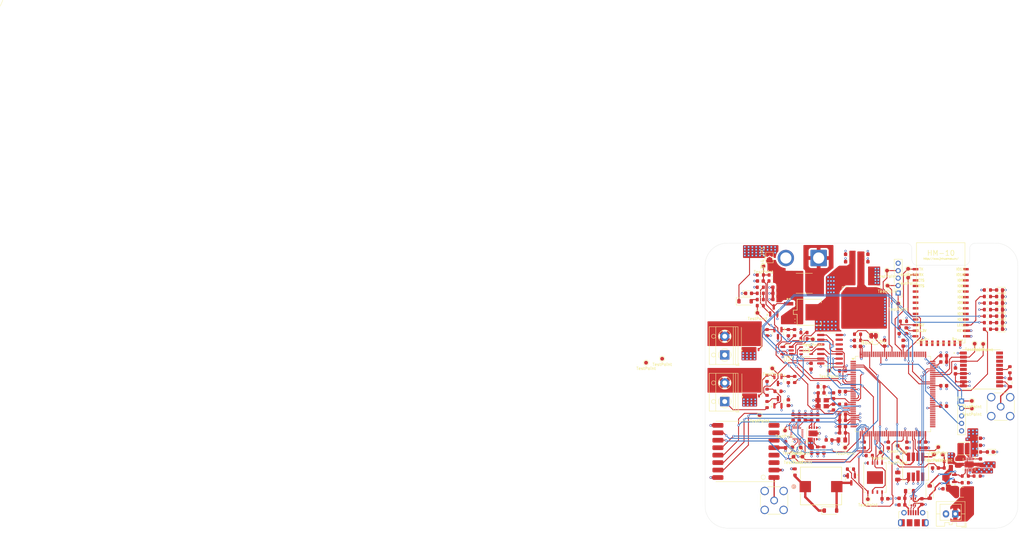
<source format=kicad_pcb>
(kicad_pcb (version 20240108) (generator "pcbnew") (generator_version "8.0")
  (layers (0 "F.Cu" signal "Top_Signal") (1 "In1.Cu" power "GND") (2 "In2.Cu" power "POWER") (31 "B.Cu" signal "Bottom_Signal") (34 "B.Paste" user) (35 "F.Paste" user) (36 "B.SilkS" user "B.Silkscreen") (37 "F.SilkS" user "F.Silkscreen") (38 "B.Mask" user) (39 "F.Mask" user) (44 "Edge.Cuts" user))
  (net 0 "")
  (net 1 "+3V3")
  (net 2 "GND")
  (net 3 "Net-(1v8_REG1-Cdelay)")
  (net 4 "+1V8")
  (net 5 "Net-(1v8_REG1-~{SHDN})")
  (net 6 "VCC")
  (net 7 "Net-(3v3_PWRSwitch1-VAUX)")
  (net 8 "Net-(3v3_PWRSwitch1-L)")
  (net 9 "Net-(3v3_LED1-A)")
  (net 10 "Net-(3v3_PWRSwitch1-UVLO)")
  (net 11 "+3V7")
  (net 12 "3v7_An")
  (net 13 "Net-(3v7_J1-Pin_1)")
  (net 14 "VDD")
  (net 15 "+7V4")
  (net 16 "+5V")
  (net 17 "Net-(5v_LED1-A)")
  (net 18 "Net-(7v4_JP1-A)")
  (net 19 "7v4_An")
  (net 20 "Net-(7v4_J1-Pin_1)")
  (net 21 "Net-(7v4_MOSFET1-G)")
  (net 22 "Net-(7v4_NPN1-B)")
  (net 23 "7v4Enable")
  (net 24 "Net-(LED_7v4Enable1-A)")
  (net 25 "Net-(Batt7v4_L1-A)")
  (net 26 "Net-(Batt7v4_R1-Pad1)")
  (net 27 "Net-(Boot_JP1-B)")
  (net 28 "BOOT0")
  (net 29 "Net-(E1-RESET)")
  (net 30 "Net-(BT_LED1-A)")
  (net 31 "Net-(E1-LED)")
  (net 32 "Net-(D3-K)")
  (net 33 "Net-(BUZ_NPN1-C)")
  (net 34 "Net-(BUZ_NPN1-B)")
  (net 35 "Buzzer_PWM")
  (net 36 "Net-(CLED_LED1-A)")
  (net 37 "CriticalLEDEnable")
  (net 38 "+3.3VA")
  (net 39 "PH0")
  (net 40 "PH1")
  (net 45 "UART2_BT_RX")
  (net 60 "UART2_BT_TX")
  (net 67 "Net-(GPS_L1-Pad1)")
  (net 68 "GPS_RF")
  (net 69 "Net-(U5-VCC_REF)")
  (net 70 "Net-(U6-REGOUT)")
  (net 71 "/IO_Peripherals/RFM_ANT")
  (net 72 "Net-(U10-~{WP}(IO2))")
  (net 73 "Net-(U2--)")
  (net 75 "Net-(Batt7v4_D2-A)")
  (net 76 "Pyros_ADC")
  (net 78 "Pyros_MainOn")
  (net 79 "Net-(Pyros_AND1-1Y)")
  (net 80 "Pyros_Bluetooth")
  (net 82 "Pyros_DrogueODB")
  (net 83 "Pyros_MainODB")
  (net 84 "Pyros_DrogueOn")
  (net 86 "Net-(Pyros_AND1-2A)")
  (net 87 "Net-(Pyros_J1-Pin_2)")
  (net 88 "Net-(Pyros_J2-Pin_2)")
  (net 89 "Net-(Pyros_LED1-A)")
  (net 90 "Net-(Pyros_LED2-A)")
  (net 91 "Net-(Pyros_LED4-A)")
  (net 92 "Net-(Pyros_MOSFET1-G)")
  (net 93 "Net-(Pyros_MOSFET2-G)")
  (net 94 "Net-(Pyros_NPN1-B)")
  (net 95 "Net-(Pyros_NPN2-B)")
  (net 96 "Net-(Pyros_PNP1-B)")
  (net 97 "Net-(Pyros_PNP1-C)")
  (net 98 "~Pyros_Test")
  (net 99 "NRST")
  (net 100 "SYS_SWCLK")
  (net 101 "SYS_SWO")
  (net 102 "SYS_SWDIO")
  (net 103 "UART6_RFD_RTS")
  (net 104 "UART6_RFD_TX")
  (net 105 "UART6_RFD_RX")
  (net 107 "UART1_GPS_RX")
  (net 108 "USBData-")
  (net 113 "SPI1_ICM_RFM_MOSI")
  (net 117 "SPI1_RFM_CS")
  (net 119 "SPI1_ICM_RFM_SCLK")
  (net 123 "SPI5_Mem_MOSI")
  (net 125 "SPI1_ICM_CS")
  (net 126 "SPI1_ICM_RFM_MISO")
  (net 128 "RFM_NIRQ")
  (net 130 "SPI5_Mem_CS")
  (net 131 "SPI4_Baro_CS")
  (net 132 "SPI4_Baro_MOSI")
  (net 138 "USBData+")
  (net 142 "SPI4_Baro_MISO")
  (net 151 "RFM_SDN")
  (net 159 "ICM_INT")
  (net 166 "Net-(U1-VCAP_1)")
  (net 167 "UART1_GPS_TX")
  (net 176 "SPI5_Mem_SCLK")
  (net 183 "Net-(U1-VCAP_2)")
  (net 190 "SPI4_Baro_SCLK")
  (net 196 "SPI5_Mem_MISO")
  (net 226 "USBDataC-")
  (net 232 "USBVBus")
  (net 233 "USBDataC+")
  (net 238 "Net-(Crystal_C2-Pad1)")
  (footprint "TestPoint:TestPoint_Pad_D1.0mm" (layer "F.Cu") (at 33.2232 34.1884)
    (property "Reference" "TP23" (hide yes))
    (property "Value" "TestPoint")
  )
  (footprint "Resistor_SMD:R_0603_1608Metric" (layer "F.Cu") (at 24.0538 36.576 -90)
    (property "Reference" "Pyros_R6" (hide yes))
    (property "Value" "1k5" (hide yes))
  )
  (footprint "Jumper:SolderJumper-2_P1.3mm_Bridged_RoundedPad1.0x1.5mm" (layer "F.Cu") (at 45.212 24.8666 180)
    (property "Reference" "Boot_JP1")
    (property "Value" "SolderJumper_2_Open")
  )
  (footprint "ODB:MS5803-01BA01_TEC" (layer "F.Cu") (at 56.5 60 90)
    (property "Reference" "U7" (hide yes))
    (property "Value" "MS580301BA01-00" (hide yes))
  )
  (footprint "Package_TO_SOT_SMD:SOT-23" (layer "F.Cu") (at 39.243 63.373 -90)
    (property "Reference" "BUZ_NPN1" (hide yes))
    (property "Value" "MMBT3904" (hide yes))
  )
  (footprint "TestPoint:TestPoint_Pad_D1.0mm" (layer "F.Cu") (at 74.6252 27.051)
    (property "Reference" "TP7" (hide yes))
    (property "Value" "TestPoint")
  )
  (footprint "LED_SMD:LED_0603_1608Metric" (layer "F.Cu") (at 79.0194 14.3256 180)
    (property "Reference" "BT_LED1" (hide yes))
    (property "Value" "BLUE" (hide yes))
  )
  (footprint "Resistor_SMD:R_0603_1608Metric" (layer "F.Cu") (at 75.7682 21.336 180)
    (property "Reference" "Pyros_R17" (hide yes))
    (property "Value" "1k5" (hide yes))
  )
  (footprint "Capacitor_SMD:C_0603_1608Metric" (layer "F.Cu") (at 34.4424 43.9928 -90)
    (property "Reference" "Crystal_C2" (hide yes))
    (property "Value" "8pF" (hide yes))
  )
  (footprint "Diode_SMD:D_SOD-123" (layer "F.Cu") (at 33.655 71.755)
    (property "Reference" "D3" (hide yes))
    (property "Value" "BUZ_D_Schottky" (hide yes))
  )
  (footprint "Capacitor_SMD:C_0603_1608Metric" (layer "F.Cu") (at 36.9062 49.1998 180)
    (property "Reference" "Decouple_C14" (hide yes))
    (property "Value" "10uF" (hide yes))
  )
  (footprint "Package_QFP:LQFP-144_20x20mm_P0.5mm" (layer "F.Cu") (at 50.419 40.4876)
    (property "Reference" "U1" (hide yes))
    (property "Value" "STM32F412ZGTx" (hide yes))
  )
  (footprint "Inductor_SMD:L_0805_2012Metric" (layer "F.Cu") (at 54.864 66.548 180)
    (property "Reference" "USB_FB1" (hide yes))
    (property "Value" "120R" (hide yes))
  )
  (footprint "TestPoint:TestPoint_Pad_D1.0mm" (layer "F.Cu") (at 63.754 56.7182)
    (property "Reference" "TP13" (hide yes))
    (property "Value" "TestPoint")
  )
  (footprint "Resistor_SMD:R_0603_1608Metric" (layer "F.Cu") (at 14.8336 11.8364)
    (property "Reference" "7v4_R4" (hide yes))
    (property "Value" "10k" (hide yes))
  )
  (footprint "TestPoint:TestPoint_Pad_D1.0mm" (layer "F.Cu") (at -11.5062 31.0134)
    (property "Reference" "TP25" (hide yes))
    (property "Value" "TestPoint")
  )
  (footprint "Library:PG-TO252AA_INF" (layer "F.Cu") (at 27.9527 18.542 -90)
    (property "Reference" "7v4_MOSFET1" (hide yes))
    (property "Value" "IRFR5505TRPBF" (hide yes))
  )
  (footprint "Capacitor_SMD:C_0603_1608Metric" (layer "F.Cu") (at 67.7926 58.674 -90)
    (property "Reference" "3v3_C1" (hide yes))
    (property "Value" "10uf" (hide yes))
  )
  (footprint "Resistor_SMD:R_0603_1608Metric" (layer "F.Cu") (at 17.9954 8.5344)
    (property "Reference" "7v4_R1" (hide yes))
    (property "Value" "100k 1%" (hide yes))
  )
  (footprint "Package_TO_SOT_SMD:SOT-23-5" (layer "F.Cu") (at 22.0019 28.7884 180)
    (property "Reference" "U2")
    (property "Value" "TLV2371DBV")
  )
  (footprint "Resistor_SMD:R_0603_1608Metric" (layer "F.Cu") (at 39.0144 60.6298 180)
    (property "Reference" "BUZ_R2" (hide yes))
    (property "Value" "1k5" (hide yes))
  )
  (footprint "TestPoint:TestPoint_Pad_D1.0mm" (layer "F.Cu") (at 61.4426 56.6928)
    (property "Reference" "TP30" (hide yes))
    (property "Value" "TestPoint")
  )
  (footprint "Capacitor_SMD:C_0603_1608Metric" (layer "F.Cu") (at 36.9062 45.8978 180)
    (property "Reference" "Decouple_C3" (hide yes))
    (property "Value" "100nF" (hide yes))
  )
  (footprint "Capacitor_SMD:C_0603_1608Metric" (layer "F.Cu") (at 64.008 43.7388)
    (property "Reference" "Decouple_C17" (hide yes))
    (property "Value" "100nF" (hide yes))
  )
  (footprint "Resistor_SMD:R_0603_1608Metric" (layer "F.Cu") (at 44.069 56.9976 180)
    (property "Reference" "MEM_R1" (hide yes))
    (property "Value" "1k5" (hide yes))
  )
  (footprint "Resistor_SMD:R_0603_1608Metric" (layer "F.Cu") (at 30.226 55.499 -90)
    (property "Reference" "1v8_R1" (hide yes))
    (property "Value" "12.2k" (hide yes))
  )
  (footprint "Resistor_SMD:R_0603_1608Metric" (layer "F.Cu") (at 16.637 40.005 -90)
    (property "Reference" "Pyros_R1" (hide yes))
    (property "Value" "1k5" (hide yes))
  )
  (footprint "TestPoint:TestPoint_Pad_D1.0mm" (layer "F.Cu") (at 23.7236 57.3024)
    (property "Reference" "TP6" (hide yes))
    (property "Value" "TestPoint")
  )
  (footprint "Inductor_SMD:L_0805_2012Metric" (layer "F.Cu") (at 81.788 37.4396 -90)
    (property "Reference" "GPS_L1" (hide yes))
    (property "Value" "100nH" (hide yes))
  )
  (footprint "Resistor_SMD:R_0603_1608Metric" (layer "F.Cu") (at 31.877 55.499 90)
    (property "Reference" "1v8_R2" (hide yes))
    (property "Value" "10k" (hide yes))
  )
  (footprint "TestPoint:TestPoint_Pad_D1.0mm" (layer "F.Cu") (at 26.1112 57.3024)
    (property "Reference" "TP5" (hide yes))
    (property "Value" "TestPoint")
  )
  (footprint "Resistor_SMD:R_0603_1608Metric" (layer "F.Cu") (at 14.8336 8.5344)
    (property "Reference" "7v4_R2" (hide yes))
    (property "Value" "64k 1%" (hide yes))
  )
  (footprint "Package_TO_SOT_SMD:TDSON-8-1" (layer "F.Cu") (at 12.446 25.654 90)
    (property "Reference" "Pyros_MOSFET2" (hide yes))
    (property "Value" "CSD17310Q5A" (hide yes))
  )
  (footprint "LED_SMD:LED_0603_1608Metric" (layer "F.Cu") (at 79.0194 16.0782 180)
    (property "Reference" "LED_7v4Enable1" (hide yes))
    (property "Value" "GREEN" (hide yes))
  )
  (footprint "Resistor_SMD:R_0603_1608Metric" (layer "F.Cu") (at 53.2384 20.9804)
    (property "Reference" "BT_R1" (hide yes))
    (property "Value" "10k" (hide yes))
  )
  (footprint "Capacitor_SMD:C_0603_1608Metric" (layer "F.Cu") (at 73.1012 54.2544)
    (property "Reference" "3v3_C4" (hide yes))
    (property "Value" "100nf" (hide yes))
  )
  (footprint "Connector_PinHeader_2.00mm:PinHeader_1x05_P2.00mm_Vertical" (layer "F.Cu") (at 68.834 42.355)
    (property "Reference" "SW_J1" (hide yes))
    (property "Value" "SYS_Conn_01x05_Socket" (hide yes))
  )
  (footprint "Connector_Coaxial:SMA_Wurth_60312002114503_Vertical" (layer "F.Cu") (at 18.542 69.0372)
    (property "Reference" "J5" (hide yes))
    (property "Value" "RFM_Conn_Coaxial" (hide yes))
  )
  (footprint "Resistor_SMD:R_0603_1608Metric" (layer "F.Cu") (at 64.9986 58.547 180)
    (property "Reference" "3v7_R1" (hide yes))
    (property "Value" "100k 1%" (hide yes))
  )
  (footprint "ODB:SC-74A_SOT753_NEX" (layer "F.Cu") (at 27.1272 28.829)
    (property "Reference" "U3")
    (property "Value" "74LV1T87GVH")
  )
  (footprint "Resistor_SMD:R_0603_1608Metric" (layer "F.Cu") (at 40.9194 26.0858 180)
    (property "Reference" "Boot_R2" (hide yes))
    (property "Value" "10k" (hide yes))
  )
  (footprint "Capacitor_SMD:C_0603_1608Metric" (layer "F.Cu") (at 38.481 4.9784 180)
    (property "Reference" "5v_C2" (hide yes))
    (property "Value" "100nf" (hide yes))
  )
  (footprint "TestPoint:TestPoint_Pad_D1.0mm" (layer "F.Cu") (at 14.0462 18.7198)
    (property "Reference" "TP21" (hide yes))
    (property "Value" "TestPoint")
  )
  (footprint "TestPoint:TestPoint_Pad_D1.0mm" (layer "F.Cu") (at 43.688 68.707)
    (property "Reference" "TP11" (hide yes))
    (property "Value" "TestPoint")
  )
  (footprint "TestPoint:TestPoint_Pad_D1.0mm" (layer "F.Cu") (at 28.9052 25.8064)
    (property "Reference" "TP15" (hide yes))
    (property "Value" "TestPoint")
  )
  (footprint "ODB:RFM22b-S2" (layer "F.Cu") (at 11.8872 55.25 180)
    (property "Reference" "U9" (hide yes))
    (property "Value" "~" (hide yes))
  )
  (footprint "Capacitor_SMD:C_0603_1608Metric" (layer "F.Cu") (at 42.6974 54.1528 -90)
    (property "Reference" "Decouple_C4" (hide yes))
    (property "Value" "100nF" (hide yes))
  )
  (footprint "MountingHole:MountingHole_4.3mm_M4" (layer "F.Cu") (at 5.969 5.969)
    (property "Reference" "H1" (hide yes))
    (property "Value" "MountingHole" (hide yes))
  )
  (footprint "Package_TO_SOT_SMD:SOT-23" (layer "F.Cu") (at 19.558 36.703 -90)
    (property "Reference" "Pyros_NPN1" (hide yes))
    (property "Value" "MMBT3904" (hide yes))
  )
  (footprint "Capacitor_SMD:C_0603_1608Metric" (layer "F.Cu") (at 23.622 46.749 90)
    (property "Reference" "ICM_C2" (hide yes))
    (property "Value" "100nF" (hide yes))
  )
  (footprint "ODB:HM-10" (layer "F.Cu") (at 63.9826 6.985)
    (property "Reference" "E1" (hide yes))
    (property "Value" "HM-10" (hide yes))
  )
  (footprint "LED_SMD:LED_0603_1608Metric" (layer "F.Cu") (at 79.0194 12.573 180)
    (property "Reference" "5v_LED1" (hide yes))
    (property "Value" "GREEN" (hide yes))
  )
  (footprint "Package_SO:SOIC-14_3.9x8.7mm_P1.27mm" (layer "F.Cu") (at 33.528 28.448)
    (property "Reference" "Pyros_AND1" (hide yes))
    (property "Value" "SN74HC08DR" (hide yes))
  )
  (footprint "Resistor_SMD:R_0603_1608Metric" (layer "F.Cu") (at 75.7682 16.0782)
    (property "Reference" "7v4_R8" (hide yes))
    (property "Value" "1k" (hide yes))
  )
  (footprint "Resistor_SMD:R_0603_1608Metric" (layer "F.Cu") (at 26.543 24.003 180)
    (property "Reference" "Pyros_R5" (hide yes))
    (property "Value" "10k" (hide yes))
  )
  (footprint "Resistor_SMD:R_0805_2012Metric" (layer "F.Cu") (at 36.703 52.8066 180)
    (property "Reference" "Coupling_FB1" (hide yes))
    (property "Value" "120R" (hide yes))
  )
  (footprint "Capacitor_SMD:C_0603_1608Metric" (layer "F.Cu") (at 26.924 46.749 90)
    (property "Reference" "1v8_C4" (hide yes))
    (property "Value" "10uf" (hide yes))
  )
  (footprint "Resistor_SMD:R_0603_1608Metric" (layer "F.Cu") (at 24.003 24.003 -90)
    (property "Reference" "Pyros_R14" (hide yes))
    (property "Value" "1k5" (hide yes))
  )
  (footprint "Capacitor_SMD:C_0603_1608Metric" (layer "F.Cu") (at 73.8886 58.674 -90)
    (property "Reference" "3v3_C2" (hide yes))
    (property "Value" "100nf" (hide yes))
  )
  (footprint "Capacitor_SMD:C_0603_1608Metric" (layer "F.Cu") (at 53.975 23.495 -90)
    (property "Reference" "BT_C1" (hide yes))
    (property "Value" "10uF" (hide yes))
  )
  (footprint "Capacitor_SMD:C_0603_1608Metric" (layer "F.Cu") (at 31.1404 40.1828 180)
    (property "Reference" "RST_C1" (hide yes))
    (property "Value" "100nF" (hide yes))
  )
  (footprint "Capacitor_SMD:C_0603_1608Metric" (layer "F.Cu") (at 67.183 34.277 -90)
    (property "Reference" "GPS_C1" (hide yes))
    (property "Value" "100nf" (hide yes))
  )
  (footprint "Library:XTAL_TSX-3225_26.0000MF09Z-AC0" (layer "F.Cu") (at 31.4198 42.9514 -90)
    (property "Reference" "Crystal_Y1" (hide yes))
    (property "Value" "26MHz" (hide yes))
  )
  (footprint "Capacitor_SMD:C_0603_1608Metric" (layer "F.Cu") (at 42.926 2.9972)
    (property "Reference" "5v_C3" (hide yes))
    (property "Value" "10uf" (hide yes))
  )
  (footprint "TestPoint:TestPoint_Pad_D1.0mm" (layer "F.Cu") (at 54.483 9.271)
    (property "Reference" "TP29" (hide yes))
    (property "Value" "TestPoint")
  )
  (footprint "Capacitor_SMD:C_0603_1608Metric" (layer "F.Cu") (at 48.26 68.58 180)
    (property "Reference" "MEM_C1" (hide yes))
    (property "Value" "10uF" (hide yes))
  )
  (footprint "Capacitor_SMD:C_0603_1608Metric" (layer "F.Cu") (at 34.4424 40.9448 90)
    (property "Reference" "Crystal_C1" (hide yes))
    (property "Value" "8pF" (hide yes))
  )
  (footprint "LED_SMD:LED_0603_1608Metric" (layer "F.Cu") (at 79.0194 17.8308 180)
    (property "Reference" "Pyros_LED4" (hide yes))
    (property "Value" "GREEN" (hide yes))
  )
  (footprint "Resistor_SMD:R_0603_1608Metric" (layer "F.Cu") (at 69.8246 62.484)
    (property "Reference" "3v3_R1" (hide yes))
    (property "Value" "3M 1%" (hide yes))
  )
  (footprint "TerminalBlock_RND:TerminalBlock_RND_205-00012_1x02_P5.00mm_Horizontal" (layer "F.Cu") (at 5.2832 42.4942 90)
    (property "Reference" "Pyros_J1" (hide yes))
    (property "Value" "Pyro_Main" (hide yes))
  )
  (footprint "ODB:SMTB-0927-TW-R_PUI" (layer "F.Cu") (at 31.115 65.151)
    (property "Reference" "BUZ_Buzzer1" (hide yes))
    (property "Value" "SMTB-0927-TW-R" (hide yes))
  )
  (footprint "Package_TO_SOT_SMD:SOT-666" (layer "F.Cu") (at 55.88 69.469 90)
    (property "Reference" "USB_Connector1" (hide yes))
    (property "Value" "USBLC6-2P6" (hide yes))
  )
  (footprint "LED_SMD:LED_0603_1608Metric" (layer "F.Cu") (at 76.5302 56.0324 180)
    (property "Reference" "3v3_LED1" (hide yes))
    (property "Value" "GREEN" (hide yes))
  )
  (footprint "Capacitor_SMD:C_0603_1608Metric" (layer "F.Cu") (at 54.1528 54.1528 -90)
    (property "Reference" "Decouple_C10" (hide yes))
    (property "Value" "100nF" (hide yes))
  )
  (footprint "Package_TO_SOT_SMD:SOT-23" (layer "F.Cu") (at 19.558 24.13 -90)
    (property "Reference" "Pyros_NPN2" (hide yes))
    (property "Value" "MMBT3904" (hide yes))
  )
  (footprint "Library:SON127P600X800X80-9N" (layer "F.Cu") (at 45.593 62.8904 -90)
    (property "Reference" "U10" (hide yes))
    (property "Value" "W25Q512JVEIQ" (hide yes))
  )
  (footprint "Resistor_SMD:R_0603_1608Metric" (layer "F.Cu") (at 75.7682 23.0886 180)
    (property "Reference" "CLED_R1" (hide yes))
    (property "Value" "1k5" (hide yes))
  )
  (footprint "Capacitor_SMD:C_0603_1608Metric" (layer "F.Cu") (at 28.575 55.499 -90)
    (property "Reference" "1v8_C1" (hide yes))
    (property "Value" "10uf" (hide yes))
  )
  (footprint "Fuse:Fuse_2920_7451Metric" (layer "F.Cu") (at 26.6192 10.7696)
    (property "Reference" "7v4_L1" (hide yes))
    (property "Value" "2920L700/12MR" (hide yes))
  )
  (footprint "TestPoint:TestPoint_Pad_D1.0mm" (layer "F.Cu") (at 71.5772 44.3738)
    (property "Reference" "TP10" (hide yes))
    (property "Value" "TestPoint")
  )
  (footprint "Capacitor_SMD:C_0603_1608Metric" (layer "F.Cu") (at 36.9062 50.9016 180)
    (property "Reference" "Decouple_C15" (hide yes))
    (property "Value" "10nF" (hide yes))
  )
  (footprint "TestPoint:TestPoint_Pad_D1.0mm" (layer "F.Cu") (at 37.592 54.864)
    (property "Reference" "TP1" (hide yes))
    (property "Value" "TestPoint")
  )
  (footprint "Connector_JST:JST_XA_B02B-XASK-1_1x02_P2.50mm_Vertical" (layer "F.Cu") (at 67.143 72.644 180)
    (property "Reference" "3v7_J1" (hide yes))
    (property "Value" "Batt4v2" (hide yes))
  )
  (footprint "Resistor_SMD:R_0603_1608Metric" (layer "F.Cu") (at 75.7682 14.3256)
    (property "Reference" "BT_R2" (hide yes))
    (property "Value" "1k5" (hide yes))
  )
  (footprint "Capacitor_SMD:C_0603_1608Metric" (layer "F.Cu") (at 36.8808 34.2392 180)
    (property "Reference" "Decouple_C2" (hide yes))
    (property "Value" "100nF" (hide yes))
  )
  (footprint "Resistor_SMD:R_0603_1608Metric" (layer "F.Cu") (at 69.825 64.278)
    (property "Reference" "3v7_R3" (hide yes))
    (property "Value" "100k" (hide yes))
  )
  (footprint "Resistor_SMD:R_0603_1608Metric" (layer "F.Cu") (at 75.7682 19.5834 180)
    (property "Reference" "Pyros_R18" (hide yes))
    (property "Value" "1k5" (hide yes))
  )
  (footprint "Package_TO_SOT_SMD:TO-263-3_TabPin2" (layer "F.Cu") (at 41.9862 16.4846 -90)
    (property "Reference" "5v_REG1" (hide yes))
    (property "Value" "LM1085-5.0" (hide yes))
  )
  (footprint "Capacitor_SMD:C_0603_1608Metric" (layer "F.Cu") (at 14.8336 10.16 180)
    (property "Reference" "7v4_C4" (hide yes))
    (property "Value" "100nf" (hide yes))
  )
  (footprint "MountingHole:MountingHole_4.3mm_M4" (layer "F.Cu") (at 5.969 70.485)
    (property "Reference" "H4" (hide yes))
    (property "Value" "MountingHole" (hide yes))
  )
  (footprint "Capacitor_SMD:C_0603_1608Metric" (layer "F.Cu") (at 48.1584 26.8478 90)
    (property "Reference" "Decouple_C7" (hide yes))
    (property "Value" "100nF" (hide yes))
  )
  (footprint "TestPoint:TestPoint_Pad_D1.0mm" (layer "F.Cu") (at 48.9458 11.4046)
    (property "Reference" "TP17" (hide yes))
    (property "Value" "TestPoint")
  )
  (footprint "Fuse:Fuse_1210_3225Metric" (layer "F.Cu") (at 68.8086 66.802)
    (property "Reference" "3v7_FUZE1" (hide yes))
    (property "Value" "0ZCH0075AF2E (750ma)" (hide yes))
  )
  (footprint "Capacitor_SMD:C_0603_1608Metric" (layer "F.Cu") (at 28.575 46.749 90)
    (property "Reference" "1v8_C3" (hide yes))
    (property "Value" "100nf" (hide yes))
  )
  (footprint "Package_TO_SOT_SMD:TDSON-8-1" (layer "F.Cu") (at 12.573 38.1 90)
    (property "Reference" "Pyros_MOSFET1" (hide yes))
    (property "Value" "CSD17310Q5A" (hide yes))
  )
  (footprint "Diode_SMD:D_SOD-123" (layer "F.Cu") (at 10.7432 15.5956)
    (property "Reference" "Batt7v4_D2" (hide yes))
    (property "Value" "MMSZ4678-TP" (hide yes))
  )
  (footprint "Resistor_SMD:R_0603_1608Metric" (layer "F.Cu") (at 19.558 39.751)
    (property "Reference" "Pyros_R2" (hide yes))
    (property "Value" "10k" (hide yes))
  )
  (footprint "Capacitor_SMD:C_0603_1608Metric" (layer "F.Cu") (at 64.0334 38.2524)
    (property "Reference" "Decouple_C11" (hide yes))
    (property "Value" "100nF" (hide yes))
  )
  (footprint "Diode_SMD:D_SOD-123" (layer "F.Cu") (at 60.2742 66.802 -90)
    (property "Reference" "USB_D1" (hide yes))
    (property "Value" "B260A-13-F" (hide yes))
  )
  (footprint "Resistor_SMD:R_0603_1608Metric" (layer "F.Cu") (at 14.8336 13.462 180)
    (property "Reference" "Batt7v4_R2" (hide yes))
    (property "Value" "68 1%" (hide yes))
  )
  (footprint "Capacitor_SMD:C_0603_1608Metric" (layer "F.Cu") (at 53.1622 26.8478 90)
    (property "Reference" "Decouple_C6" (hide yes))
    (property "Value" "100nF" (hide yes))
  )
  (footprint "Resistor_SMD:R_0603_1608Metric" (layer "F.Cu") (at 26.543 25.654 180)
    (property "Reference" "Pyros_R4" (hide yes))
    (property "Value" "390k ±1%" (hide yes))
  )
  (footprint "Resistor_SMD:R_0603_1608Metric" (layer "F.Cu") (at 16.637 43.307 -90)
    (property "Reference" "Pyros_R3" (hide yes))
    (property "Value" "68R ±1%" (hide yes))
  )
  (footprint "Capacitor_SMD:C_0603_1608Metric" (layer "F.Cu") (at 64.0334 30.2006)
    (property "Reference" "Decouple_C12" (hide yes))
    (property "Value" "100nF" (hide yes))
  )
  (footprint "Jumper:SolderJumper-2_P1.3mm_Open_TrianglePad1.0x1.5mm" (layer "F.Cu") (at 17.2974 3.8746 90)
    (property "Reference" "7v4_JP1")
    (property "Value" "SolderJumper_2_Open")
  )
  (footprint "TestPoint:TestPoint_Pad_D1.0mm" (layer "F.Cu") (at -15.8242 32.0802)
    (property "Reference" "TP24" (hide yes))
    (property "Value" "TestPoint")
  )
  (footprint "TestPoint:TestPoint_Pad_D1.0mm" (layer "F.Cu") (at 15.6718 6.1722)
    (property "Reference" "TP14" (hide yes))
    (property "Value" "TestPoint")
  )
  (footprint "TestPoint:TestPoint_Pad_D1.0mm" (layer "F.Cu") (at 47.117 56.134)
    (property "Reference" "TP19" (hide yes))
    (property "Value" "TestPoint")
  )
  (footprint "Capacitor_SMD:C_0603_1608Metric" (layer "F.Cu") (at 18.9738 13.462 180)
    (property "Reference" "7v4_C3" (hide yes))
    (property "Value" "100nf" (hide yes))
  )
  (footprint "Capacitor_SMD:C_0603_1608Metric" (layer "F.Cu") (at 52.0954 23.495 -90)
    (property "Reference" "BT_C2" (hide yes))
    (property "Value" "100nF" (hide yes))
  )
  (footprint "Capacitor_SMD:C_0603_1608Metric" (layer "F.Cu") (at 52.832 68.453)
    (property "Reference" "USB_C2" (hide yes))
    (property "Value" "1uf" (hide yes))
  )
  (footprint "Connector_Wire:SolderWire-2.5sqmm_1x02_P8.8mm_D2.4mm_OD4.4mm" (layer "F.Cu") (at 30.48 3.9878 180)
    (property "Reference" "7v4_J1" (hide yes))
    (property "Value" "Batt7v4" (hide yes))
  )
  (footprint "Resistor_SMD:R_0603_1608Metric" (layer "F.Cu") (at 22.352 24.003 90)
    (property "Reference" "Pyros_R15" (hide yes))
    (property "Value" "10k" (hide yes))
  )
  (footprint "Resistor_SMD:R_0603_1608Metric" (layer "F.Cu") (at 81.788 33.9598 90)
    (property "Reference" "GPS_R1" (hide yes))
    (property "Value" "10R" (hide yes))
  )
  (footprint "Capacitor_SMD:C_0603_1608Metric" (layer "F.Cu") (at 38.481 2.9972 180)
    (property "Reference" "5v_C1" (hide yes))
    (property "Value" "10uf" (hide yes))
  )
  (footprint "Package_TO_SOT_SMD:SOT-23" (layer "F.Cu") (at 19.558 42.672 90)
    (property "Reference" "Pyros_PNP1" (hide yes))
    (property "Value" "BC857" (hide yes))
  )
  (footprint "TestPoint:TestPoint_Pad_D1.0mm" (layer "F.Cu") (at 71.5772 42.3418)
    (property "Reference" "TP9" (hide yes))
    (property "Value" "TestPoint")
  )
  (footprint "TestPoint:TestPoint_Pad_D1.0mm" (layer "F.Cu") (at 14.6304 46.1772)
    (property "Reference" "TP12" (hide yes))
    (property "Value" "TestPoint")
  )
  (footprint "TestPoint:TestPoint_Pad_D1.0mm" (layer "F.Cu") (at 51.689 54.356)
    (property "Reference" "TP20" (hide yes))
    (property "Value" "TestPoint")
  )
  (footprint "Capacitor_SMD:C_0603_1608Metric" (layer "F.Cu") (at 36.9062 47.5488 180)
    (property "Reference" "Decouple_C1" (hide yes))
    (property "Value" "10uF" (hide yes))
  )
  (footprint "LED_SMD:LED_0603_1608Metric" (layer "F.Cu") (at 79.0194 21.336 180)
    (property "Reference" "Pyros_LED1" (hide yes))
    (property "Value" "GREEN" (hide yes))
  )
  (footprint "Connector_PinHeader_2.00mm:PinHeader_1x05_P2.00mm_Vertical" (layer "F.Cu") (at 51.816 13.3858 180)
    (property "Reference" "SW_J2" (hide yes))
    (property "Value" "RFD_Conn_01x05_Socket" (hide yes))
  )
  (footprint "Connector_USB:USB_Micro-B_Molex-105017-0001" (layer "F.Cu") (at 55.88 73.787)
    (property "Reference" "USB_Bus1" (hide yes))
    (property "Value" "USB_B_Micro" (hide yes))
  )
  (footprint "Capacitor_SMD:C_0603_1608Metric" (layer "F.Cu") (at 25.273 46.749 90)
    (property "Reference" "ICM_C1" (hide yes))
    (property "Value" "100nF" (hide yes))
  )
  (footprint "Capacitor_SMD:C_0603_1608Metric" (layer "F.Cu") (at 30.226 46.749 90)
    (property "Reference" "1v8_C2" (hide yes))
    (property "Value" "100nf" (hide yes))
  )
  (footprint "Resistor_SMD:R_0603_1608Metric" (layer "F.Cu") (at 24.13 61.3918 90)
    (property "Reference" "BUZ_R1" (hide yes))
    (property "Value" "1k5" (hide yes))
  )
  (footprint "Resistor_SMD:R_0603_1608Metric" (layer "F.Cu") (at 17.9832 10.16 180)
    (property "Reference" "7v4_R5" (hide yes))
    (property "Value" "10k" (hide yes))
  )
  (footprint "Capacitor_SMD:C_0603_1608Metric" (layer "F.Cu") (at 18.9738 11.8364 180)
    (property "Reference" "7v4_C1" (hide yes))
    (property "Value" "10uf" (hide yes))
  )
  (footprint "TestPoint:TestPoint_Pad_D1.0mm" (layer "F.Cu") (at 51.689 57.404)
    (property "Reference" "TP26" (hide yes))
    (property "Value" "TestPoint")
  )
  (footprint "Capacitor_SMD:C_0603_1608Metric" (layer "F.Cu") (at 49.1744 54.1528 -90)
    (property "Reference" "Decouple_C9" (hide yes))
    (property "Value" "100nF" (hide yes))
  )
  (footprint "Capacitor_SMD:C_0603_1608Metric" (layer "F.Cu") (at 33.274 52.8066 180)
    (property "Reference" "Decouple_C16" (hide yes))
    (property "Value" "10nF" (hide yes))
  )
  (footprint "Capacitor_SMD:C_0603_1608Metric" (layer "F.Cu") (at 42.926 4.9784)
    (property "Reference" "5v_C4" (hide yes))
    (property "Value" "100nf" (hide yes))
  )
  (footprint "Capacitor_SMD:C_0603_1608Metric" (layer "F.Cu") (at 57.4802 54.1528 -90)
    (property "Reference" "VCAP_C1" (hide yes))
    (property "Value" "4.7uF" (hide yes))
  )
  (footprint "TestPoint:TestPoint_Pad_D1.0mm" (layer "F.Cu") (at 72.3392 26.9748)
    (property "Reference" "TP8" (hide yes))
    (property "Value" "TestPoint")
  )
  (footprint "Resistor_SMD:R_0603_1608Metric" (layer "F.Cu") (at 14.8336 15.1384 180)
    (property "Reference" "Batt7v4_R1" (hide yes))
    (property "Value" "68 1%" (hide yes))
  )
  (footprint "Resistor_SMD:R_0603_1608Metric" (layer "F.Cu") (at 75.7682 17.8308 180)
    (property "Reference" "Pyros_R19" (hide yes))
    (property "Value" "1k5" (hide yes))
  )
  (footprint "Capacitor_SMD:C_0603_1608Metric" (layer "F.Cu") (at 21.59 54.102 -90)
    (property "Reference" "Beacon_C1" (hide yes))
    (property "Value" "10uF" (hide yes))
  )
  (footprint "Library:IND_LQH3NPN3R3MMEL" (layer "F.Cu") (at 69.4436 55.118)
    (property "Reference" "3v3_L1" (hide yes))
    (property "Value" "3.3uH" (hide yes))
  )
  (footprint "Resistor_SMD:R_0603_1608Metric" (layer "F.Cu") (at 36.9316 43.2308 180)
    (property "Reference" "Crystal_R1" (hide yes))
    (property "Value" "0R" (hide yes))
  )
  (footprint "Capacitor_SMD:C_0603_1608Metric" (layer "F.Cu") (at 73.1012 52.3494)
    (property "Reference" "3v3_C3" (hide yes))
    (property "Value" "33uf" (hide yes))
  )
  (footprint "TerminalBlock_RND:TerminalBlock_RND_205-00012_1x02_P5.00mm_Horizontal" (layer "F.Cu") (at 5.2832 29.9974 90)
    (property "Reference" "Pyros_J2" (hide yes))
    (property "Value" "Pyro_Drogue" (hide yes))
  )
  (footprint "TestPoint:TestPoint_Pad_D1.0mm" (layer "F.Cu") (at 25.6794 54.8132)
    (property "Reference" "TP4" (hide yes))
    (property "Value" "TestPoint")
  )
  (footprint "Capacitor_SMD:C_0603_1608Metric" (layer "F.Cu") (at 40.9194 27.686 180)
    (property "Reference" "Decouple_C13" (hide yes))
    (property "Value" "100nF" (hide yes))
  )
  (footprint "Package_TO_SOT_SMD:SOT-23-3" (layer "F.Cu") (at 65.7606 63.119 180)
    (property "Reference" "3v7_MOSFET1" (hide yes))
    (property "Value" "PJA3411_R1_00001" (hide yes))
  )
  (footprint "Capacitor_SMD:C_0603_1608Metric" (layer "F.Cu") (at 58.166 69.342 90)
    (property "Reference" "USB_C1" (hide yes))
    (property "Value" "100nf" (hide yes))
  )
  (footprint "Capacitor_SMD:C_0603_1608Metric" (layer "F.Cu") (at 64.6176 65.913 180)
    (property "Reference" "3v7_C1" (hide yes))
    (property "Value" "10uf" (hide yes))
  )
  (footprint "TestPoint:TestPoint_Pad_D1.0mm" (layer "F.Cu") (at 18.034 33.6042)
    (property "Reference" "TP22" (hide yes))
    (property "Value" "TestPoint")
  )
  (footprint "MountingHole:MountingHole_4.3mm_M4" (layer "F.Cu") (at 77.978 5.969)
    (property "Reference" "H2" (hide yes))
    (property "Value" "MountingHole" (hide yes))
  )
  (footprint "LED_SMD:LED_0603_1608Metric" (layer "F.Cu") (at 79.0194 23.0886 180)
    (property "Reference" "CLED_LED1" (hide yes))
    (property "Value" "RED" (hide yes))
  )
  (footprint "TestPoint:TestPoint_Pad_D1.0mm" (layer "F.Cu") (at 48.8188 7.366)
    (property "Reference" "TP18" (hide yes))
    (property "Value" "TestPoint")
  )
  (footprint "LED_SMD:LED_0603_1608Metric" (layer "F.Cu") (at 11.684 13.462)
    (property "Reference" "Batt7v4_L1" (hide yes))
    (property "Value" "GREEN" (hide yes))
  )
  (footprint "Resistor_SMD:R_0603_1608Metric" (layer "F.Cu") (at 72.9996 62.484)
    (property "Reference" "3v3_R2" (hide yes))
    (property "Value" "249k 1%" (hide yes))
  )
  (footprint "Capacitor_SMD:C_0805_2012Metric" (layer "F.Cu") (at 51.7144 62.484 -90)
    (property "Reference" "Baro_C1" (hide yes))
    (property "Value" "100nF" (hide yes))
  )
  (footprint "Capacitor_SMD:C_0603_1608Metric" (layer "F.Cu") (at 22.352 42.799 90)
    (property "Reference" "Pyros_C2" (hide yes))
    (property "Value" "100nF" (hide yes))
  )
  (footprint "Connector_Coaxial:SMA_Wurth_60312002114503_Vertical" (layer "F.Cu") (at 79.3242 43.8658 90)
    (property "Reference" "J4" (hide yes))
    (property "Value" "RF2-04A-T-00-50-G" (hide yes))
  )
  (footprint "Capacitor_SMD:C_0603_1608Metric" (layer "F.Cu") (at 59.182 54.1528 -90)
    (property "Reference" "Decouple_C5" (hide yes))
    (property "Value" "100nF" (hide yes))
  )
  (footprint "Resistor_SMD:R_0603_1608Metric" (layer "F.Cu") (at 16.637 36.2712 90)
    (property "Reference" "Pyros_R8" (hide yes))
    (property "Value" "10k" (hide yes))
  )
  (footprint "Capacitor_SMD:C_0603_1608Metric" (layer "F.Cu") (at 28.448 33.02 90)
    (property "Reference" "Pyros_C1" (hide yes))
    (property "Value" "100nF" (hide yes))
  )
  (footprint "Package_SON:VSON-10-1EP_3x3mm_P0.5mm_EP1.65x2.4mm" (layer "F.Cu") (at 70.8406 59.3598 -90)
    (property "Reference" "3v3_PWRSwitch1" (hide yes))
    (property "Value" "TPS61201DRCR" (hide yes))
  )
  (footprint "Package_DFN_QFN:DFN-8-1EP_3x3mm_P0.65mm_EP1.55x2.4mm" (layer "F.Cu") (at 28.956 51.054 90)
    (property "Reference" "1v8_REG1" (hide yes))
    (property "Value" "MCP1727-1802xMF" (hide yes))
  )
  (footprint "TestPoint:TestPoint_Pad_D1.0mm" (layer "F.Cu") (at 51.816 16.2052)
    (property "Reference" "TP28" (hide yes))
    (property "Value" "TestPoint")
  )
  (footprint "Resistor_SMD:R_0603_1608Metric" (layer "F.Cu") (at 40.9194 24.4348)
    (property "Reference" "Boot_R1" (hide yes))
    (property "Value" "1k5" (hide yes))
  )
  (footprint "Capacitor_SMD:C_0603_1608Metric" (layer "F.Cu") (at 61.8236 60.325 180)
    (property "Reference" "3v7_C2" (hide yes))
    (property "Value" "100nf" (hide yes))
  )
  (footprint "Capacitor_SMD:C_0603_1608Metric" (layer "F.Cu") (at 52.832 70.231)
    (property "Reference" "USB_C3" (hide yes))
    (property "Value" "10uf" (hide yes))
  )
  (footprint "Resistor_SMD:R_0603_1608Metric" (layer "F.Cu") (at 31.1404 38.5318)
    (property "Reference" "RST_R1" (hide yes))
    (property "Value" "10k" (hide yes))
  )
  (footprint "Capacitor_SMD:C_0603_1608Metric" (layer "F.Cu") (at 36.8808 39.8018 180)
    (property "Reference" "Decouple_C8" (hide yes))
    (property "Value" "100nF" (hide yes))
  )
  (footprint "LED_SMD:LED_0603_1608Metric" (layer "F.Cu") (at 79.0194 19.5834 180)
    (property "Reference" "Pyros_LED2" (hide yes))
    (property "Value" "GREEN" (hide yes))
  )
  (footprint "ODB:L76_QWS" (layer "F.Cu") (at 74.168 33.8836)
    (property "Reference" "U5" (hide yes))
    (property "Value" "L76L-M33" (hide yes))
  )
  (footprint "Resistor_SMD:R_0603_1608Metric" (layer "F.Cu") (at 75.7682 12.573)
    (property "Reference" "5v_R1" (hide yes))
    (property "Value" "1k5" (hide yes))
  )
  (footprint "Resistor_SMD:R_0603_1608Metric" (layer "F.Cu") (at 14.8336 16.764)
    (property "Reference" "7v4_R3" (hide yes))
    (property "Value" "1k5" (hide yes))
  )
  (footprint "TestPoint:TestPoint_Pad_D1.0mm" (layer "F.Cu") (at 54.483 6.8834)
    (property "Reference" "TP31" (hide yes))
    (property "Value" "TestPoint")
  )
  (footprint "Resistor_SMD:R_0603_1608Metric" (layer "F.Cu") (at 64.9986 60.325)
    (property "Reference" "3v7_R2" (hide yes))
    (property "Value" "30k 1%" (hide yes))
  )
  (footprint "Resistor_SMD:R_0603_1608Metric" (layer "F.Cu") (at 73.1012 56.0324)
    (property "Reference" "3v3_R3" (hide yes))
    (property "Value" "1k5" (hide yes))
  )
  (footprint "Package_TO_SOT_SMD:SOT-23" (layer "F.Cu") (at 18.4404 18.0571 90)
    (property "Reference" "7v4_NPN1" (hide yes))
    (property "Value" "MMBT3904" (hide yes))
  )
  (footprint "TestPoint:TestPoint_Pad_D1.0mm" (layer "F.Cu") (at 23.4188 54.7878)
    (property "Reference" "TP3" (hide yes))
    (property "Value" "TestPoint")
  )
  (footprint "Capacitor_SMD:C_0603_1608Metric" (layer "F.Cu") (at 64.0334 31.877)
    (property "Reference" "VCAP_C2" (hide yes))
    (property "Value" "4.7uF" (hide yes))
  )
  (footprint "Resistor_SMD:R_0603_1608Metric" (layer "F.Cu") (at 16.637 24.003 90)
    (property "Reference" "Pyros_R16" (hide yes))
    (property "Value" "10k" (hide yes))
  )
  (footprint "Capacitor_SMD:C_0603_1608Metric" (layer "F.Cu") (at 18.9738 15.0876 180)
    (property "Reference" "7v4_C2" (hide yes))
    (property "Value" "33uf" (hide yes))
  )
  (footprint "ODB:ICM-L" (layer "F.Cu") (at 24.638 51.054 180)
    (property "Reference" "U6" (hide yes))
    (property "Value" "ICM-20948" (hide yes))
  )
  (footprint "MountingHole:MountingHole_4.3mm_M4" (layer "F.Cu") (at 77.978 70.485)
    (property "Reference" "H3" (hide yes))
    (property "Value" "MountingHole" (hide yes))
  )
  (footprint "TestPoint:TestPoint_Pad_D1.0mm" (layer "F.Cu") (at 62.5856 54.737)
    (property "Reference" "TP27" (hide yes))
    (property "Value" "TestPoint")
  )
  (footprint "Resistor_SMD:R_0603_1608Metric" (layer "F.Cu") (at 22.352 36.576 90)
    (property "Reference" "Pyros_R7" (hide yes))
    (property "Value" "10k" (hide yes))
  )
  (footprint "TestPoint:TestPoint_Pad_D1.0mm" (layer "F.Cu") (at 21.463 50.292)
    (property "Reference" "TP2" (hide yes))
    (property "Value" "TestPoint")
  )
  (gr_line (start -188.422059 -65.190179) (end -189.124416 -63.587364) (stroke (width 0.1)) (layer "F.SilkS"))
  (gr_arc (start 70.992789 1.524) (mid 71.430277 0.455238) (end 72.4916 0.000001) (stroke (width 0.05)) (layer "Edge.Cuts"))
  (gr_arc (start 83.947 70.485) (mid 82.19872 74.70572) (end 77.978 76.454) (stroke (width 0.0508)) (layer "Edge.Cuts"))
  (gr_arc (start 5.969 76.454) (mid 1.74828 74.70572) (end 0 70.485) (stroke (width 0.05)) (layer "Edge.Cuts"))
  (gr_arc (start 57.023 5.969) (mid 55.945369 5.522631) (end 55.499 4.445) (stroke (width 0.05)) (layer "Edge.Cuts"))
  (gr_line (start 57.023 5.969) (end 69.4944 5.969) (stroke (width 0.0508)) (layer "Edge.Cuts"))
  (gr_arc (start 0 5.969) (mid 1.74828 1.74828) (end 5.969 0) (stroke (width 0.0508)) (layer "Edge.Cuts"))
  (gr_arc (start 70.993 4.445) (mid 70.555572 5.513614) (end 69.494396 5.968788) (stroke (width 0.05)) (layer "Edge.Cuts"))
  (gr_arc (start 53.975 0) (mid 55.052631 0.446369) (end 55.499 1.524) (stroke (width 0.05)) (layer "Edge.Cuts"))
  (gr_line (start 72.4916 0) (end 77.978 0) (stroke (width 0.0508)) (layer "Edge.Cuts"))
  (gr_arc (start 77.978 0) (mid 82.19872 1.74828) (end 83.947 5.969) (stroke (width 0.0508)) (layer "Edge.Cuts"))
  (gr_line (start 50.8 0) (end 53.975 0) (stroke (width 0.0508)) (layer "Edge.Cuts"))
  (gr_line (start 55.499 1.524) (end 55.499 4.445) (stroke (width 0.0508)) (layer "Edge.Cuts"))
  (gr_line (start 70.993 1.524) (end 70.993 4.445) (stroke (width 0.0508)) (layer "Edge.Cuts"))
  (gr_line (start 50.8 0) (end 5.969 0) (stroke (width 0.05)) (layer "Edge.Cuts"))
  (gr_line (start 77.978 76.454) (end 5.969 76.454) (stroke (width 0.0508)) (layer "Edge.Cuts"))
  (gr_line (start 83.947 5.969) (end 83.947 70.485) (stroke (width 0.0508)) (layer "Edge.Cuts"))
  (gr_line (start 0 70.485) (end 0 5.969) (stroke (width 0.0508)) (layer "Edge.Cuts"))
  (segment (start 48.3108 53.3778) (end 49.1744 53.3778) (width 0.254) (layer "F.Cu") (net 1))
  (segment (start 19.558 25.0698) (end 19.558 26.162) (width 0.254) (layer "F.Cu") (net 1))
  (segment (start 47.485 69.5706) (end 47.485 68.58) (width 0.254) (layer "F.Cu") (net 1))
  (segment (start 69.318 37.183601) (end 70.965601 37.183601) (width 0.254) (layer "F.Cu") (net 1))
  (segment (start 45.862 25.8976) (end 47.5872 27.6228) (width 0.254) (layer "F.Cu") (net 1))
  (segment (start 63.2584 43.7388) (end 63.2584 42.8876) (width 0.254) (layer "F.Cu") (net 1))
  (segment (start 54.625 62.674998) (end 54.625 63.9168) (width 0.254) (layer "F.Cu") (net 1))
  (segment (start 41.8084 53.3778) (end 42.6974 53.3778) (width 0.254) (layer "F.Cu") (net 1))
  (segment (start 62.6185 30.226) (end 63.2584 30.226) (width 0.254) (layer "F.Cu") (net 1))
  (segment (start 20.3939 37.6405) (end 20.3962 37.6428) (width 0.254) (layer "F.Cu") (net 1))
  (segment (start 27.507 32.245) (end 28.448 32.245) (width 0.254) (layer "F.Cu") (net 1))
  (segment (start 69.318 37.183601) (end 69.318 38.283601) (width 0.635) (layer "F.Cu") (net 1))
  (segment (start 67.646001 38.309001) (end 67.183 37.846) (width 0.254) (layer "F.Cu") (net 1))
  (segment (start 53.9874 27.6228) (end 54.0004 27.6098) (width 0.254) (layer "F.Cu") (net 1))
  (segment (start 39.7565 39.7376) (end 37.7454 39.7376) (width 0.254) (layer "F.Cu") (net 1))
  (segment (start 20.508 44.7904) (end 20.5232 44.8056) (width 0.254) (layer "F.Cu") (net 1))
  (segment (start 42.169 29.8251) (end 42.169 30.8052) (width 0.254) (layer "F.Cu") (net 1))
  (segment (start 37.6812 39.8018) (end 37.7454 39.7376) (width 0.254) (layer "F.Cu") (net 1))
  (segment (start 41.669 29.8251) (end 41.669 27.6987) (width 0.254) (layer "F.Cu") (net 1))
  (segment (start 53.169 29.8251) (end 53.169 27.8328) (width 0.254) (layer "F.Cu") (net 1))
  (segment (start 69.318 34.9836) (end 70.95 34.9836) (width 0.254) (layer "F.Cu") (net 1))
  (segment (start 54.0766 20.066) (end 54.0766 20.9672) (width 0.254) (layer "F.Cu") (net 1))
  (segment (start 67.226 35.009) (end 67.183 35.052) (width 0.254) (layer "F.Cu") (net 1))
  (segment (start 63.2584 38.2524) (end 63.2584 39.1036) (width 0.254) (layer "F.Cu") (net 1))
  (segment (start 47.498 68.567) (end 47.485 68.58) (width 0.254) (layer "F.Cu") (net 1))
  (segment (start 51.6636 64.6176) (end 51.6636 63.434) (width 0.254) (layer "F.Cu") (net 1))
  (segment (start 37.6558 34.2392) (end 37.7952 34.0998) (width 0.254) (layer "F.Cu") (net 1))
  (segment (start 42.169 28.1606) (end 41.6944 27.686) (width 0.254) (layer "F.Cu") (net 1))
  (segment (start 41.173397 46.2376) (end 41.6052 45.805797) (width 0.254) (layer "F.Cu") (net 1))
  (segment (start 41.074997 47.2376) (end 41.6052 47.767803) (width 0.254) (layer "F.Cu") (net 1))
  (segment (start 35.7905 52.8066) (end 35.7905 53.9731) (width 0.254) (layer "F.Cu") (net 1))
  (segment (start 38.3794 45.8978) (end 37.6812 45.8978) (width 0.254) (layer "F.Cu") (net 1))
  (segment (start 59.9948 53.3778) (end 59.182 53.3778) (width 0.254) (layer "F.Cu") (net 1))
  (segment (start 69.318 38.309001) (end 67.646001 38.309001) (width 0.254) (layer "F.Cu") (net 1))
  (segment (start 70.965601 37.183601) (end 70.9676 37.1856) (width 0.254) (layer "F.Cu") (net 1))
  (segment (start 38.7192 46.2376) (end 38.3794 45.8978) (width 0.254) (layer "F.Cu") (net 1))
  (segment (start 42.669 53.3699) (end 42.6974 53.3983) (width 0.254) (layer "F.Cu") (net 1))
  (segment (start 56.4826 23.485) (end 54.74 23.485) (width 0.254) (layer "F.Cu") (net 1))
  (segment (start 21.587 54.88) (end 21.59 54.877) (width 0.635) (layer "F.Cu") (net 1))
  (segment (start 41.669 29.8251) (end 42.169 29.8251) (width 0.254) (layer "F.Cu") (net 1))
  (segment (start 67.183 37.846) (end 67.183 36.83) (width 0.254) (layer "F.Cu") (net 1))
  (segment (start 37.6812 40.64) (end 37.6812 39.8018) (width 0.254) (layer "F.Cu") (net 1))
  (segment (start 54.625 63.9168) (end 54.0258 64.516) (width 0.254) (layer "F.Cu") (net 1))
  (segment (start 47.498 66.7854) (end 47.498 68.567) (width 0.254) (layer "F.Cu") (net 1))
  (segment (start 63.2182 38.263) (end 63.2584 38.3032) (width 0.254) (layer "F.Cu") (net 1))
  (segment (start 54.74 23.485) (end 53.975 22.72) (width 0.254) (layer "F.Cu") (net 1))
  (segment (start 20.508 43.6095) (end 20.508 44.7904) (width 0.254) (layer "F.Cu") (net 1))
  (segment (start 54.9526 53.3778) (end 54.1528 53.3778) (width 0.254) (layer "F.Cu") (net 1))
  (segment (start 69.9826 23.485) (end 71.384 23.485) (width 0.635) (layer "F.Cu") (net 1))
  (segment (start 28.47975 27.24785) (end 28.47975 27.878999) (width 0.254) (layer "F.Cu") (net 1))
  (segment (start 61.0815 38.2376) (end 63.2182 38.2376) (width 0.254) (layer "F.Cu") (net 1))
  (segment (start 21.2852 39.751) (end 21.3106 39.7764) (width 0.254) (layer "F.Cu") (net 1))
  (segment (start 36.003 24.638) (end 37.4142 24.638) (width 0.254) (layer "F.Cu") (net 1))
  (segment (start 20.383 39.751) (end 21.2852 39.751) (width 0.254) (layer "F.Cu") (net 1))
  (segment (start 39.7565 47.2376) (end 41.074997 47.2376) (width 0.254) (layer "F.Cu") (net 1))
  (segment (start 41.669 30.7724) (end 41.9354 31.0388) (width 0.254) (layer "F.Cu") (net 1))
  (segment (start 34.049 52.8066) (end 34.049 53.7334) (width 0.254) (layer "F.Cu") (net 1))
  (segment (start 39.7565 47.2376) (end 38.7164 47.2376) (width 0.254) (layer "F.Cu") (net 1))
  (segment (start 54.0766 20.9672) (end 54.0634 20.9804) (width 0.254) (layer "F.Cu") (net 1))
  (segment (start 63.2572 43.7376) (end 63.2584 43.7388) (width 0.254) (layer "F.Cu") (net 1))
  (segment (start 20.8644 30.5355) (end 20.8644 29.7384) (width 0.254) (layer "F.Cu") (net 1))
  (segment (start 21.59 55.753) (end 21.59 54.877) (width 0.635) (layer "F.Cu") (net 1))
  (segment (start 39.7565 46.2376) (end 38.7192 46.2376) (width 0.254) (layer "F.Cu") (net 1))
  (segment (start 28.631 52.604) (end 27.981 52.604) (width 0.254) (layer "F.Cu") (net 1))
  (segment (start 42.169 29.8251) (end 42.169 28.1606) (width 0.254) (layer "F.Cu") (net 1))
  (segment (start 37.7952 33.1216) (end 38.0238 32.893) (width 0.254) (layer "F.Cu") (net 1))
  (segment (start 30.226 56.324) (end 30.226 57.15) (width 0.254) (layer "F.Cu") (net 1))
  (segment (start 54.168999 51.1501) (end 54.168999 53.312899) (width 0.254) (layer "F.Cu") (net 1))
  (segment (start 61.0815 43.7376) (end 63.2572 43.7376) (width 0.254) (layer "F.Cu") (net 1))
  (segment (start 22.352 43.574) (end 23.2534 43.574) (width 0.254) (layer "F.Cu") (net 1))
  (segment (start 63.2584 29.3494) (end 63.246 29.337) (width 0.254) (layer "F.Cu") (net 1))
  (segment (start 53.975 22.72) (end 54.7754 22.72) (width 0.254) (layer "F.Cu") (net 1))
  (segment (start 23.2534 43.574) (end 23.2664 43.561) (width 0.254) (layer "F.Cu") (net 1))
  (segment (start 42.169 30.8052) (end 41.9354 31.0388) (width 0.254) (layer "F.Cu") (net 1))
  (segment (start 34.049 53.7334) (end 34.036 53.7464) (width 0.254) (layer "F.Cu") (net 1))
  (segment (start 47.5872 27.6228) (end 48.1584 27.6228) (width 0.254) (layer "F.Cu") (net 1))
  (segment (start 41.669 27.6987) (end 41.6944 27.6733) (width 0.254) (layer "F.Cu") (net 1))
  (segment (start 49.0604 27.6228) (end 48.1584 27.6228) (width 0.254) (layer "F.Cu") (net 1))
  (segment (start 69.318 38.283601) (end 70.948001 38.283601) (width 0.254) (layer "F.Cu") (net 1))
  (segment (start 72.2762 54.3044) (end 72.3262 54.2544) (width 0.254) (layer "F.Cu") (net 1))
  (segment (start 53.1622 27.6228) (end 53.9874 27.6228) (width 0.254) (layer "F.Cu") (net 1))
  (segment (start 54.9656 53.3908) (end 54.9526 53.3778) (width 0.254) (layer "F.Cu") (net 1))
  (segment (start 67.562001 37.209001) (end 67.183 36.83) (width 0.254) (layer "F.Cu") (net 1))
  (segment (start 63.2584 30.2006) (end 63.2584 29.3494) (width 0.254) (layer "F.Cu") (net 1))
  (segment (start 23.178 60.5668) (end 23.1648 60.5536) (width 0.635) (layer "F.Cu") (net 1))
  (segment (start 61.0815 31.763) (end 62.6185 30.226) (width 0.254) (layer "F.Cu") (net 1))
  (segment (start 49.169 51.150101) (end 49.169 53.3929) (width 0.254) (layer "F.Cu") (net 1))
  (segment (start 35.7905 53.9731) (end 35.7886 53.975) (width 0.254) (layer "F.Cu") (net 1))
  (segment (start 69.318 37.209001) (end 67.562001 37.209001) (width 0.254) (layer "F.Cu") (net 1))
  (segment (start 41.669 29.8251) (end 41.669 30.7724) (width 0.254) (layer "F.Cu") (net 1))
  (segment (start 63.2584 39.1036) (end 63.246 39.116) (width 0.254) (layer "F.Cu") (net 1))
  (segment (start 49.0728 27.6352) (end 49.0604 27.6228) (width 0.254) (layer "F.Cu") (net 1))
  (segment (start 30.3154 37.6804) (end 30.3154 38.5318) (width 0.254) (layer "F.Cu") (net 1))
  (segment (start 38.7164 47.2376) (end 38.4052 47.5488) (width 0.254) (layer "F.Cu") (net 1))
  (segment (start 59.169 51.1755) (end 59.169 53.3648) (width 0.254) (layer "F.Cu") (net 1))
  (segment (start 69.318 35.009) (end 67.226 35.009) (width 0.254) (layer "F.Cu") (net 1))
  (segment (start 37.755801 34.237601) (end 37.6812 34.163) (width 0.254) (layer "F.Cu") (net 1))
  (segment (start 70.95 34.9836) (end 70.9676 35.0012) (width 0.254) (layer "F.Cu") (net 1))
  (segment (start 41.6944 27.686) (end 42.5704 27.686) (width 0.254) (layer "F.Cu") (net 1))
  (segment (start 39.7565 34.237601) (end 37.755801 34.237601) (width 0.254) (layer "F.Cu") (net 1))
  (segment (start 70.948001 38.283601) (end 70.9676 38.3032) (width 0.254) (layer "F.Cu") (net 1))
  (segment (start 39.7565 46.2376) (end 41.173397 46.2376) (width 0.254) (layer "F.Cu") (net 1))
  (segment (start 37.6812 45.8978) (end 37.6812 47.5488) (width 0.635) (layer "F.Cu") (net 1))
  (segment (start 53.865998 63.434) (end 54.625 62.674998) (width 0.254) (layer "F.Cu") (net 1))
  (segment (start 35.7905 52.8066) (end 34.049 52.8066) (width 0.254) (layer "F.Cu") (net 1))
  (segment (start 48.169 29.8251) (end 48.169 27.5064) (width 0.254) (layer "F.Cu") (net 1))
  (segment (start 63.2584 42.8876) (end 63.246 42.8752) (width 0.254) (layer "F.Cu") (net 1))
  (segment (start 67.183 36.83) (end 67.183 35.052) (width 0.254) (layer "F.Cu") (net 1))
  (segment (start 45.862 24.8666) (end 45.862 25.8976) (width 0.254) (layer "F.Cu") (net 1))
  (segment (start 71.384 23.485) (end 71.3686 23.4696) (width 0.635) (layer "F.Cu") (net 1))
  (segment (start 18.5022 54.88) (end 21.587 54.88) (width 0.635) (layer "F.Cu") (net 1))
  (segment (start 37.7952 34.0998) (end 37.7952 33.1216) (width 0.254) (layer "F.Cu") (net 1))
  (segment (start 54.7754 22.72) (end 54.7878 22.7076) (width 0.254) (layer "F.Cu") (net 1))
  (segment (start 19.558 37.6405) (end 20.3939 37.6405) (width 0.254) (layer "F.Cu") (net 1))
  (segment (start 42.669 51.150101) (end 42.669 53.3699) (width 0.254) (layer "F.Cu") (net 1))
  (segment (start 63.2182 38.2376) (end 63.2584 38.2778) (width 0.254) (layer "F.Cu") (net 1))
  (segment (start 38.4052 47.5488) (end 37.6812 47.5488) (width 0.254) (layer "F.Cu") (net 1))
  (segment (start 51.6636 63.434) (end 53.865998 63.434) (width 0.254) (layer "F.Cu") (net 1))
  (segment (start 24.13 60.5668) (end 23.178 60.5668) (width 0.635) (layer "F.Cu") (net 1))
  (via (at 30.226 57.15) (size 0.6) (drill 0.3) (layers "F.Cu" "B.Cu") (net 1))
  (via (at 42.5704 27.686) (size 0.6) (drill 0.3) (layers "F.Cu" "B.Cu") (net 1))
  (via (at 23.2664 43.561) (size 0.6) (drill 0.3) (layers "F.Cu" "B.Cu") (net 1))
  (via (at 27.94 53.6194) (size 0.6) (drill 0.3) (layers "F.Cu" "B.Cu") (net 1))
  (via (at 21.3106 39.7764) (size 0.6) (drill 0.3) (layers "F.Cu" "B.Cu") (net 1))
  (via (at 70.866 51.1302) (size 0.6) (drill 0.3) (layers "F.Cu" "B.Cu") (net 1))
  (via (at 23.1648 60.5536) (size 0.6) (drill 0.3) (layers "F.Cu" "B.Cu") (net 1))
  (via (at 75.565 61.341) (size 0.6) (drill 0.3) (layers "F.Cu" "B.Cu") (net 1))
  (via (at 63.246 39.116) (size 0.6) (drill 0.3) (layers "F.Cu" "B.Cu") (net 1))
  (via (at 59.9948 53.3778) (size 0.6) (drill 0.3) (layers "F.Cu" "B.Cu") (net 1))
  (via (at 34.036 53.7464) (size 0.6) (drill 0.3) (layers "F.Cu" "B.Cu") (net 1))
  (via (at 35.7886 53.975) (size 0.6) (drill 0.3) (layers "F.Cu" "B.Cu") (net 1))
  (via (at 30.3154 37.6804) (size 0.6) (drill 0.3) (layers "F.Cu" "B.Cu") (net 1))
  (via (at 72.9234 55.1688) (size 0.6) (drill 0.3) (layers "F.Cu" "B.Cu") (net 1))
  (via (at 19.558 26.162) (size 0.6) (drill 0.3) (layers "F.Cu" "B.Cu") (net 1))
  (via (at 74.93 60.706) (size 0.6) (drill 0.3) (layers "F.Cu" "B.Cu") (net 1))
  (via (at 71.384 23.485) (size 0.6) (drill 0.3) (layers "F.Cu" "B.Cu") (net 1))
  (via (at 70.9676 35.0012) (size 0.6) (drill 0.3) (layers "F.Cu" "B.Cu") (net 1))
  (via (at 54.0258 64.516) (size 0.6) (drill 0.3) (layers "F.Cu" "B.Cu") (net 1))
  (via (at 28.6766 53.6194) (size 0.6) (drill 0.3) (layers "F.Cu" "B.Cu") (net 1))
  (via (at 73.533 60.706) (size 0.6) (drill 0.3) (layers "F.Cu" "B.Cu") (net 1))
  (via (at 72.898 61.341) (size 0.6) (drill 0.3) (layers "F.Cu" "B.Cu") (net 1))
  (via (at 38.0238 32.893) (size 0.6) (drill 0.3) (layers "F.Cu" "B.Cu") (net 1))
  (via (at 49.0728 27.6352) (size 0.6) (drill 0.3) (layers "F.Cu" "B.Cu") (net 1))
  (via (at 41.8084 53.3778) (size 0.6) (drill 0.3) (layers "F.Cu" "B.Cu") (net 1))
  (via (at 63.246 29.337) (size 0.6) (drill 0.3) (layers "F.Cu" "B.Cu") (net 1))
  (via (at 76.2 60.706) (size 0.6) (drill 0.3) (layers "F.Cu" "B.Cu") (net 1))
  (via (at 74.168 61.341) (size 0.6) (drill 0.3) (layers "F.Cu" "B.Cu") (net 1))
  (via (at 54.7878 22.7076) (size 0.6) (drill 0.3) (layers "F.Cu" "B.Cu") (net 1))
  (via (at 48.3108 53.3778) (size 0.6) (drill 0.3) (layers "F.Cu" "B.Cu") (net 1))
  (via (at 41.6052 47.767803) (size 0.6) (drill 0.3) (layers "F.Cu" "B.Cu") (net 1))
  (via (at 70.8406 50.2666) (size 0.6) (drill 0.3) (layers "F.Cu" "B.Cu") (net 1))
  (via (at 37.4142 24.638) (size 0.6) (drill 0.3) (layers "F.Cu" "B.Cu") (net 1))
  (via (at 51.6636 64.6176) (size 0.6) (drill 0.3) (layers "F.Cu" "B.Cu") (net 1))
  (via (at 54.0004 27.6098) (size 0.6) (drill 0.3) (layers "F.Cu" "B.Cu") (net 1))
  (via (at 71.9074 55.1688) (size 0.6) (drill 0.3) (layers "F.Cu" "B.Cu") (net 1))
  (via (at 72.898 50.2666) (size 0.6) (drill 0.3) (layers "F.Cu" "B.Cu") (net 1))
  (via (at 72.898 51.1302) (size 0.6) (drill 0.3) (layers "F.Cu" "B.Cu") (net 1))
  (via (at 70.866 51.9684) (size 0.6) (drill 0.3) (layers "F.Cu" "B.Cu") (net 1))
  (via (at 71.9074 53.2638) (size 0.6) (drill 0.3) (layers "F.Cu" "B.Cu") (net 1))
  (via (at 20.3962 37.6428) (size 0.6) (drill 0.3) (layers "F.Cu" "B.Cu") (net 1))
  (via (at 28.47975 27.24785) (size 0.6) (drill 0.3) (layers "F.Cu" "B.Cu") (net 1))
  (via (at 70.3834 52.6288) (size 0.6) (drill 0.3) (layers "F.Cu" "B.Cu") (net 1))
  (via (at 70.9676 38.3032) (size 0.6) (drill 0.3) (layers "F.Cu" "B.Cu") (net 1))
  (via (at 76.835 61.341) (size 0.6) (drill 0.3) (layers "F.Cu" "B.Cu") (net 1))
  (via (at 27.507 32.245) (size 0.6) (drill 0.3) (layers "F.Cu" "B.Cu") (net 1))
  (via (at 20.5232 44.8056) (size 0.6) (drill 0.3) (layers "F.Cu" "B.Cu") (net 1))
  (via (at 37.6812 40.64) (size 0.6) (drill 0.3) (layers "F.Cu" "B.Cu") (net 1))
  (via (at 71.882 50.2666) (size 0.6) (drill 0.3) (layers "F.Cu" "B.Cu") (net 1))
  (via (at 41.6052 45.805797) (size 0.6) (drill 0.3) (layers "F.Cu" "B.Cu") (net 1))
  (via (at 21.59 55.753) (size 0.6) (drill 0.3) (layers "F.Cu" "B.Cu") (net 1))
  (via (at 54.9656 53.3908) (size 0.6) (drill 0.3) (layers "F.Cu" "B.Cu") (net 1))
  (via (at 71.9074 56.9214) (size 0.6) (drill 0.3) (layers "F.Cu" "B.Cu") (net 1))
  (via (at 41.9354 31.0388) (size 0.6) (drill 0.3) (layers "F.Cu" "B.Cu") (net 1))
  (via (at 47.485 69.5706) (size 0.6) (drill 0.3) (layers "F.Cu" "B.Cu") (net 1))
  (via (at 20.8644 30.5355) (size 0.6) (drill 0.3) (layers "F.Cu" "B.Cu") (net 1))
  (via (at 71.9074 51.1302) (size 0.6) (drill 0.3) (layers "F.Cu" "B.Cu") (net 1))
  (via (at 72.898 53.2638) (size 0.6) (drill 0.3) (layers "F.Cu" "B.Cu") (net 1))
  (via (at 72.9234 56.9214) (size 0.6) (drill 0.3) (layers "F.Cu" "B.Cu") (net 1))
  (via (at 63.246 42.8752) (size 0.6) (drill 0.3) (layers "F.Cu" "B.Cu") (net 1))
  (via (at 70.9676 37.1856) (size 0.6) (drill 0.3) (layers "F.Cu" "B.Cu") (net 1))
  (via (at 54.0766 20.066) (size 0.6) (drill 0.3) (layers "F.Cu" "B.Cu") (net 1))
  (segment (start 59.7204 32.2376) (end 59.7154 32.2326) (width 0.254) (layer "F.Cu") (net 2))
  (segment (start 17.6276 24.8158) (end 17.6154 24.828) (width 0.254) (layer "F.Cu") (net 2))
  (segment (start 71.4248 64.278) (end 70.65 64.278) (width 0.254) (layer "F.Cu") (net 2))
  (segment (start 55.88 70.069001) (end 56.134001 69.815) (width 0.254) (layer "F.Cu") (net 2))
  (segment (start 49.1744 55.9054) (end 49.1744 54.9532) (width 0.254) (layer "F.Cu") (net 2))
  (segment (start 43.688 2.9842) (end 43.701 2.9972) (width 0.254) (layer "F.Cu") (net 2))
  (segment (start 22.352 38.3286) (end 22.352 37.3756) (width 0.254) (layer "F.Cu") (net 2))
  (segment (start 23.1394 28.7884) (end 22.1543 28.7884) (width 0.254) (layer "F.Cu") (net 2))
  (segment (start 64.8084 38.2524) (end 64.8084 39.1036) (width 0.254) (layer "F.Cu") (net 2))
  (segment (start 30.3198 43.7514) (end 30.3198 40.2284) (width 0.635) (layer "F.Cu") (net 2))
  (segment (start 53.669 49.8106) (end 53.669 51.1755) (width 0.254) (layer "F.Cu") (net 2))
  (segment (start 42.17003 49.861655) (end 42.169 49.862685) (width 0.254) (layer "F.Cu") (net 2))
  (segment (start 57.18 72.3245) (end 57.18 71.103) (width 0.381) (layer "F.Cu") (net 2))
  (segment (start 35.1282 47.5742) (end 36.1312 47.5742) (width 0.254) (layer "F.Cu") (net 2))
  (segment (start 36.1058 45.8724) (end 36.1312 45.8978) (width 0.254) (layer "F.Cu") (net 2))
  (segment (start 42.4688 57.023) (end 43.244 57.023) (width 0.254) (layer "F.Cu") (net 2))
  (segment (start 3.4522 48.88) (end 1.5136 48.88) (width 0.635) (layer "F.Cu") (net 2))
  (segment (start 61.0486 61.3026) (end 61.0486 60.325) (width 0.254) (layer "F.Cu") (net 2))
  (segment (start 31.877 57.15) (end 31.877 56.324) (width 0.254) (layer "F.Cu") (net 2))
  (segment (start 30.607 52.604) (end 29.931 52.604) (width 0.254) (layer "F.Cu") (net 2))
  (segment (start 55.88 64.516) (end 55.875 64.511) (width 0.254) (layer "F.Cu") (net 2))
  (segment (start 26.924 45.0596) (end 26.924 45.974) (width 0.254) (layer "F.Cu") (net 2))
  (segment (start 57.1246 64.516) (end 57.125 64.5156) (width 0.254) (layer "F.Cu") (net 2))
  (segment (start 36.1312 35.1152) (end 36.1312 34.1884) (width 0.254) (layer "F.Cu") (net 2))
  (segment (start 54.0512 26.1112) (end 53.2514 26.1112) (width 0.254) (layer "F.Cu") (net 2))
  (segment (start 35.2298 45.8724) (end 36.1058 45.8724) (width 0.254) (layer "F.Cu") (net 2))
  (segment (start 78.3336 56.0324) (end 77.3177 56.0324) (width 0.254) (layer "F.Cu") (net 2))
  (segment (start 58.547 25.4508) (end 57.9826 26.0152) (width 0.254) (layer "F.Cu") (net 2))
  (segment (start 28.956 51.054) (end 30.7594 51.054) (width 0.635) (layer "F.Cu") (net 2))
  (segment (start 22.4028 52.0446) (end 22.412201 52.054001) (width 0.2) (layer "F.Cu") (net 2))
  (segment (start 36.1442 35.1282) (end 36.1312 35.1152) (width 0.254) (layer "F.Cu") (net 2))
  (segment (start 54.9656 54.9532) (end 54.2544 54.9532) (width 0.254) (layer "F.Cu") (net 2))
  (segment (start 19.3904 18.9946) (end 19.3904 20.3048) (width 0.254) (layer "F.Cu") (net 2))
  (segment (start 29.0702 42.1768) (end 30.3198 42.1768) (width 0.254) (layer "F.Cu") (net 2))
  (segment (start 34.43 45.0596) (end 34.4424 45.0472) (width 0.254) (layer "F.Cu") (net 2))
  (segment (start 55.88 70.394) (end 55.88 70.069001) (width 0.254) (layer "F.Cu") (net 2))
  (segment (start 24.038001 53.0034) (end 24.038001 52.5256) (width 0.2) (layer "F.Cu") (net 2))
  (segment (start 80.518 38.3032) (end 79.023799 38.3032) (width 0.254) (layer "F.Cu") (net 2))
  (segment (start 18.1988 11.8364) (end 18.1988 15.0876) (width 0.635) (layer "F.Cu") (net 2))
  (segment (start 80.508201 36.109001) (end 79.018 36.109001) (width 0.254) (layer "F.Cu") (net 2))
  (segment (start 37.6936 2.1082) (end 37.706 2.1206) (width 0.254) (layer "F.Cu") (net 2))
  (segment (start 30.6832 49.504) (end 29.931 49.504) (width 0.254) (layer "F.Cu") (net 2))
  (segment (start 67.183 32.639) (end 67.183 33.502) (width 0.254) (layer "F.Cu") (net 2))
  (segment (start 13.2334 8.4836) (end 14.034 8.4836) (width 0.254) (layer "F.Cu") (net 2))
  (segment (start 70.8406 61.2394) (end 71.0946 61.4934) (width 0.254) (layer "F.Cu") (net 2))
  (segment (start 55.3044 24.985) (end 56.4826 24.985) (width 0.254) (layer "F.Cu") (net 2))
  (segment (start 24.0538 53.019199) (end 24.038001 53.0034) (width 0.2) (layer "F.Cu") (net 2))
  (segment (start 39.783499 46.736) (end 39.7565 46.762999) (width 0.254) (layer "F.Cu") (net 2))
  (segment (start 36.1312 45.8978) (end 36.1312 50.9016) (width 0.635) (layer "F.Cu") (net 2))
  (segment (start 38.293 62.4355) (end 37.3403 62.4355) (width 0.635) (layer "F.Cu") (net 2))
  (segment (start 13.2334 11.811) (end 14.0086 11.811) (width 0.254) (layer "F.Cu") (net 2))
  (segment (start 59.182 54.9278) (end 60.0202 54.9278) (width 0.635) (layer "F.Cu") (net 2))
  (segment (start 59.8932 38.7376) (end 61.0815 38.7376) (width 0.254) (layer "F.Cu") (net 2))
  (segment (start 57.125 64.5156) (end 57.125 62.408298) (width 0.254) (layer "F.Cu") (net 2))
  (segment (start 43.0276 58.9954) (end 43.688 58.9954) (width 0.254) (layer "F.Cu") (net 2))
  (segment (start 18.5022 60.88) (end 20.7988 60.88) (width 0.635) (layer "F.Cu") (net 2))
  (segment (start 60.0202 54.9278) (end 60.0456 54.9532) (width 0.635) (layer "F.Cu") (net 2))
  (segment (start 9.906 13.462) (end 10.7695 13.462) (width 0.254) (layer "F.Cu") (net 2))
  (segment (start 52.0954 25.146) (end 52.0954 24.27) (width 0.254) (layer "F.Cu") (net 2))
  (segment (start 37.3403 62.4355) (end 37.338 62.4332) (width 0.635) (layer "F.Cu") (net 2))
  (segment (start 30.3198 40.2284) (end 30.3654 40.1828) (width 0.635) (layer "F.Cu") (net 2))
  (segment (start 70.8406 60.8348) (end 70.8406 61.2394) (width 0.254) (layer "F.Cu") (net 2))
  (segment (start 80.645 19.558) (end 79.7816 19.558) (width 0.254) (layer "F.Cu") (net 2))
  (segment (start 36.1188 40.64) (end 36.1188 39.8396) (width 0.254) (layer "F.Cu") (net 2))
  (segment (start 25.77465 30.37205) (end 25.781 30.3784) (width 0.254) (layer "F.Cu") (net 2))
  (segment (start 35.1028 47.5996) (end 35.1282 47.5742) (width 0.254) (layer "F.Cu") (net 2))
  (segment (start 59.195 70.117) (end 58.166 70.117) (width 0.381) (layer "F.Cu") (net 2))
  (segment (start 17.6154 24.828) (end 16.637 24.828) (width 0.254) (layer "F.Cu") (net 2))
  (segment (start 23.622 45.974) (end 30.226 45.974) (width 0.635) (layer "F.Cu") (net 2))
  (segment (start 79.7816 12.573) (end 79.7816 23.0632) (width 0.635) (layer "F.Cu") (net 2))
  (segment (start 64.783 43.7388) (end 64.783 42.913) (width 0.254) (layer "F.Cu") (net 2))
  (segment (start 80.6704 21.336) (end 79.7816 21.336) (width 0.254) (layer "F.Cu") (net 2))
  (segment (start 13.2334 10.16) (end 14.084 10.16) (width 0.254) (layer "F.Cu") (net 2))
  (segment (start 41.6814 54.9532) (end 42.6974 54.9532) (width 0.254) (layer "F.Cu") (net 2))
  (segment (start 35.1282 50.927) (end 36.1312 50.927) (width 0.254) (layer "F.Cu") (net 2))
  (segment (start 70.3406 58.8598) (end 70.8406 59.3598) (width 0.254) (layer "F.Cu") (net 2))
  (segment (start 53.6956 49.784) (end 53.669 49.8106) (width 0.254) (layer "F.Cu") (net 2))
  (segment (start 21.59 52.5272) (end 21.59 53.327) (width 0.254) (layer "F.Cu") (net 2))
  (segment (start 22.412201 52.054001) (end 23.1664 52.054001) (width 0.2) (layer "F.Cu") (net 2))
  (segment (start 59.6392 44.237599) (end 61.0815 44.237599) (width 0.254) (layer "F.Cu") (net 2))
  (segment (start 3.4522 62.88) (end 1.5344 62.88) (width 0.635) (layer "F.Cu") (net 2))
  (segment (start 1.5136 48.88) (end 1.4986 48.895) (width 0.635) (layer "F.Cu") (net 2))
  (segment (start 80.645 16.129) (end 79.7816 16.129) (width 0.254) (layer "F.Cu") (net 2))
  (segment (start 51.181 68.453) (end 52.07 68.453) (width 0.254) (layer "F.Cu") (net 2))
  (segment (start 20.7988 60.88) (end 20.8026 60.8838) (width 0.635) (layer "F.Cu") (net 2))
  (segment (start 31.053 33.082) (end 31.053 32.258) (width 0.254) (layer "F.Cu") (net 2))
  (segment (start 33.3248 40.1828) (end 34.43 40.1828) (width 0.254) (layer "F.Cu") (net 2))
  (segment (start 74.7776 52.3494) (end 73.8762 52.3494) (width 0.254) (layer "F.Cu") (net 2))
  (segment (start 80.645 14.351) (end 79.7816 14.351) (width 0.254) (layer "F.Cu") (net 2))
  (segment (start 43.688 2.1336) (end 43.688 2.9842) (width 0.254) (layer "F.Cu") (net 2))
  (segment (start 48.669 31.2902) (end 48.669 29.8505) (width 0.254) (layer "F.Cu") (net 2))
  (segment (start 19.3904 20.3048) (end 19.4056 20.32) (width 0.254) (layer "F.Cu") (net 2))
  (segment (start 23.622 45.0342) (end 23.622 45.974) (width 0.254) (layer "F.Cu") (net 2))
  (segment (start 70.8406 60.8348) (end 71.3406 60.8348) (width 0.254) (layer "F.Cu") (net 2))
  (segment (start 37.6936 4.1148) (end 37.6936 4.966) (width 0.254) (layer "F.Cu") (net 2))
  (segment (start 48.6664 49.8348) (end 48.6664 51.1729) (width 0.254) (layer "F.Cu") (net 2))
  (segment (start 54.0382 24.3332) (end 53.975 24.27) (width 0.254) (layer "F.Cu") (net 2))
  (segment (start 71.3406 59.8598) (end 70.8406 59.3598) (width 0.254) (layer "F.Cu") (net 2))
  (segment (start 28.448 34.7726) (end 28.448 33.7696) (width 0.254) (layer "F.Cu") (net 2))
  (segment (start 73.8246 62.484) (end 74.5998 62.484) (width 0.254) (layer "F.Cu") (net 2))
  (segment (start 79.7816 23.0632) (end 79.807 23.0886) (width 0.635) (layer "F.Cu") (net 2))
  (segment (start 70.8406 60.8348) (end 70.8406 59.3598) (width 0.254) (layer "F.Cu") (net 2))
  (segment (start 64.8084 39.1036) (end 64.8208 39.116) (width 0.254) (layer "F.Cu") (net 2))
  (segment (start 43.688 4.1148) (end 43.688 4.9654) (width 0.254) (layer "F.Cu") (net 2))
  (segment (start 64.8208 29.3116) (end 64.8208 30.2136) (width 0.254) (layer "F.Cu") (net 2))
  (segment (start 1.5344 62.88) (end 1.524 62.8904) (width 0.635) (layer "F.Cu") (net 2))
  (segment (start 37.706 2.1206) (end 37.706 2.9972) (width 0.254) (layer "F.Cu") (net 2))
  (segment (start 24.038001 49.5824) (end 24.038001 48.844201) (width 0.2) (layer "F.Cu") (net 2))
  (segment (start 80.518 36.1188) (end 80.508201 36.109001) (width 0.254) (layer "F.Cu") (net 2))
  (segment (start 57.864 69.815) (end 58.166 70.117) (width 0.254) (layer "F.Cu") (net 2))
  (segment (start 57.18 71.103) (end 58.166 70.117) (width 0.381) (layer "F.Cu") (net 2))
  (segment (start 80.645 12.573) (end 79.7816 12.573) (width 0.254) (layer "F.Cu") (net 2))
  (segment (start 25.718 23.1394) (end 25.718 24.003) (width 0.254) (layer "F.Cu") (net 2))
  (segment (start 33.2232 45.0596) (end 34.43 45.0596) (width 0.254) (layer "F.Cu") (net 2))
  (segment (start 71.3406 60.8348) (end 71.3406 59.8598) (width 0.254) (layer "F.Cu") (net 2))
  (segment (start 41.5544 46.736) (end 39.783499 46.736) (width 0.254) (layer "F.Cu") (net 2))
  (segment (start 35.1028 50.9524) (end 35.1282 50.927) (width 0.254) (layer "F.Cu") (net 2))
  (segment (start 55.875 64.511) (end 55.875 62.674998) (width 0.254) (layer "F.Cu") (net 2))
  (segment (start 22.352 25.654) (end 22.352 24.828) (width 0.254) (layer "F.Cu") (net 2))
  (segment (start 32.4866 51.9176) (end 32.4866 52.8196) (width 0.254) (layer "F.Cu") (net 2))
  (segment (start 67.8434 29.509001) (end 69.318 29.509001) (width 0.254) (layer "F.Cu") (net 2))
  (segment (start 24.0538 53.2638) (end 24.0538 53.019199) (width 0.2) (layer "F.Cu") (net 2))
  (segment (start 57.9826 26.0152) (end 57.9826 26.86) (width 0.254) (layer "F.Cu") (net 2))
  (segment (start 62.865 65.913) (end 63.8426 65.913) (width 0.254) (layer "F.Cu") (net 2))
  (segment (start 61.0815 32.2376) (end 59.7204 32.2376) (width 0.254) (layer "F.Cu") (net 2))
  (segment (start 18.1672 13.462) (end 17.2912 13.462) (width 0.254) (layer "F.Cu") (net 2))
  (segment (start 29.3878 40.2082) (end 30.3654 40.2082) (width 0.254) (layer "F.Cu") (net 2))
  (segment (start 37.6936 4.966) (end 37.706 4.9784) (width 0.254) (layer "F.Cu") (net 2))
  (segment (start 39.1668 26.0858) (end 40.0944 26.0858) (width 0.254) (layer "F.Cu") (net 2))
  (segment (start 64.8084 31.877) (end 64.8084 30.2006) (width 0.635) (layer "F.Cu") (net 2))
  (segment (start 43.688 4.9654) (end 43.701 4.9784) (width 0.254) (layer "F.Cu") (net 2))
  (segment (start 51.7144 61.2546) (end 51.9938 61.534) (width 0.254) (layer "F.Cu") (net 2))
  (segment (start 71.3406 60.8348) (end 71.3406 61.2474) (width 0.254) (layer "F.Cu") (net 2))
  (segment (start 53.6702 31.3436) (end 53.6702 29.8263) (width 0.254) (layer "F.Cu") (net 2))
  (segment (start 25.273 45.0342) (end 25.273 45.974) (width 0.254) (layer "F.Cu") (net 2))
  (segment (start 51.2318 70.231) (end 52.057 70.231) (width 0.254) (layer "F.Cu") (net 2))
  (segment (start 30.226 45.085) (end 30.226 45.974) (width 0.254) (layer "F.Cu") (net 2))
  (segment (start 41.6052 46.7868) (end 41.5544 46.736) (width 0.254) (layer "F.Cu") (net 2))
  (segment (start 58.547 25.3492) (end 58.547 25.4508) (width 0.254) (layer "F.Cu") (net 2))
  (segment (start 64.8084 32.7152) (end 64.8084 31.877) (width 0.254) (layer "F.Cu") (net 2))
  (segment (start 56.134001 69.815) (end 57.864 69.815) (width 0.254) (layer "F.Cu") (net 2))
  (segment (start 55.2958 24.9936) (end 55.3044 24.985) (width 0.254) (layer "F.Cu") (net 2))
  (segment (start 53.6702 29.8263) (end 53.669 29.8251) (width 0.254) (layer "F.Cu") (net 2))
  (segment (start 70.3406 57.8848) (end 70.3406 58.8598) (width 0.254) (layer "F.Cu") (net 2))
  (segment (start 68.4826 28.0416) (end 68.4826 26.86) (width 0.254) (layer "F.Cu") (net 2))
  (segment (start 54.8386 24.3332) (end 54.0382 24.3332) (width 0.254) (layer "F.Cu") (net 2))
  (segment (start 28.575 45.085) (end 28.575 45.974) (width 0.254) (layer "F.Cu") (net 2))
  (segment (start 49.8602 68.58) (end 49.035 68.58) (width 0.254) (layer "F.Cu") (net 2))
  (segment (start 51.7144 60.6044) (end 51.7144 61.2546) (width 0.254) (layer "F.Cu") (net 2))
  (segment (start 74.7776 54.2544) (end 73.8762 54.2544) (width 0.254) (layer "F.Cu") (net 2))
  (segment (start 22.352 41.148) (end 22.352 42.024) (width 0.254) (layer "F.Cu") (net 2))
  (segment (start 18.1672 11.8872) (end 17.2912 11.8872) (width 0.254) (layer "F.Cu") (net 2))
  (segment (start 35.1028 49.2252) (end 36.1312 49.2252) (width 0.254) (layer "F.Cu") (net 2))
  (segment (start 42.169 49.862685) (end 42.169 51.1755) (width 0.254) (layer "F.Cu") (net 2))
  (segment (start 80.645 17.907) (end 79.7816 17.907) (width 0.254) (layer "F.Cu") (net 2))
  (segment (start 16.637 37.854285) (end 16.637 37.0962) (width 0.254) (layer "F.Cu") (net 2))
  (segment (start 36.1188 39.8396) (end 36.1312 39.8272) (width 0.254) (layer "F.Cu") (net 2))
  (segment (start 18.1988 15.0876) (end 17.3228 15.0876) (width 0.254) (layer "F.Cu") (net 2))
  (segment (start 41.168 39.2376) (end 39.756499 39.2376) (width 0.254) (layer "F.Cu") (net 2))
  (segment (start 71.408 24.985) (end 69.9826 24.985) (width 0.635) (layer "F.Cu") (net 2))
  (segment (start 39.1668 27.686) (end 40.1444 27.686) (width 0.254) (layer "F.Cu") (net 2))
  (segment (start 80.6704 23.114) (end 79.7816 23.114) (width 0.254) (layer "F.Cu") (net 2))
  (segment (start 64.783 42.913) (end 64.7954 42.9006) (width 0.254) (layer "F.Cu") (net 2))
  (segment (start 71.3406 61.2474) (end 71.0946 61.4934) (width 0.254) (layer "F.Cu") (net 2))
  (segment (start 24.038001 48.844201) (end 23.911 48.7172) (width 0.2) (layer "F.Cu") (net 2))
  (segment (start 48.1584 25.2222) (end 48.1584 25.9458) (width 0.254) (layer "F.Cu") (net 2))
  (segment (start 48.641 31.3182) (end 48.669 31.2902) (width 0.254) (layer "F.Cu") (net 2))
  (segment (start 57.4802 54.9278) (end 59.182 54.9278) (width 0.635) (layer "F.Cu") (net 2))
  (segment (start 28.575 57.15) (end 28.575 56.274) (width 0.254) (layer "F.Cu") (net 2))
  (segment (start 25.77465 29.779001) (end 25.77465 30.37205) (width 0.254) (layer "F.Cu") (net 2))
  (segment (start 29.1212 43.7768) (end 30.3198 43.7768) (width 0.254) (layer "F.Cu") (net 2))
  (via (at 64.8208 29.3116) (size 0.6) (drill 0.3) (layers "F.Cu" "B.Cu") (net 2))
  (via (at 28.575 45.085) (size 0.6) (drill 0.3) (layers "F.Cu" "B.Cu") (net 2))
  (via (at 22.352 41.148) (size 0.6) (drill 0.3) (layers "F.Cu" "B.Cu") (net 2))
  (via (at 10.414 41.91) (size 0.6) (drill 0.3) (layers "F.Cu" "B.Cu") (net 2))
  (via (at 45.72 7.62) (size 0.6) (drill 0.3) (layers "F.Cu" "B.Cu") (net 2))
  (via (at 43.688 4.1148) (size 0.6) (drill 0.3) (layers "F.Cu" "B.Cu") (net 2))
  (via (at 30.226 45.085) (size 0.6) (drill 0.3) (layers "F.Cu" "B.Cu") (net 2))
  (via (at 54.9656 54.9532) (size 0.6) (drill 0.3) (layers "F.Cu" "B.Cu") (net 2))
  (via (at 12.2682 29.5148) (size 0.6) (drill 0.3) (layers "F.Cu" "B.Cu") (net 2))
  (via (at 28.448 34.7726) (size 0.6) (drill 0.3) (layers "F.Cu" "B.Cu") (net 2))
  (via (at 65.4558 56.515) (size 0.6) (drill 0.3) (layers "F.Cu" "B.Cu") (net 2))
  (via (at 62.865 65.913) (size 0.6) (drill 0.3) (layers "F.Cu" "B.Cu") (net 2))
  (via (at 53.6956 49.784) (size 0.6) (drill 0.3) (layers "F.Cu" "B.Cu") (net 2))
  (via (at 33.3248 40.1828) (size 0.6) (drill 0.3) (layers "F.Cu" "B.Cu") (net 2))
  (via (at 46.482 8.382) (size 0.6) (drill 0.3) (layers "F.Cu" "B.Cu") (net 2))
  (via (at 51.181 68.453) (size 0.6) (drill 0.3) (layers "F.Cu" "B.Cu") (net 2))
  (via (at 11.43 43.434) (size 0.6) (drill 0.3) (layers "F.Cu" "B.Cu") (net 2))
  (via (at 29.0702 42.1768) (size 0.6) (drill 0.3) (layers "F.Cu" "B.Cu") (net 2))
  (via (at 77.47 59.055) (size 0.6) (drill 0.3) (layers "F.Cu" "B.Cu") (net 2))
  (via (at 46.482 6.858) (size 0.6) (drill 0.3) (layers "F.Cu" "B.Cu") (net 2))
  (via (at 54.0512 26.1112) (size 0.6) (drill 0.3) (layers "F.Cu" "B.Cu") (net 2))
  (via (at 31.053 33.082) (size 0.6) (drill 0.3) (layers "F.Cu" "B.Cu") (net 2))
  (via (at 66.2686 57.3024) (size 0.6) (drill 0.3) (layers "F.Cu" "B.Cu") (net 2))
  (via (at 25.718 23.1394) (size 0.6) (drill 0.3) (layers "F.Cu" "B.Cu") (net 2))
  (via (at 48.641 31.3182) (size 0.6) (drill 0.3) (layers "F.Cu" "B.Cu") (net 2))
  (via (at 30.607 52.604) (size 0.6) (drill 0.3) (layers "F.Cu" "B.Cu") (net 2))
  (via (at 80.6704 21.336) (size 0.6) (drill 0.3) (layers "F.Cu" "B.Cu") (net 2))
  (via (at 59.7154 32.2326) (size 0.6) (drill 0.3) (layers "F.Cu" "B.Cu") (net 2))
  (via (at 17.2912 13.462) (size 0.6) (drill 0.3) (layers "F.Cu" "B.Cu") (net 2))
  (via (at 13.2842 30.2768) (size 0.6) (drill 0.3) (layers "F.Cu" "B.Cu") (net 2))
  (via (at 29.1212 43.7768) (size 0.6) (drill 0.3) (layers "F.Cu" "B.Cu") (net 2))
  (via (at 37.6936 4.1148) (size 0.6) (drill 0.3) (layers "F.Cu" "B.Cu") (net 2))
  (via (at 80.645 12.573) (size 0.6) (drill 0.3) (layers "F.Cu" "B.Cu") (net 2))
  (via (at 41.6814 54.9532) (size 0.6) (drill 0.3) (layers "F.Cu" "B.Cu") (net 2))
  (via (at 55.2958 24.9936) (size 0.6) (drill 0.3) (layers "F.Cu" "B.Cu") (net 2))
  (via (at 76.073 59.055) (size 0.6) (drill 0.3) (layers "F.Cu" "B.Cu") (net 2))
  (via (at 64.7954 42.9006) (size 0.6) (drill 0.3) (layers "F.Cu" "B.Cu") (net 2))
  (via (at 67.8434 29.509001) (size 0.6) (drill 0.3) (layers "F.Cu" "B.Cu") (net 2))
  (via (at 43.688 2.1336) (size 0.6) (drill 0.3) (layers "F.Cu" "B.Cu") (net 2))
  (via (at 64.8208 39.116) (size 0.6) (drill 0.3) (layers "F.Cu" "B.Cu") (net 2))
  (via (at 49.8602 68.58) (size 0.6) (drill 0.3) (layers "F.Cu" "B.Cu") (net 2))
  (via (at 9.906 13.462) (size 0.6) (drill 0.3) (layers "F.Cu" "B.Cu") (net 2))
  (via (at 57.1246 64.516) (size 0.6) (drill 0.3) (layers "F.Cu" "B.Cu") (net 2))
  (via (at 80.518 36.1188) (size 0.6) (drill 0.3) (layers "F.Cu" "B.Cu") (net 2))
  (via (at 13.462 41.91) (size 0.6) (drill 0.3) (layers "F.Cu" "B.Cu") (net 2))
  (via (at 24.0538 53.2638) (size 0.6) (drill 0.3) (layers "F.Cu" "B.Cu") (net 2))
  (via (at 19.4056 20.32) (size 0.6) (drill 0.3) (layers "F.Cu" "B.Cu") (net 2))
  (via (at 54.8386 24.3332) (size 0.6) (drill 0.3) (layers "F.Cu" "B.Cu") (net 2))
  (via (at 46.482 7.62) (size 0.6) (drill 0.3) (layers "F.Cu" "B.Cu") (net 2))
  (via (at 32.4866 51.9176) (size 0.6) (drill 0.3) (layers "F.Cu" "B.Cu") (net 2))
  (via (at 22.352 25.654) (size 0.6) (drill 0.3) (layers "F.Cu" "B.Cu") (net 2))
  (via (at 68.4826 28.0416) (size 0.6) (drill 0.3) (layers "F.Cu" "B.Cu") (net 2))
  (via (at 23.622 45.0342) (size 0.6) (drill 0.3) (layers "F.Cu" "B.Cu") (net 2))
  (via (at 74.7776 54.2544) (size 0.6) (drill 0.3) (layers "F.Cu" "B.Cu") (net 2))
  (via (at 45.72 10.668) (size 0.6) (drill 0.3) (layers "F.Cu" "B.Cu") (net 2))
  (via (at 37.338 62.4332) (size 0.6) (drill 0.3) (layers "F.Cu" "B.Cu") (net 2))
  (via (at 11.2522 29.5148) (size 0.6) (drill 0.3) (layers "F.Cu" "B.Cu") (net 2))
  (via (at 20.8026 60.8838) (size 0.6) (drill 0.3) (layers "F.Cu" "B.Cu") (net 2))
  (via (at 46.482 9.144) (size 0.6) (drill 0.3) (layers "F.Cu" "B.Cu") (net 2))
  (via (at 10.2362 31.0388) (size 0.6) (drill 0.3) (layers "F.Cu" "B.Cu") (net 2))
  (via (at 11.2522 31.0388) (size 0.6) (drill 0.3) (layers "F.Cu" "B.Cu") (net 2))
  (via (at 13.2334 10.16) (size 0.6) (drill 0.3) (layers "F.Cu" "B.Cu") (net 2))
  (via (at 11.2522 30.2768) (size 0.6) (drill 0.3) (layers "F.Cu" "B.Cu") (net 2))
  (via (at 51.2318 70.231) (size 0.6) (drill 0.3) (layers "F.Cu" "B.Cu") (net 2))
  (via (at 48.1584 25.2222) (size 0.6) (drill 0.3) (layers "F.Cu" "B.Cu") (net 2))
  (via (at 76.835 59.817) (size 0.6) (drill 0.3) (layers "F.Cu" "B.Cu") (net 2))
  (via (at 35.2298 45.8724) (size 0.6) (drill 0.3) (layers "F.Cu" "B.Cu") (net 2))
  (via (at 16.637 37.854285) (size 0.6) (drill 0.3) (layers "F.Cu" "B.Cu") (net 2))
  (via (at 74.5998 62.484) (size 0.6) (drill 0.3) (layers "F.Cu" "B.Cu") (net 2))
  (via (at 39.1668 27.686) (size 0.6) (drill 0.3) (layers "F.Cu" "B.Cu") (net 2))
  (via (at 35.1028 47.5996) (size 0.6) (drill 0.3) (layers "F.Cu" "B.Cu") (net 2))
  (via (at 22.352 38.3286) (size 0.6) (drill 0.3) (layers "F.Cu" "B.Cu") (net 2))
  (via (at 52.0954 25.146) (size 0.6) (drill 0.3) (layers "F.Cu" "B.Cu") (net 2))
  (via (at 1.4986 48.895) (size 0.6) (drill 0.3) (layers "F.Cu" "B.Cu") (net 2))
  (via (at 37.6936 2.1082) (size 0.6) (drill 0.3) (layers "F.Cu" "B.Cu") (net 2))
  (via (at 55.88 64.516) (size 0.6) (drill 0.3) (layers "F.Cu" "B.Cu") (net 2))
  (via (at 12.2682 30.2768) (size 0.6) (drill 0.3) (layers "F.Cu" "B.Cu") (net 2))
  (via (at 13.2842 29.5148) (size 0.6) (drill 0.3) (layers "F.Cu" "B.Cu") (net 2))
  (via (at 13.2334 11.811) (size 0.6) (drill 0.3) (layers "F.Cu" "B.Cu") (net 2))
  (via (at 59.8932 38.7376) (size 0.6) (drill 0.3) (layers "F.Cu" "B.Cu") (net 2))
  (via (at 12.2682 31.0388) (size 0.6) (drill 0.3) (layers "F.Cu" "B.Cu") (net 2))
  (via (at 41.6052 46.7868) (size 0.6) (drill 0.3) (layers "F.Cu" "B.Cu") (net 2))
  (via (at 13.2334 8.4836) (size 0.6) (drill 0.3) (layers "F.Cu" "B.Cu") (net 2))
  (via (at 65.4558 57.3024) (size 0.6) (drill 0.3) (layers "F.Cu" "B.Cu") (net 2))
  (via (at 12.446 43.434) (size 0.6) (drill 0.3) (layers "F.Cu" "B.Cu") (net 2))
  (via (at 45.72 9.144) (size 0.6) (drill 0.3) (layers "F.Cu" "B.Cu") (net 2))
  (via (at 80.645 16.129) (size 0.6) (drill 0.3) (layers "F.Cu" "B.Cu") (net 2))
  (via (at 13.462 43.434) (size 0.6) (drill 0.3) (layers "F.Cu" "B.Cu") (net 2))
  (via (at 17.3228 15.0876) (size 0.6) (drill 0.3) (layers "F.Cu" "B.Cu") (net 2))
  (via (at 58.547 25.3492) (size 0.6) (drill 0.3) (layers "F.Cu" "B.Cu") (net 2))
  (via (at 48.6664 49.8348) (size 0.6) (drill 0.3) (layers "F.Cu" "B.Cu") (net 2))
  (via (at 10.2362 29.5148) (size 0.6) (drill 0.3) (layers "F.Cu" "B.Cu") (net 2))
  (via (at 71.0946 61.4934) (size 0.6) (drill 0.3) (layers "F.Cu" "B.Cu") (net 2))
  (via (at 17.2912 11.8872) (size 0.6) (drill 0.3) (layers "F.Cu" "B.Cu") (net 2))
  (via (at 53.6702 31.3436) (size 0.6) (drill 0.3) (layers "F.Cu" "B.Cu") (net 2))
  (via (at 43.0276 58.9954) (size 0.6) (drill 0.3) (layers "F.Cu" "B.Cu") (net 2))
  (via (at 45.72 8.382) (size 0.6) (drill 0.3) (layers "F.Cu" "B.Cu") (net 2))
  (via (at 25.273 45.0342) (size 0.6) (drill 0.3) (layers "F.Cu" "B.Cu") (net 2))
  (via (at 25.781 30.3784) (size 0.6) (drill 0.3) (layers "F.Cu" "B.Cu") (net 2))
  (via (at 78.3336 56.0324) (size 0.6) (drill 0.3) (layers "F.Cu" "B.Cu") (net 2))
  (via (at 26.924 45.0596) (size 0.6) (drill 0.3) (layers "F.Cu" "B.Cu") (net 2))
  (via (at 28.575 57.15) (size 0.6) (drill 0.3) (layers "F.Cu" "B.Cu") (net 2))
  (via (at 75.565 59.817) (size 0.6) (drill 0.3) (layers "F.Cu" "B.Cu") (net 2))
  (via (at 12.446 41.91) (size 0.6) (drill 0.3) (layers "F.Cu" "B.Cu") (net 2))
  (via (at 23.911 48.7172) (size 0.6) (drill 0.3) (layers "F.Cu" "B.Cu") (net 2))
  (via (at 22.4028 52.0446) (size 0.6) (drill 0.3) (layers "F.Cu" "B.Cu") (net 2))
  (via (at 80.645 14.351) (size 0.6) (drill 0.3) (layers "F.Cu" "B.Cu") (net 2))
  (via (at 71.408 24.985) (size 0.6) (drill 0.3) (layers "F.Cu" "B.Cu") (net 2))
  (via (at 30.6832 49.504) (size 0.6) (drill 0.3) (layers "F.Cu" "B.Cu") (net 2))
  (via (at 17.6276 24.8158) (size 0.6) (drill 0.3) (layers "F.Cu" "B.Cu") (net 2))
  (via (at 36.1188 40.64) (size 0.6) (drill 0.3) (layers "F.Cu" "B.Cu") (net 2))
  (via (at 35.1028 49.2252) (size 0.6) (drill 0.3) (layers "F.Cu" "B.Cu") (net 2))
  (via (at 45.72 9.906) (size 0.6) (drill 0.3) (layers "F.Cu" "B.Cu") (net 2))
  (via (at 12.446 42.672) (size 0.6) (drill 0.3) (layers "F.Cu" "B.Cu") (net 2))
  (via (at 80.6704 23.114) (size 0.6) (drill 0.3) (layers "F.Cu" "B.Cu") (net 2))
  (via (at 10.414 42.672) (size 0.6) (drill 0.3) (layers "F.Cu" "B.Cu") (net 2))
  (via (at 74.93 59.055) (size 0.6) (drill 0.3) (layers "F.Cu" "B.Cu") (net 2))
  (via (at 42.17003 49.861655) (size 0.6) (drill 0.3) (layers "F.Cu" "B.Cu") (net 2))
  (via (at 42.4688 57.023) (size 0.6) (drill 0.3) (layers "F.Cu" "B.Cu") (net 2))
  (via (at 13.2842 31.0388) (size 0.6) (drill 0.3) (layers "F.Cu" "B.Cu") (net 2))
  (via (at 11.43 41.91) (size 0.6) (drill 0.3) (layers "F.Cu" "B.Cu") (net 2))
  (via (at 80.518 38.3032) (size 0.6) (drill 0.3) (layers "F.Cu" "B.Cu") (net 2))
  (via (at 80.645 17.907) (size 0.6) (drill 0.3) (layers "F.Cu" "B.Cu") (net 2))
  (via (at 21.59 52.5272) (size 0.6) (drill 0.3) (layers "F.Cu" "B.Cu") (net 2))
  (via (at 29.3878 40.2082) (size 0.6) (drill 0.3) (layers "F.Cu" "B.Cu") (net 2))
  (via (at 11.43 42.672) (size 0.6) (drill 0.3) (layers "F.Cu" "B.Cu") (net 2))
  (via (at 13.462 42.672) (size 0.6) (drill 0.3) (layers "F.Cu" "B.Cu") (net 2))
  (via (at 10.414 43.434) (size 0.6) (drill 0.3) (layers "F.Cu" "B.Cu") (net 2))
  (via (at 60.0456 54.9532) (size 0.6) (drill 0.3) (layers "F.Cu" "B.Cu") (net 2))
  (via (at 31.877 57.15) (size 0.6) (drill 0.3) (layers "F.Cu" "B.Cu") (net 2))
  (via (at 59.6392 44.237599) (size 0.6) (drill 0.3) (layers "F.Cu" "B.Cu") (net 2))
  (via (at 45.72 6.858) (size 0.6) (drill 0.3) (layers "F.Cu" "B.Cu") (net 2))
  (via (at 51.7144 60.6044) (size 0.6) (drill 0.3) (layers "F.Cu" "B.Cu") (net 2))
  (via (at 59.195 70.117) (size 0.6) (drill 0.3) (layers "F.Cu" "B.Cu") (net 2))
  (via (at 64.8084 32.7152) (size 0.6) (drill 0.3) (layers "F.Cu" "B.Cu") (net 2))
  (via (at 67.183 32.639) (size 0.6) (drill 0.3) (layers "F.Cu" "B.Cu") (net 2))
  (via (at 46.482 9.906) (size 0.6) (drill 0.3) (layers "F.Cu" "B.Cu") (net 2))
  (via (at 35.1028 50.9524) (size 0.6) (drill 0.3) (layers "F.Cu" "B.Cu") (net 2))
  (via (at 74.7776 52.3494) (size 0.6) (drill 0.3) (layers "F.Cu" "B.Cu") (net 2))
  (via (at 61.0486 61.3026) (size 0.6) (drill 0.3) (layers "F.Cu" "B.Cu") (net 2))
  (via (at 46.482 10.668) (size 0.6) (drill 0.3) (layers "F.Cu" "B.Cu") (net 2))
  (via (at 1.524 62.8904) (size 0.6) (drill 0.3) (layers "F.Cu" "B.Cu") (net 2))
  (via (at 49.1744 55.9054) (size 0.6) (drill 0.3) (layers "F.Cu" "B.Cu") (net 2))
  (via (at 36.1442 35.1282) (size 0.6) (drill 0.3) (layers "F.Cu" "B.Cu") (net 2))
  (via (at 71.4248 64.278) (size 0.6) (drill 0.3) (layers "F.Cu" "B.Cu") (net 2))
  (via (at 33.2232 45.0596) (size 0.6) (drill 0.3) (layers "F.Cu" "B.Cu") (net 2))
  (via (at 30.7594 51.054) (size 0.6) (drill 0.3) (layers "F.Cu" "B.Cu") (net 2))
  (via (at 41.168 39.2376) (size 0.6) (drill 0.3) (layers "F.Cu" "B.Cu") (net 2))
  (via (at 22.1543 28.7884) (size 0.6) (drill 0.3) (layers "F.Cu" "B.Cu") (net 2))
  (via (at 39.1668 26.0858) (size 0.6) (drill 0.3) (layers "F.Cu" "B.Cu") (net 2))
  (via (at 66.2686 56.515) (size 0.6) (drill 0.3) (layers "F.Cu" "B.Cu") (net 2))
  (via (at 80.645 19.558) (size 0.6) (drill 0.3) (layers "F.Cu" "B.Cu") (net 2))
  (via (at 10.2362 30.2768) (size 0.6) (drill 0.3) (layers "F.Cu" "B.Cu") (net 2))
  (segment (start 29.281 48.469) (end 30.226 47.524) (width 0.254) (layer "F.Cu") (net 3))
  (segment (start 29.281 49.504) (end 29.281 48.469) (width 0.254) (layer "F.Cu") (net 3))
  (segment (start 26.818599 47.524) (end 26.924 47.524) (width 0.2) (layer "F.Cu") (net 4))
  (segment (start 23.622 47.524) (end 23.622 47.2186) (width 0.254) (layer "F.Cu") (net 4))
  (segment (start 26.763582 47.524) (end 26.924 47.524) (width 0.254) (layer "F.Cu") (net 4))
  (segment (start 22.606 48.54) (end 23.622 47.524) (width 0.2) (layer "F.Cu") (net 4))
  (segment (start 24.0538 46.7868) (end 26.1874 46.7868) (width 0.254) (layer "F.Cu") (net 4))
  (segment (start 27.981 49.504) (end 27.981 49.0624) (width 0.254) (layer "F.Cu") (net 4))
  (segment (start 26.924 47.524) (end 28.575 47.524) (width 0.381) (layer "F.Cu") (net 4))
  (segment (start 27.981 49.504) (end 28.631 49.504) (width 0.254) (layer "F.Cu") (net 4))
  (segment (start 28.631 47.58) (end 28.575 47.524) (width 0.254) (layer "F.Cu") (net 4))
  (segment (start 26.1874 46.7874) (end 26.924 47.524) (width 0.254) (layer "F.Cu") (net 4))
  (segment (start 22.723599 50.053999) (end 22.606 49.9364) (width 0.2) (layer "F.Cu") (net 4))
  (segment (start 23.622 47.2186) (end 24.0538 46.7868) (width 0.254) (layer "F.Cu") (net 4))
  (segment (start 27.981 49.0624) (end 28.631 48.4124) (width 0.254) (layer "F.Cu") (net 4))
  (segment (start 28.631 49.504) (end 28.631 48.4124) (width 0.254) (layer "F.Cu") (net 4))
  (segment (start 28.631 48.4124) (end 28.631 47.58) (width 0.254) (layer "F.Cu") (net 4))
  (segment (start 22.606 49.9364) (end 22.606 48.54) (width 0.2) (layer "F.Cu") (net 4))
  (segment (start 25.237999 49.1046) (end 26.818599 47.524) (width 0.2) (layer "F.Cu") (net 4))
  (segment (start 23.1664 50.053999) (end 22.723599 50.053999) (width 0.2) (layer "F.Cu") (net 4))
  (segment (start 25.237999 49.5824) (end 25.237999 49.1046) (width 0.2) (layer "F.Cu") (net 4))
  (segment (start 26.1874 46.7868) (end 26.1874 46.7874) (width 0.254) (layer "F.Cu") (net 4))
  (segment (start 29.281 52.604) (end 29.281 53.729) (width 0.254) (layer "F.Cu") (net 5))
  (segment (start 30.226 54.674) (end 31.877 54.674) (width 0.254) (layer "F.Cu") (net 5))
  (segment (start 29.281 53.729) (end 30.226 54.674) (width 0.254) (layer "F.Cu") (net 5))
  (segment (start 60.2742 64.5922) (end 62.8396 62.0268) (width 0.381) (layer "F.Cu") (net 6))
  (segment (start 60.2742 65.152) (end 60.2742 64.5922) (width 0.381) (layer "F.Cu") (net 6))
  (segment (start 68.0872 62.169) (end 66.8981 62.169) (width 0.254) (layer "F.Cu") (net 6))
  (segment (start 69.8406 61.643) (end 68.9996 62.484) (width 0.254) (layer "F.Cu") (net 6))
  (segment (start 69.8406 60.8348) (end 69.8406 61.643) (width 0.254) (layer "F.Cu") (net 6))
  (segment (start 67.0814 61.9857) (end 66.8981 62.169) (width 0.381) (layer "F.Cu") (net 6))
  (segment (start 67.0814 61.2902) (end 67.0814 61.9857) (width 0.381) (layer "F.Cu") (net 6))
  (segment (start 68.9996 62.484) (end 68.4022 62.484) (width 0.254) (layer "F.Cu") (net 6))
  (segment (start 68.4022 62.484) (end 68.0872 62.169) (width 0.254) (layer "F.Cu") (net 6))
  (via (at 62.8396 62.0268) (size 0.6) (drill 0.3) (layers "F.Cu" "B.Cu") (net 6))
  (via (at 67.0814 61.2902) (size 0.6) (drill 0.3) (layers "F.Cu" "B.Cu") (net 6))
  (segment (start 65.8876 61.3156) (end 67.056 61.3156) (width 0.381) (layer "B.Cu") (net 6))
  (segment (start 65.1764 62.0268) (end 65.8876 61.3156) (width 0.381) (layer "B.Cu") (net 6))
  (segment (start 67.056 61.3156) (end 67.0814 61.2902) (width 0.381) (layer "B.Cu") (net 6))
  (segment (start 62.8396 62.0268) (end 65.1764 62.0268) (width 0.381) (layer "B.Cu") (net 6))
  (segment (start 71.8406 57.8848) (end 73.8744 57.8848) (width 0.254) (layer "F.Cu") (net 7))
  (segment (start 73.8744 57.8848) (end 73.8886 57.899) (width 0.254) (layer "F.Cu") (net 7))
  (segment (start 73.9262 56.0324) (end 75.7427 56.0324) (width 0.254) (layer "F.Cu") (net 9))
  (segment (start 70.3406 62.175) (end 70.6496 62.484) (width 0.254) (layer "F.Cu") (net 10))
  (segment (start 70.6496 62.484) (end 72.1746 62.484) (width 0.254) (layer "F.Cu") (net 10))
  (segment (start 70.3406 60.8348) (end 70.3406 62.175) (width 0.254) (layer "F.Cu") (net 10))
  (segment (start 64.1736 57.1378) (end 63.754 56.7182) (width 0.381) (layer "F.Cu") (net 12))
  (segment (start 64.1736 58.547) (end 64.1736 57.1378) (width 0.381) (layer "F.Cu") (net 12))
  (segment (start 62.5986 60.325) (end 61.432908 59.159308) (width 0.254) (layer "F.Cu") (net 12))
  (segment (start 45.615 51.2041) (end 45.669 51.1501) (width 0.254) (layer "F.Cu") (net 12))
  (segment (start 45.615 53.086) (end 45.615 51.2041) (width 0.254) (layer "F.Cu") (net 12))
  (segment (start 52.1764 60.0504) (end 51.3588 59.2328) (width 0.254) (layer "F.Cu") (net 12))
  (segment (start 61.432908 59.159308) (end 59.95489 59.159308) (width 0.254) (layer "F.Cu") (net 12))
  (segment (start 59.95489 59.159308) (end 59.063798 60.0504) (width 0.254) (layer "F.Cu") (net 12))
  (segment (start 64.1736 60.325) (end 64.1736 58.547) (width 0.381) (layer "F.Cu") (net 12))
  (segment (start 59.063798 60.0504) (end 52.1764 60.0504) (width 0.254) (layer "F.Cu") (net 12))
  (segment (start 62.5986 60.325) (end 64.1736 60.325) (width 0.381) (layer "F.Cu") (net 12))
  (via (at 45.615 53.086) (size 0.6) (drill 0.3) (layers "F.Cu" "B.Cu") (net 12))
  (via (at 51.3588 59.2328) (size 0.6) (drill 0.3) (layers "F.Cu" "B.Cu") (net 12))
  (segment (start 50.880125 59.2328) (end 45.615 53.967675) (width 0.254) (layer "B.Cu") (net 12))
  (segment (start 51.3588 59.2328) (end 50.880125 59.2328) (width 0.254) (layer "B.Cu") (net 12))
  (segment (start 45.615 53.967675) (end 45.615 53.086) (width 0.254) (layer "B.Cu") (net 12))
  (segment (start 58.166 68.567) (end 60.1592 68.567) (width 0.381) (layer "F.Cu") (net 14))
  (segment (start 66.8981 64.069) (end 67.8282 64.069) (width 0.254) (layer "F.Cu") (net 14))
  (segment (start 61.7728 66.131923) (end 61.7728 65.5574) (width 0.381) (layer "F.Cu") (net 14))
  (segment (start 55.88 66.5945) (end 55.9265 66.548) (width 0.381) (layer "F.Cu") (net 14))
  (segment (start 60.1592 68.567) (end 60.2742 68.452) (width 0.381) (layer "F.Cu") (net 14))
  (segment (start 55.88 68.544) (end 55.88 69.0626) (width 0.381) (layer "F.Cu") (net 14))
  (segment (start 57.5948 68.567) (end 58.166 68.567) (width 0.381) (layer "F.Cu") (net 14))
  (segment (start 66.8981 63.5199) (end 66.548 63.1698) (width 0.381) (layer "F.Cu") (net 14))
  (segment (start 56.134 69.3166) (end 56.8452 69.3166) (width 0.381) (layer "F.Cu") (net 14))
  (segment (start 55.8546 66.6199) (end 55.9265 66.548) (width 0.381) (layer "F.Cu") (net 14))
  (segment (start 55.88 69.0626) (end 56.134 69.3166) (width 0.381) (layer "F.Cu") (net 14))
  (segment (start 68.0372 64.278) (end 69 64.278) (width 0.254) (layer "F.Cu") (net 14))
  (segment (start 67.8282 64.069) (end 68.0372 64.278) (width 0.254) (layer "F.Cu") (net 14))
  (segment (start 61.7728 65.5574) (end 62.8904 64.4398) (width 0.381) (layer "F.Cu") (net 14))
  (segment (start 56.8452 69.3166) (end 57.5948 68.567) (width 0.381) (layer "F.Cu") (net 14))
  (segment (start 66.8981 64.069) (end 66.8981 63.5199) (width 0.381) (layer "F.Cu") (net 14))
  (segment (start 55.88 68.544) (end 55.88 66.5945) (width 0.381) (layer "F.Cu") (net 14))
  (segment (start 60.2742 67.630523) (end 61.7728 66.131923) (width 0.381) (layer "F.Cu") (net 14))
  (segment (start 62.8904 64.4398) (end 63.5 64.4398) (width 0.381) (layer "F.Cu") (net 14))
  (segment (start 60.2742 68.452) (end 60.2742 67.630523) (width 0.381) (layer "F.Cu") (net 14))
  (via (at 63.5 64.4398) (size 0.6) (drill 0.3) (layers "F.Cu" "B.Cu") (net 14))
  (via (at 66.548 63.1698) (size 0.6) (drill 0.3) (layers "F.Cu" "B.Cu") (net 14))
  (segment (start 64.6176 64.4398) (end 65.8876 63.1698) (width 0.381) (layer "B.Cu") (net 14))
  (segment (start 65.8876 63.1698) (end 66.548 63.1698) (width 0.381) (layer "B.Cu") (net 14))
  (segment (start 63.5 64.4398) (end 64.6176 64.4398) (width 0.381) (layer "B.Cu") (net 14))
  (segment (start 9.0932 11.2268) (end 10.414 9.906) (width 0.254) (layer "F.Cu") (net 15))
  (segment (start 26.543 26.0858) (end 26.0096 26.6192) (width 0.254) (layer "F.Cu") (net 15))
  (segment (start 9.0932 15.5956) (end 9.0932 11.2268) (width 0.254) (layer "F.Cu") (net 15))
  (segment (start 26.0096 26.6192) (end 24.3586 26.6192) (width 0.254) (layer "F.Cu") (net 15))
  (segment (start 26.543 25.1714) (end 26.543 26.0858) (width 0.254) (layer "F.Cu") (net 15))
  (segment (start 10.414 9.906) (end 11.938 8.382) (width 0.254) (layer "F.Cu") (net 15))
  (segment (start 16.637 44.132) (end 16.0904 44.6786) (width 0.254) (layer "F.Cu") (net 15))
  (segment (start 26.8732 24.8412) (end 26.543 25.1714) (width 0.254) (layer "F.Cu") (net 15))
  (segment (start 24.3586 26.6192) (end 23.1394 27.8384) (width 0.254) (layer "F.Cu") (net 15))
  (segment (start 16.0904 44.6786) (end 7.4676 44.6786) (width 0.254) (layer "F.Cu") (net 15))
  (segment (start 29.6672 23.5966) (end 28.4226 24.8412) (width 0.254) (layer "F.Cu") (net 15))
  (segment (start 28.4226 24.8412) (end 26.8732 24.8412) (width 0.254) (layer "F.Cu") (net 15))
  (segment (start 11.938 8.382) (end 11.938 3.81) (width 0.254) (layer "F.Cu") (net 15))
  (segment (start 7.4676 44.6786) (end 5.2832 42.4942) (width 0.254) (layer "F.Cu") (net 15))
  (via (at 29.972 22.098) (size 0.6) (drill 0.3) (layers "F.Cu" "B.Cu") (net 15))
  (via (at 14.732 2.54) (size 0.6) (drill 0.3) (layers "F.Cu" "B.Cu") (net 15))
  (via (at 10.668 1.016) (size 0.6) (drill 0.3) (layers "F.Cu" "B.Cu") (net 15))
  (via (at 30.988 21.082) (size 0.6) (drill 0.3) (layers "F.Cu" "B.Cu") (net 15))
  (via (at 33.02 12.192) (size 0.6) (drill 0.3) (layers "F.Cu" "B.Cu") (net 15))
  (via (at 13.716 1.778) (size 0.6) (drill 0.3) (layers "F.Cu" "B.Cu") (net 15))
  (via (at 18.796 1.778) (size 0.6) (drill 0.3) (layers "F.Cu" "B.Cu") (net 15))
  (via (at 33.782 11.176) (size 0.6) (drill 0.3) (layers "F.Cu" "B.Cu") (net 15))
  (via (at 13.716 2.54) (size 0.6) (drill 0.3) (layers "F.Cu" "B.Cu") (net 15))
  (via (at 33.02 22.098) (size 0.6) (drill 0.3) (layers "F.Cu" "B.Cu") (net 15))
  (via (at 34.544 12.192) (size 0.6) (drill 0.3) (layers "F.Cu" "B.Cu") (net 15))
  (via (at 17.78 1.778) (size 0.6) (drill 0.3) (layers "F.Cu" "B.Cu") (net 15))
  (via (at 33.02 21.082) (size 0.6) (drill 0.3) (layers "F.Cu" "B.Cu") (net 15))
  (via (at 16.764 1.016) (size 0.6) (drill 0.3) (layers "F.Cu" "B.Cu") (net 15))
  (via (at 34.036 22.098) (size 0.6) (drill 0.3) (layers "F.Cu" "B.Cu") (net 15))
  (via (at 33.782 10.16) (size 0.6) (drill 0.3) (layers "F.Cu" "B.Cu") (net 15))
  (via (at 35.052 23.114) (size 0.6) (drill 0.3) (layers "F.Cu" "B.Cu") (net 15))
  (via (at 33.02 13.208) (size 0.6) (drill 0.3) (layers "F.Cu" "B.Cu") (net 15))
  (via (at 33.02 10.16) (size 0.6) (drill 0.3) (layers "F.Cu" "B.Cu") (net 15))
  (via (at 35.052 22.098) (size 0.6) (drill 0.3) (layers "F.Cu" "B.Cu") (net 15))
  (via (at 14.732 1.778) (size 0.6) (drill 0.3) (layers "F.Cu" "B.Cu") (net 15))
  (via (at 34.036 21.082) (size 0.6) (drill 0.3) (layers "F.Cu" "B.Cu") (net 15))
  (via (at 35.052 21.082) (size 0.6) (drill 0.3) (layers "F.Cu" "B.Cu") (net 15))
  (via (at 33.02 9.144) (size 0.6) (drill 0.3) (layers "F.Cu" "B.Cu") (net 15))
  (via (at 10.668 1.778) (size 0.6) (drill 0.3) (layers "F.Cu" "B.Cu") (net 15))
  (via (at 34.036 23.114) (size 0.6) (drill 0.3) (layers "F.Cu" "B.Cu") (net 15))
  (via (at 33.782 9.144) (size 0.6) (drill 0.3) (layers "F.Cu" "B.Cu") (net 15))
  (via (at 11.684 1.778) (size 0.6) (drill 0.3) (layers "F.Cu" "B.Cu") (net 15))
  (via (at 33.782 13.208) (size 0.6) (drill 0.3) (layers "F.Cu" "B.Cu") (net 15))
  (via (at 34.544 11.176) (size 0.6) (drill 0.3) (layers "F.Cu" "B.Cu") (net 15))
  (via (at 30.988 23.114) (size 0.6) (drill 0.3) (layers "F.Cu" "B.Cu") (net 15))
  (via (at 15.748 2.54) (size 0.6) (drill 0.3) (layers "F.Cu" "B.Cu") (net 15))
  (via (at 11.684 3.302) (size 0.6) (drill 0.3) (layers "F.Cu" "B.Cu") (net 15))
  (via (at 29.972 21.082) (size 0.6) (drill 0.3) (layers "F.Cu" "B.Cu") (net 15))
  (via (at 18.796 2.54) (size 0.6) (drill 0.3) (layers "F.Cu" "B.Cu") (net 15))
  (via (at 14.732 3.302) (size 0.6) (drill 0.3) (layers "F.Cu" "B.Cu") (net 15))
  (via (at 16.764 1.778) (size 0.6) (drill 0.3) (layers "F.Cu" "B.Cu") (net 15))
  (via (at 15.748 1.016) (size 0.6) (drill 0.3) (layers "F.Cu" "B.Cu") (net 15))
  (via (at 10.668 3.302) (size 0.6) (drill 0.3) (layers "F.Cu" "B.Cu") (net 15))
  (via (at 12.7 1.778) (size 0.6) (drill 0.3) (layers "F.Cu" "B.Cu") (net 15))
  (via (at 32.004 23.114) (size 0.6) (drill 0.3) (layers "F.Cu" "B.Cu") (net 15))
  (via (at 29.972 23.114) (size 0.6) (drill 0.3) (layers "F.Cu" "B.Cu") (net 15))
  (via (at 30.988 22.098) (size 0.6) (drill 0.3) (layers "F.Cu" "B.Cu") (net 15))
  (via (at 32.004 21.082) (size 0.6) (drill 0.3) (layers "F.Cu" "B.Cu") (net 15))
  (via (at 12.7 3.302) (size 0.6) (drill 0.3) (layers "F.Cu" "B.Cu") (net 15))
  (via (at 33.02 23.114) (size 0.6) (drill 0.3) (layers "F.Cu" "B.Cu") (net 15))
  (via (at 34.544 13.208) (size 0.6) (drill 0.3) (layers "F.Cu" "B.Cu") (net 15))
  (via (at 32.004 22.098) (size 0.6) (drill 0.3) (layers "F.Cu" "B.Cu") (net 15))
  (via (at 14.732 1.016) (size 0.6) (drill 0.3) (layers "F.Cu" "B.Cu") (net 15))
  (via (at 34.544 10.16) (size 0.6) (drill 0.3) (layers "F.Cu" "B.Cu") (net 15))
  (via (at 13.716 3.302) (size 0.6) (drill 0.3) (layers "F.Cu" "B.Cu") (net 15))
  (via (at 18.796 1.016) (size 0.6) (drill 0.3) (layers "F.Cu" "B.Cu") (net 15))
  (via (at 11.684 1.016) (size 0.6) (drill 0.3) (layers "F.Cu" "B.Cu") (net 15))
  (via (at 15.748 1.778) (size 0.6) (drill 0.3) (layers "F.Cu" "B.Cu") (net 15))
  (via (at 34.544 9.144) (size 0.6) (drill 0.3) (layers "F.Cu" "B.Cu") (net 15))
  (via (at 13.716 1.016) (size 0.6) (drill 0.3) (layers "F.Cu" "B.Cu") (net 15))
  (via (at 12.7 1.016) (size 0.6) (drill 0.3) (layers "F.Cu" "B.Cu") (net 15))
  (via (at 33.02 11.176) (size 0.6) (drill 0.3) (layers "F.Cu" "B.Cu") (net 15))
  (via (at 11.684 2.54) (size 0.6) (drill 0.3) (layers "F.Cu" "B.Cu") (net 15))
  (via (at 10.668 2.54) (size 0.6) (drill 0.3) (layers "F.Cu" "B.Cu") (net 15))
  (via (at 12.7 2.54) (size 0.6) (drill 0.3) (layers "F.Cu" "B.Cu") (net 15))
  (via (at 17.78 1.016) (size 0.6) (drill 0.3) (layers "F.Cu" "B.Cu") (net 15))
  (via (at 15.748 3.302) (size 0.6) (drill 0.3) (layers "F.Cu" "B.Cu") (net 15))
  (via (at 33.782 12.192) (size 0.6) (drill 0.3) (layers "F.Cu" "B.Cu") (net 15))
  (segment (start 74.9433 12.573) (end 74.1426 12.573) (width 0.254) (layer "F.Cu") (net 16))
  (via (at 48.26 21.971) (size 0.6) (drill 0.3) (layers "F.Cu" "B.Cu") (net 16))
  (via (at 48.26 15.748) (size 0.6) (drill 0.3) (layers "F.Cu" "B.Cu") (net 16))
  (via (at 48.26 18.034) (size 0.6) (drill 0.3) (layers "F.Cu" "B.Cu") (net 16))
  (via (at 48.26 19.558) (size 0.6) (drill 0.3) (layers "F.Cu" "B.Cu") (net 16))
  (via (at 48.26 21.082) (size 0.6) (drill 0.3) (layers "F.Cu" "B.Cu") (net 16))
  (via (at 48.26 14.986) (size 0.6) (drill 0.3) (layers "F.Cu" "B.Cu") (net 16))
  (via (at 48.26 16.51) (size 0.6) (drill 0.3) (layers "F.Cu" "B.Cu") (net 16))
  (via (at 48.26 20.32) (size 0.6) (drill 0.3) (layers "F.Cu" "B.Cu") (net 16))
  (via (at 48.26 18.796) (size 0.6) (drill 0.3) (layers "F.Cu" "B.Cu") (net 16))
  (via (at 74.1426 12.573) (size 0.6) (drill 0.3) (layers "F.Cu" "B.Cu") (net 16))
  (via (at 48.26 17.272) (size 0.6) (drill 0.3) (layers "F.Cu" "B.Cu") (net 16))
  (segment (start 76.5933 12.573) (end 78.2066 12.573) (width 0.254) (layer "F.Cu") (net 17))
  (segment (start 15.6086 10.16) (end 16.356068 10.907468) (width 0.254) (layer "F.Cu") (net 19))
  (segment (start 30.9436 44.558) (end 32.0802 45.6946) (width 0.254) (layer "F.Cu") (net 19))
  (segment (start 15.6718 8.4672) (end 15.6718 6.1722) (width 0.254) (layer "F.Cu") (net 19))
  (segment (start 15.6586 8.5344) (end 17.1704 8.5344) (width 0.254) (layer "F.Cu") (net 19))
  (segment (start 18.6436 21.9036) (end 19.516729 22.776729) (width 0.254) (layer "F.Cu") (net 19))
  (segment (start 21.4884 32.1056) (end 21.5138 32.131) (width 0.254) (layer "F.Cu") (net 19))
  (segment (start 16.356068 10.907468) (end 16.356068 16.453637) (width 0.254) (layer "F.Cu") (net 19))
  (segment (start 15.6718 8.4672) (end 15.6718 10.1222) (width 0.254) (layer "F.Cu") (net 19))
  (segment (start 19.516729 23.606129) (end 20.460752 24.550152) (width 0.254) (layer "F.Cu") (net 19))
  (segment (start 19.06827 27.46453) (end 19.06827 30.01567) (width 0.254) (layer "F.Cu") (net 19))
  (segment (start 15.6718 10.1222) (end 15.634 10.16) (width 0.254) (layer "F.Cu") (net 19))
  (segment (start 19.06827 30.01567) (end 21.1582 32.1056) (width 0.254) (layer "F.Cu") (net 19))
  (segment (start 21.1582 32.1056) (end 21.4884 32.1056) (width 0.254) (layer "F.Cu") (net 19))
  (segment (start 32.0802 45.6946) (end 34.63606 45.6946) (width 0.254) (layer "F.Cu") (net 19))
  (segment (start 34.63606 45.6946) (end 35.13486 45.1958) (width 0.254) (layer "F.Cu") (net 19))
  (segment (start 38.227509 45.1958) (end 38.76931 45.737601) (width 0.254) (layer "F.Cu") (net 19))
  (segment (start 20.460752 24.550152) (end 20.460752 26.072048) (width 0.254) (layer "F.Cu") (net 19))
  (segment (start 16.356068 16.453637) (end 18.6436 18.741169) (width 0.254) (layer "F.Cu") (net 19))
  (segment (start 35.13486 45.1958) (end 38.227509 45.1958) (width 0.254) (layer "F.Cu") (net 19))
  (segment (start 28.683 44.558) (end 30.9436 44.558) (width 0.254) (layer "F.Cu") (net 19))
  (segment (start 20.460752 26.072048) (end 19.06827 27.46453) (width 0.254) (layer "F.Cu") (net 19))
  (segment (start 27.559 43.434) (end 28.683 44.558) (width 0.254) (layer "F.Cu") (net 19))
  (segment (start 27.559 37.846) (end 27.559 43.434) (width 0.254) (layer "F.Cu") (net 19))
  (segment (start 18.6436 18.741169) (end 18.6436 21.9036) (width 0.254) (layer "F.Cu") (net 19))
  (segment (start 22.6568 32.9438) (end 27.559 37.846) (width 0.254) (layer "F.Cu") (net 19))
  (segment (start 15.6882 8.4836) (end 15.6718 8.4672) (width 0.254) (layer "F.Cu") (net 19))
  (segment (start 38.76931 45.737601) (end 39.7565 45.737601) (width 0.254) (layer "F.Cu") (net 19))
  (segment (start 19.516729 22.776729) (end 19.516729 23.606129) (width 0.254) (layer "F.Cu") (net 19))
  (via (at 21.5138 32.131) (size 0.6) (drill 0.3) (layers "F.Cu" "B.Cu") (net 19))
  (via (at 22.6568 32.9438) (size 0.6) (drill 0.3) (layers "F.Cu" "B.Cu") (net 19))
  (segment (start 21.5138 32.131) (end 21.844 32.131) (width 0.254) (layer "B.Cu") (net 19))
  (segment (start 21.844 32.131) (end 22.6568 32.9438) (width 0.254) (layer "B.Cu") (net 19))
  (segment (start 22.3901 16.2012) (end 19.3103 16.2012) (width 0.254) (layer "F.Cu") (net 21))
  (segment (start 16.737068 10.581132) (end 17.1582 10.16) (width 0.254) (layer "F.Cu") (net 21))
  (segment (start 16.737068 15.418568) (end 16.737068 10.581132) (width 0.254) (layer "F.Cu") (net 21))
  (segment (start 19.3103 16.2012) (end 18.415 17.0965) (width 0.254) (layer "F.Cu") (net 21))
  (segment (start 18.415 17.0965) (end 16.737068 15.418568) (width 0.254) (layer "F.Cu") (net 21))
  (segment (start 15.684 16.764) (end 15.684 17.1905) (width 0.254) (layer "F.Cu") (net 22))
  (segment (start 15.5194 16.764) (end 14.8844 16.129) (width 0.254) (layer "F.Cu") (net 22))
  (segment (start 15.684 17.1905) (end 17.465 18.9715) (width 0.254) (layer "F.Cu") (net 22))
  (segment (start 14.8844 16.129) (end 14.8844 12.6106) (width 0.254) (layer "F.Cu") (net 22))
  (segment (start 15.684 16.764) (end 15.5194 16.764) (width 0.254) (layer "F.Cu") (net 22))
  (segment (start 14.8844 12.6106) (end 15.684 11.811) (width 0.254) (layer "F.Cu") (net 22))
  (segment (start 34.3154 27.6098) (end 34.3154 26.3652) (width 0.254) (layer "F.Cu") (net 23))
  (segment (start 34.3154 26.3652) (end 32.5882 24.638) (width 0.254) (layer "F.Cu") (net 23))
  (segment (start 17.3228 21.9964) (end 14.0462 18.7198) (width 0.254) (layer "F.Cu") (net 23))
  (segment (start 73.58985 16.1036) (end 74.84775 16.1036) (width 0.254) (layer "F.Cu") (net 23))
  (segment (start 38.270001 35.237599) (end 38.0492 35.4584) (width 0.254) (layer "F.Cu") (net 23))
  (segment (start 14.034 16.764) (end 14.034 18.7076) (width 0.254) (layer "F.Cu") (net 23))
  (segment (start 17.6784 21.9964) (end 17.3228 21.9964) (width 0.254) (layer "F.Cu") (net 23))
  (segment (start 32.5882 24.638) (end 31.053 24.638) (width 0.254) (layer "F.Cu") (net 23))
  (segment (start 39.7565 35.237599) (end 38.270001 35.237599) (width 0.254) (layer "F.Cu") (net 23))
  (segment (start 14.034 18.7076) (end 14.0462 18.7198) (width 0.254) (layer "F.Cu") (net 23))
  (via (at 34.3154 27.6098) (size 0.6) (drill 0.3) (layers "F.Cu" "B.Cu") (net 23))
  (via (at 73.58985 16.1036) (size 0.6) (drill 0.3) (layers "F.Cu" "B.Cu") (net 23))
  (via (at 38.0492 35.4584) (size 0.6) (drill 0.3) (layers "F.Cu" "B.Cu") (net 23))
  (via (at 17.6784 21.9964) (size 0.6) (drill 0.3) (layers "F.Cu" "B.Cu") (net 23))
  (segment (start 33.0708 26.3652) (end 22.0472 26.3652) (width 0.254) (layer "B.Cu") (net 23))
  (segment (start 33.655 34.2392) (end 33.655 28.2702) (width 0.254) (layer "B.Cu") (net 23))
  (segment (start 37.8524 35.6552) (end 35.071 35.6552) (width 0.254) (layer "B.Cu") (net 23))
  (segment (start 35.071 35.6552) (end 33.655 34.2392) (width 0.254) (layer "B.Cu") (net 23))
  (segment (start 34.3154 27.6098) (end 33.0708 26.3652) (width 0.254) (layer "B.Cu") (net 23))
  (segment (start 22.0472 26.3652) (end 17.6784 21.9964) (width 0.254) (layer "B.Cu") (net 23))
  (segment (start 33.655 28.2702) (end 34.3154 27.6098) (width 0.254) (layer "B.Cu") (net 23))
  (segment (start 38.0492 35.4584) (end 37.8524 35.6552) (width 0.254) (layer "B.Cu") (net 23))
  (segment (start 78.2232 16.087) (end 78.232 16.0782) (width 0.254) (layer "F.Cu") (net 24))
  (segment (start 76.5933 16.087) (end 78.2232 16.087) (width 0.254) (layer "F.Cu") (net 24))
  (segment (start 12.3445 13.462) (end 14.0086 13.462) (width 0.254) (layer "F.Cu") (net 25))
  (segment (start 15.6586 15.0876) (end 15.684 15.113) (width 0.254) (layer "F.Cu") (net 26))
  (segment (start 15.6586 13.462) (end 15.6586 15.0876) (width 0.254) (layer "F.Cu") (net 26))
  (segment (start 40.0944 24.4348) (end 41.0596 23.4696) (width 0.254) (layer "F.Cu") (net 27))
  (segment (start 43.165 23.4696) (end 44.562 24.8666) (width 0.254) (layer "F.Cu") (net 27))
  (segment (start 41.0596 23.4696) (end 43.165 23.4696) (width 0.254) (layer "F.Cu") (net 27))
  (segment (start 44.669 29.8251) (end 44.669 27.143) (width 0.254) (layer "F.Cu") (net 28))
  (segment (start 43.6118 26.0858) (end 41.7444 26.0858) (width 0.254) (layer "F.Cu") (net 28))
  (segment (start 44.669 27.143) (end 43.6118 26.0858) (width 0.254) (layer "F.Cu") (net 28))
  (segment (start 41.7444 26.0858) (end 41.7444 24.4348) (width 0.254) (layer "F.Cu") (net 28))
  (segment (start 52.8574 21.8948) (end 52.4134 21.4508) (width 0.254) (layer "F.Cu") (net 29))
  (segment (start 56.3924 21.8948) (end 52.8574 21.8948) (width 0.254) (layer "F.Cu") (net 29))
  (segment (start 56.4826 21.985) (end 56.3924 21.8948) (width 0.254) (layer "F.Cu") (net 29))
  (segment (start 52.0954 22.225) (end 52.0954 22.72) (width 0.254) (layer "F.Cu") (net 29))
  (segment (start 52.8574 21.8948) (end 52.4256 21.8948) (width 0.254) (layer "F.Cu") (net 29))
  (segment (start 52.4256 21.8948) (end 52.0954 22.225) (width 0.254) (layer "F.Cu") (net 29))
  (segment (start 52.4134 21.4508) (end 52.4134 20.9804) (width 0.254) (layer "F.Cu") (net 29))
  (segment (start 76.5933 14.337) (end 78.1952 14.337) (width 0.254) (layer "F.Cu") (net 30))
  (segment (start 78.1952 14.337) (end 78.2066 14.3256) (width 0.254) (layer "F.Cu") (net 30))
  (segment (start 72.644 20.701) (end 71.36 21.985) (width 0.254) (layer "F.Cu") (net 31))
  (segment (start 73.801 14.337) (end 72.644 15.494) (width 0.254) (layer "F.Cu") (net 31))
  (segment (start 72.644 15.494) (end 72.644 20.701) (width 0.254) (layer "F.Cu") (net 31))
  (segment (start 74.9433 14.337) (end 73.801 14.337) (width 0.254) (layer "F.Cu") (net 31))
  (segment (start 71.36 21.985) (end 69.9826 21.985) (width 0.254) (layer "F.Cu") (net 31))
  (segment (start 24.13 62.5634) (end 26.89 65.3234) (width 0.635) (layer "F.Cu") (net 32))
  (segment (start 30.5308 71.755) (end 32.005 71.755) (width 0.635) (layer "F.Cu") (net 32))
  (segment (start 26.89 68.1142) (end 30.5308 71.755) (width 0.635) (layer "F.Cu") (net 32))
  (segment (start 26.89 65.3234) (end 26.89 68.1142) (width 0.635) (layer "F.Cu") (net 32))
  (segment (start 24.13 62.23) (end 24.13 62.5634) (width 0.635) (layer "F.Cu") (net 32))
  (segment (start 36.3529 64.3105) (end 39.243 64.3105) (width 0.635) (layer "F.Cu") (net 33))
  (segment (start 35.305 71.755) (end 35.305 65.3584) (width 0.635) (layer "F.Cu") (net 33))
  (segment (start 35.305 65.3584) (end 35.34 65.3234) (width 0.635) (layer "F.Cu") (net 33))
  (segment (start 35.34 65.3234) (end 36.3529 64.3105) (width 0.635) (layer "F.Cu") (net 33))
  (segment (start 40.193 61.3258) (end 40.193 62.4355) (width 0.254) (layer "F.Cu") (net 34))
  (segment (start 39.8394 60.9722) (end 40.193 61.3258) (width 0.254) (layer "F.Cu") (net 34))
  (segment (start 39.8394 60.6298) (end 39.8394 60.9722) (width 0.254) (layer "F.Cu") (net 34))
  (segment (start 40.193 62.4355) (end 40.1828 62.4253) (width 0.254) (layer "F.Cu") (net 34))
  (segment (start 38.1894 60.6298) (end 39.3192 61.7596) (width 0.254) (layer "F.Cu") (net 35))
  (segment (start 50.4142 69.804) (end 50.4142 67.7624) (width 0.254) (layer "F.Cu") (net 35))
  (segment (start 43.2054 70.5866) (end 49.6316 70.5866) (width 0.254) (layer "F.Cu") (net 35))
  (segment (start 39.3192 61.7596) (end 39.3192 62.9666) (width 0.254) (layer "F.Cu") (net 35))
  (segment (start 50.9524 53.1622) (end 52.7558 53.1622) (width 0.254) (layer "F.Cu") (net 35))
  (segment (start 50.4142 67.7624) (end 50.165 67.5132) (width 0.254) (layer "F.Cu") (net 35))
  (segment (start 52.7558 53.1622) (end 53.169 52.749) (width 0.254) (layer "F.Cu") (net 35))
  (segment (start 42.3069 65.9543) (end 42.3069 69.6881) (width 0.254) (layer "F.Cu") (net 35))
  (segment (start 53.169 52.749) (end 53.169 51.1501) (width 0.254) (layer "F.Cu") (net 35))
  (segment (start 50.165 53.9496) (end 50.9524 53.1622) (width 0.254) (layer "F.Cu") (net 35))
  (segment (start 49.6316 70.5866) (end 50.4142 69.804) (width 0.254) (layer "F.Cu") (net 35))
  (segment (start 39.3192 62.9666) (end 42.3069 65.9543) (width 0.254) (layer "F.Cu") (net 35))
  (segment (start 50.165 67.5132) (end 50.165 53.9496) (width 0.254) (layer "F.Cu") (net 35))
  (segment (start 42.3069 69.6881) (end 43.2054 70.5866) (width 0.254) (layer "F.Cu") (net 35))
  (segment (start 76.5933 23.0886) (end 78.232 23.0886) (width 0.254) (layer "F.Cu") (net 36))
  (segment (start 71.374 39.5224) (end 75.7936 35.1028) (width 0.254) (layer "F.Cu") (net 37))
  (segment (start 67.818 39.5224) (end 71.374 39.5224) (width 0.254) (layer "F.Cu") (net 37))
  (segment (start 64.0332 35.7376) (end 67.818 39.5224) (width 0.254) (layer "F.Cu") (net 37))
  (segment (start 75.7936 35.1028) (end 75.7936 23.939) (width 0.254) (layer "F.Cu") (net 37))
  (segment (start 61.0815 35.7376) (end 64.0332 35.7376) (width 0.254) (layer "F.Cu") (net 37))
  (segment (start 75.7936 23.939) (end 74.9432 23.0886) (width 0.254) (layer "F.Cu") (net 37))
  (segment (start 38.608 51.0286) (end 38.608 53.848) (width 0.254) (layer "F.Cu") (net 38))
  (segment (start 38.608 53.848) (end 37.592 54.864) (width 0.254) (layer "F.Cu") (net 38))
  (segment (start 37.6812 49.1998) (end 37.6812 49.0344) (width 0.254) (layer "F.Cu") (net 38))
  (segment (start 37.6812 50.9016) (end 38.481 50.9016) (width 0.254) (layer "F.Cu") (net 38))
  (segment (start 38.978 47.7376) (end 39.7565 47.7376) (width 0.254) (layer "F.Cu") (net 38))
  (segment (start 38.481 50.9016) (end 38.608 51.0286) (width 0.254) (layer "F.Cu") (net 38))
  (segment (start 37.6812 50.9016) (end 37.6812 52.7409) (width 0.254) (layer "F.Cu") (net 38))
  (segment (start 37.6812 49.0344) (end 38.978 47.7376) (width 0.254) (layer "F.Cu") (net 38))
  (segment (start 37.6812 52.7409) (end 37.6155 52.8066) (width 0.254) (layer "F.Cu") (net 38))
  (segment (start 37.6812 49.1998) (end 37.6812 50.9016) (width 0.254) (layer "F.Cu") (net 38))
  (segment (start 38.5466 42.7376) (end 37.5288 41.7198) (width 0.254) (layer "F.Cu") (net 39))
  (segment (start 37.5288 41.7198) (end 34.4424 41.7198) (width 0.254) (layer "F.Cu") (net 39))
  (segment (start 39.7565 42.7376) (end 38.5466 42.7376) (width 0.254) (layer "F.Cu") (net 39))
  (segment (start 33.3372 41.7198) (end 34.4424 41.7198) (width 0.254) (layer "F.Cu") (net 39))
  (segment (start 32.5198 42.1514) (end 32.9056 42.1514) (width 0.254) (layer "F.Cu") (net 39))
  (segment (start 32.9056 42.1514) (end 33.3372 41.7198) (width 0.254) (layer "F.Cu") (net 39))
  (segment (start 39.7565 43.2376) (end 37.7634 43.2376) (width 0.254) (layer "F.Cu") (net 40))
  (segment (start 37.7634 43.2376) (end 37.7566 43.2308) (width 0.254) (layer "F.Cu") (net 40))
  (segment (start 53.2384 8.128) (end 53.2384 18.1102) (width 0.254) (layer "F.Cu") (net 45))
  (segment (start 53.2384 18.1102) (end 51.008 20.3406) (width 0.254) (layer "F.Cu") (net 45))
  (segment (start 51.008 27.132) (end 52.669 28.793) (width 0.254) (layer "F.Cu") (net 45))
  (segment (start 52.669 28.793) (end 52.669 29.8251) (width 0.254) (layer "F.Cu") (net 45))
  (segment (start 51.008 20.3406) (end 51.008 27.132) (width 0.254) (layer "F.Cu") (net 45))
  (segment (start 54.483 6.8834) (end 53.2384 8.128) (width 0.254) (layer "F.Cu") (net 45))
  (segment (start 54.5846 6.985) (end 54.483 6.8834) (width 0.254) (layer "F.Cu") (net 45))
  (segment (start 56.4826 6.985) (end 54.5846 6.985) (width 0.254) (layer "F.Cu") (net 45))
  (segment (start 57.3278 19.7358) (end 57.785 20.193) (width 0.254) (layer "F.Cu") (net 60))
  (segment (start 57.785 25.2581) (end 54.168999 28.874101) (width 0.254) (layer "F.Cu") (net 60))
  (segment (start 54.168999 28.874101) (end 54.168999 29.8251) (width 0.254) (layer "F.Cu") (net 60))
  (segment (start 56.4826 8.485) (end 55.269 8.485) (width 0.254) (layer "F.Cu") (net 60))
  (segment (start 55.7022 19.7358) (end 57.3278 19.7358) (width 0.254) (layer "F.Cu") (net 60))
  (segment (start 57.785 20.193) (end 57.785 25.2581) (width 0.254) (layer "F.Cu") (net 60))
  (segment (start 54.483 18.5166) (end 55.7022 19.7358) (width 0.254) (layer "F.Cu") (net 60))
  (segment (start 54.483 9.2456) (end 54.483 18.5166) (width 0.254) (layer "F.Cu") (net 60))
  (segment (start 55.269 8.485) (end 54.483 9.271) (width 0.254) (layer "F.Cu") (net 60))
  (segment (start 81.788 34.7848) (end 81.788 36.3771) (width 0.254) (layer "F.Cu") (net 67))
  (segment (start 79.3242 41.0464) (end 81.788 38.5826) (width 0.3493) (layer "F.Cu") (net 68))
  (segment (start 81.788 38.5826) (end 81.788 38.5021) (width 0.3493) (layer "F.Cu") (net 68))
  (segment (start 79.3242 43.8658) (end 79.3242 41.0464) (width 0.3493) (layer "F.Cu") (net 68))
  (segment (start 79.018 37.209001) (end 80.494901 37.209001) (width 0.254) (layer "F.Cu") (net 68))
  (segment (start 80.494901 37.209001) (end 81.788 38.5021) (width 0.254) (layer "F.Cu") (net 68))
  (segment (start 79.018 33.909) (end 81.0138 33.909) (width 0.254) (layer "F.Cu") (net 69))
  (segment (start 81.0138 33.909) (end 81.788 33.1348) (width 0.254) (layer "F.Cu") (net 69))
  (segment (start 24.438 49.5824) (end 24.438 48.359) (width 0.2) (layer "F.Cu") (net 70))
  (segment (start 24.438 48.359) (end 25.273 47.524) (width 0.2) (layer "F.Cu") (net 70))
  (segment (start 18.542 62.9198) (end 18.5022 62.88) (width 0.254) (layer "F.Cu") (net 71))
  (segment (start 18.542 69.0372) (end 18.542 62.9198) (width 0.3493) (layer "F.Cu") (net 71))
  (segment (start 44.958 57.087) (end 44.894 57.023) (width 0.254) (layer "F.Cu") (net 72))
  (segment (start 44.958 58.9954) (end 44.958 57.087) (width 0.254) (layer "F.Cu") (net 72))
  (segment (start 25.2354 26.1366) (end 25.718 25.654) (width 0.254) (layer "F.Cu") (net 73))
  (segment (start 20.8788 27.8384) (end 21.7678 26.9494) (width 0.254) (layer "F.Cu") (net 73))
  (segment (start 20.8644 27.8384) (end 20.8788 27.8384) (width 0.254) (layer "F.Cu") (net 73))
  (segment (start 23.5712 26.1366) (end 25.2354 26.1366) (width 0.254) (layer "F.Cu") (net 73))
  (segment (start 22.7584 26.9494) (end 23.5712 26.1366) (width 0.254) (layer "F.Cu") (net 73))
  (segment (start 26.924 24.003) (end 25.718 25.209) (width 0.254) (layer "F.Cu") (net 73))
  (segment (start 27.368 24.003) (end 26.924 24.003) (width 0.254) (layer "F.Cu") (net 73))
  (segment (start 25.718 25.209) (end 25.718 25.654) (width 0.254) (layer "F.Cu") (net 73))
  (segment (start 21.7678 26.9494) (end 22.7584 26.9494) (width 0.254) (layer "F.Cu") (net 73))
  (segment (start 13.9964 15.1384) (end 12.8504 15.1384) (width 0.254) (layer "F.Cu") (net 75))
  (segment (start 12.8504 15.1384) (end 12.3932 15.5956) (width 0.254) (layer "F.Cu") (net 75))
  (segment (start 28.7528 25.654) (end 28.9052 25.8064) (width 0.254) (layer "F.Cu") (net 76))
  (segment (start 23.1394 29.7384) (end 24.0588 29.7384) (width 0.254) (layer "F.Cu") (net 76))
  (segment (start 27.368 25.654) (end 28.7528 25.654) (width 0.254) (layer "F.Cu") (net 76))
  (segment (start 24.7396 27.0764) (end 26.4206 27.0764) (width 0.254) (layer "F.Cu") (net 76))
  (segment (start 45.168999 41.231999) (end 45.168999 51.1501) (width 0.254) (layer "F.Cu") (net 76))
  (segment (start 28.2956 36.8554) (end 35.5092 36.8554) (width 0.254) (layer "F.Cu") (net 76))
  (segment (start 23.1394 30.1244) (end 23.5712 30.5562) (width 0.254) (layer "F.Cu") (net 76))
  (segment (start 24.3078 27.5082) (end 24.7396 27.0764) (width 0.254) (layer "F.Cu") (net 76))
  (segment (start 27.368 26.129) (end 27.368 25.654) (width 0.254) (layer "F.Cu") (net 76))
  (segment (start 42.2656 38.3286) (end 45.168999 41.231999) (width 0.254) (layer "F.Cu") (net 76))
  (segment (start 26.4206 27.0764) (end 27.368 26.129) (width 0.254) (layer "F.Cu") (net 76))
  (segment (start 24.0588 29.7384) (end 24.3078 29.4894) (width 0.254) (layer "F.Cu") (net 76))
  (segment (start 24.4602 33.02) (end 28.2956 36.8554) (width 0.254) (layer "F.Cu") (net 76))
  (segment (start 23.1394 29.7384) (end 23.1394 30.1244) (width 0.254) (layer "F.Cu") (net 76))
  (segment (start 24.3078 29.4894) (end 24.3078 27.5082) (width 0.254) (layer "F.Cu") (net 76))
  (segment (start 35.5092 36.8554) (end 36.576 37.9222) (width 0.254) (layer "F.Cu") (net 76))
  (via (at 24.4602 33.02) (size 0.6) (drill 0.3) (layers "F.Cu" "B.Cu") (net 76))
  (via (at 42.2656 38.3286) (size 0.6) (drill 0.3) (layers "F.Cu" "B.Cu") (net 76))
  (via (at 23.5712 30.5562) (size 0.6) (drill 0.3) (layers "F.Cu" "B.Cu") (net 76))
  (via (at 36.576 37.9222) (size 0.6) (drill 0.3) (layers "F.Cu" "B.Cu") (net 76))
  (segment (start 23.5712 30.5562) (end 23.5712 32.131) (width 0.254) (layer "B.Cu") (net 76))
  (segment (start 41.8592 37.9222) (end 42.2656 38.3286) (width 0.254) (layer "B.Cu") (net 76))
  (segment (start 23.5712 32.131) (end 24.4602 33.02) (width 0.254) (layer "B.Cu") (net 76))
  (segment (start 36.576 37.9222) (end 41.8592 37.9222) (width 0.254) (layer "B.Cu") (net 76))
  (segment (start 24.8788 36.576) (end 24.0538 37.401) (width 0.254) (layer "F.Cu") (net 78))
  (segment (start 31.053 30.988) (end 26.3928 30.988) (width 0.254) (layer "F.Cu") (net 78))
  (segment (start 26.3928 30.988) (end 26.3398 31.041) (width 0.254) (layer "F.Cu") (net 78))
  (segment (start 73.5838 21.2344) (end 74.8417 21.2344) (width 0.254) (layer "F.Cu") (net 78))
  (segment (start 25.2222 36.576) (end 24.8788 36.576) (width 0.254) (layer "F.Cu") (net 78))
  (segment (start 74.8417 21.2344) (end 74.9433 21.336) (width 0.254) (layer "F.Cu") (net 78))
  (via (at 73.5838 21.2344) (size 0.6) (drill 0.3) (layers "F.Cu" "B.Cu") (net 78))
  (via (at 26.3398 31.041) (size 0.6) (drill 0.3) (layers "F.Cu" "B.Cu") (net 78))
  (via (at 25.2222 36.576) (size 0.6) (drill 0.3) (layers "F.Cu" "B.Cu") (net 78))
  (segment (start 25.588691 31.041) (end 24.576891 30.0292) (width 0.254) (layer "B.Cu") (net 78))
  (segment (start 56.261 21.2344) (end 73.5838 21.2344) (width 0.254) (layer "B.Cu") (net 78))
  (segment (start 49.1744 14.1478) (end 56.261 21.2344) (width 0.254) (layer "B.Cu") (net 78))
  (segment (start 23.9776 14.1478) (end 49.1744 14.1478) (width 0.254) (layer "B.Cu") (net 78))
  (segment (start 15.7988 22.3266) (end 23.9776 14.1478) (width 0.254) (layer "B.Cu") (net 78))
  (segment (start 15.7988 24.384) (end 15.7988 22.3266) (width 0.254) (layer "B.Cu") (net 78))
  (segment (start 26.3398 35.4584) (end 25.2222 36.576) (width 0.254) (layer "B.Cu") (net 78))
  (segment (start 26.3398 31.041) (end 25.588691 31.041) (width 0.254) (layer "B.Cu") (net 78))
  (segment (start 26.3398 31.041) (end 26.3398 35.4584) (width 0.254) (layer "B.Cu") (net 78))
  (segment (start 24.576891 30.0292) (end 21.444 30.0292) (width 0.254) (layer "B.Cu") (net 78))
  (segment (start 21.444 30.0292) (end 15.7988 24.384) (width 0.254) (layer "B.Cu") (net 78))
  (segment (start 30.339599 27.178) (end 31.053 27.178) (width 0.254) (layer "F.Cu") (net 79))
  (segment (start 28.688599 28.829) (end 30.339599 27.178) (width 0.254) (layer "F.Cu") (net 79))
  (segment (start 25.77465 28.829) (end 28.688599 28.829) (width 0.254) (layer "F.Cu") (net 79))
  (segment (start 34.1884 29.083) (end 36.880316 29.083) (width 0.254) (layer "F.Cu") (net 80))
  (segment (start 32.639 25.908) (end 33.5026 26.7716) (width 0.254) (layer "F.Cu") (net 80))
  (segment (start 33.2232 34.1884) (end 34.163 33.2486) (width 0.254) (layer "F.Cu") (net 80))
  (segment (start 73.58985 17.8308) (end 74.84775 17.8308) (width 0.254) (layer "F.Cu") (net 80))
  (segment (start 36.9788 37.0804) (end 37.636 37.7376) (width 0.254) (layer "F.Cu") (net 80))
  (segment (start 36.9788 33.79574) (end 36.9788 37.0804) (width 0.254) (layer "F.Cu") (net 80))
  (segment (start 37.0078 33.2486) (end 37.3634 32.893) (width 0.254) (layer "F.Cu") (net 80))
  (segment (start 33.5026 28.3972) (end 34.1884 29.083) (width 0.254) (layer "F.Cu") (net 80))
  (segment (start 34.163 33.2486) (end 37.0078 33.2486) (width 0.254) (layer "F.Cu") (net 80))
  (segment (start 33.5026 26.7716) (end 33.5026 28.3972) (width 0.254) (layer "F.Cu") (net 80))
  (segment (start 36.880316 29.083) (end 37.3634 29.566084) (width 0.254) (layer "F.Cu") (net 80))
  (segment (start 37.3634 33.41114) (end 36.9788 33.79574) (width 0.254) (layer "F.Cu") (net 80))
  (segment (start 37.3634 29.566084) (end 37.3634 32.893) (width 0.254) (layer "F.Cu") (net 80))
  (segment (start 37.636 37.7376) (end 39.7565 37.7376) (width 0.254) (layer "F.Cu") (net 80))
  (segment (start 37.3634 32.893) (end 37.3634 33.41114) (width 0.254) (layer "F.Cu") (net 80))
  (segment (start 31.053 25.908) (end 32.639 25.908) (width 0.254) (layer "F.Cu") (net 80))
  (via (at 73.58985 17.8308) (size 0.6) (drill 0.3) (layers "F.Cu" "B.Cu") (net 80))
  (segment (start 36.003 30.988) (end 34.3726 30.988) (width 0.254) (layer "F.Cu") (net 82))
  (segment (start 41.7386 35.5536) (end 41.7386 41.6242) (width 0.254) (layer "F.Cu") (net 82))
  (segment (start 41.1252 42.2376) (end 39.7565 42.2376) (width 0.254) (layer "F.Cu") (net 82))
  (segment (start 42.3672 34.925) (end 41.7386 35.5536) (width 0.254) (layer "F.Cu") (net 82))
  (segment (start 41.7386 41.6242) (end 41.1252 42.2376) (width 0.254) (layer "F.Cu") (net 82))
  (via (at 42.3672 34.925) (size 0.6) (drill 0.3) (layers "F.Cu" "B.Cu") (net 82))
  (via (at 34.3726 30.988) (size 0.6) (drill 0.3) (layers "F.Cu" "B.Cu") (net 82))
  (segment (start 34.3726 30.988) (end 34.3726 33.5344) (width 0.254) (layer "B.Cu") (net 82))
  (segment (start 41.5544 34.1122) (end 42.3672 34.925) (width 0.254) (layer "B.Cu") (net 82))
  (segment (start 34.8742 34.036) (end 34.9504 34.1122) (width 0.254) (layer "B.Cu") (net 82))
  (segment (start 34.9504 34.1122) (end 41.5544 34.1122) (width 0.254) (layer "B.Cu") (net 82))
  (segment (start 34.3726 33.5344) (end 34.8742 34.036) (width 0.254) (layer "B.Cu") (net 82))
  (segment (start 40.787 41.7376) (end 39.756499 41.7376) (width 0.254) (layer "F.Cu") (net 83))
  (segment (start 32.0548 29.718) (end 33.02 30.6832) (width 0.254) (layer "F.Cu") (net 83))
  (segment (start 41.1734 40.4876) (end 41.1734 41.3512) (width 0.254) (layer "F.Cu") (net 83))
  (segment (start 31.053 29.718) (end 32.0548 29.718) (width 0.254) (layer "F.Cu") (net 83))
  (segment (start 41.1734 41.3512) (end 40.787 41.7376) (width 0.254) (layer "F.Cu") (net 83))
  (via (at 41.1734 40.4876) (size 0.6) (drill 0.3) (layers "F.Cu" "B.Cu") (net 83))
  (via (at 33.02 30.6832) (size 0.6) (drill 0.3) (layers "F.Cu" "B.Cu") (net 83))
  (segment (start 33.02 35.7632) (end 36.0934 38.8366) (width 0.254) (layer "B.Cu") (net 83))
  (segment (start 33.02 30.6832) (end 33.02 35.7632) (width 0.254) (layer "B.Cu") (net 83))
  (segment (start 39.5224 38.8366) (end 41.1734 40.4876) (width 0.254) (layer "B.Cu") (net 83))
  (segment (start 36.0934 38.8366) (end 39.5224 38.8366) (width 0.254) (layer "B.Cu") (net 83))
  (segment (start 20.5962 26.4954) (end 19.7358 27.3558) (width 0.254) (layer "F.Cu") (net 84))
  (segment (start 73.58985 19.6088) (end 74.84775 19.6088) (width 0.254) (layer "F.Cu") (net 84))
  (segment (start 20.2692 28.956) (end 19.97787 28.956) (width 0.2) (layer "F.Cu") (net 84))
  (segment (start 32.322877 31.539776) (end 33.066501 32.2834) (width 0.254) (layer "F.Cu") (net 84))
  (segment (start 19.7358 28.4226) (end 20.32 29.0068) (width 0.254) (layer "F.Cu") (net 84))
  (segment (start 22.3356 26.4954) (end 20.5962 26.4954) (width 0.254) (layer "F.Cu") (net 84))
  (segment (start 21.9964 30.0736) (end 23.462576 31.539776) (width 0.254) (layer "F.Cu") (net 84))
  (segment (start 21.9964 29.464) (end 21.9964 30.0736) (width 0.254) (layer "F.Cu") (net 84))
  (segment (start 19.97787 28.956) (end 19.62227 29.3116) (width 0.2) (layer "F.Cu") (net 84))
  (segment (start 20.32 29.0068) (end 21.5392 29.0068) (width 0.254) (layer "F.Cu") (net 84))
  (segment (start 19.7358 27.3558) (end 19.7358 28.4226) (width 0.254) (layer "F.Cu") (net 84))
  (segment (start 21.5392 29.0068) (end 21.9964 29.464) (width 0.254) (layer "F.Cu") (net 84))
  (segment (start 23.462576 31.539776) (end 32.322877 31.539776) (width 0.254) (layer "F.Cu") (net 84))
  (segment (start 20.32 29.0068) (end 20.2692 28.956) (width 0.2) (layer "F.Cu") (net 84))
  (segment (start 24.003 24.828) (end 22.3356 26.4954) (width 0.254) (layer "F.Cu") (net 84))
  (segment (start 35.9776 32.2834) (end 36.003 32.258) (width 0.254) (layer "F.Cu") (net 84))
  (segment (start 33.066501 32.2834) (end 35.9776 32.2834) (width 0.254) (layer "F.Cu") (net 84))
  (via (at 19.62227 29.3116) (size 0.6) (drill 0.3) (layers "F.Cu" "B.Cu") (net 84))
  (via (at 73.58985 19.6088) (size 0.6) (drill 0.3) (layers "F.Cu" "B.Cu") (net 84))
  (segment (start 23.830968 13.7938) (end 49.4538 13.7938) (width 0.2) (layer "B.Cu") (net 84))
  (segment (start 49.4538 13.7938) (end 55.2688 19.6088) (width 0.2) (layer "B.Cu") (net 84))
  (segment (start 15.4448 25.13413) (end 15.4448 22.179968) (width 0.2) (layer "B.Cu") (net 84))
  (segment (start 19.62227 29.3116) (end 15.4448 25.13413) (width 0.2) (layer "B.Cu") (net 84))
  (segment (start 15.4448 22.179968) (end 23.830968 13.7938) (width 0.2) (layer "B.Cu") (net 84))
  (segment (start 55.2688 19.6088) (end 73.58985 19.6088) (width 0.2) (layer "B.Cu") (net 84))
  (segment (start 28.47975 29.779001) (end 29.810751 28.448) (width 0.254) (layer "F.Cu") (net 86))
  (segment (start 29.810751 28.448) (end 31.053 28.448) (width 0.254) (layer "F.Cu") (net 86))
  (segment (start 32.027999 28.448) (end 33.297999 29.718) (width 0.254) (layer "F.Cu") (net 86))
  (segment (start 31.053 28.448) (end 32.027999 28.448) (width 0.254) (layer "F.Cu") (net 86))
  (segment (start 33.297999 29.718) (end 36.003 29.718) (width 0.254) (layer "F.Cu") (net 86))
  (segment (start 76.5933 21.336) (end 78.232 21.336) (width 0.254) (layer "F.Cu") (net 89))
  (segment (start 78.2284 19.587) (end 78.232 19.5834) (width 0.254) (layer "F.Cu") (net 90))
  (segment (start 76.5933 19.587) (end 78.2284 19.587) (width 0.254) (layer "F.Cu") (net 90))
  (segment (start 78.2258 17.837) (end 78.232 17.8308) (width 0.254) (layer "F.Cu") (net 91))
  (segment (start 76.5933 17.837) (end 78.2258 17.837) (width 0.254) (layer "F.Cu") (net 91))
  (segment (start 18.1125 35.7655) (end 18.608 35.7655) (width 0.254) (layer "F.Cu") (net 92))
  (segment (start 16.637 35.4462) (end 17.7932 35.4462) (width 0.254) (layer "F.Cu") (net 92))
  (segment (start 15.3416 40.1364) (end 15.3416 36.7416) (width 0.254) (layer "F.Cu") (net 92))
  (segment (start 14.478 41) (end 15.3416 40.1364) (width 0.254) (layer "F.Cu") (net 92))
  (segment (start 15.3416 36.7416) (end 16.637 35.4462) (width 0.254) (layer "F.Cu") (net 92))
  (segment (start 17.7932 35.4462) (end 18.1125 35.7655) (width 0.254) (layer "F.Cu") (net 92))
  (segment (start 18.608 23.1925) (end 16.6515 23.1925) (width 0.254) (layer "F.Cu") (net 93))
  (segment (start 15.2654 27.6396) (end 15.2654 24.1046) (width 0.254) (layer "F.Cu") (net 93))
  (segment (start 16.6515 23.1925) (end 16.637 23.178) (width 0.254) (layer "F.Cu") (net 93))
  (segment (start 15.2654 24.1046) (end 16.192 23.178) (width 0.254) (layer "F.Cu") (net 93))
  (segment (start 16.192 23.178) (end 16.637 23.178) (width 0.254) (layer "F.Cu") (net 93))
  (segment (start 14.351 28.554) (end 15.2654 27.6396) (width 0.254) (layer "F.Cu") (net 93))
  (segment (start 22.352 35.751) (end 24.0538 35.751) (width 0.254) (layer "F.Cu") (net 94))
  (segment (start 22.352 35.751) (end 20.5225 35.751) (width 0.254) (layer "F.Cu") (net 94))
  (segment (start 20.5225 35.751) (end 20.508 35.7655) (width 0.254) (layer "F.Cu") (net 94))
  (segment (start 24.003 23.178) (end 22.352 23.178) (width 0.254) (layer "F.Cu") (net 95))
  (segment (start 22.352 23.178) (end 20.5225 23.178) (width 0.254) (layer "F.Cu") (net 95))
  (segment (start 20.5225 23.178) (end 20.508 23.1925) (width 0.254) (layer "F.Cu") (net 95))
  (segment (start 20.2692 41.1327) (end 18.8875 39.751) (width 0.254) (layer "F.Cu") (net 96))
  (segment (start 18.608 43.6095) (end 19.4439 42.7736) (width 0.254) (layer "F.Cu") (net 96))
  (segment (start 20.2692 42.4434) (end 20.2692 41.1327) (width 0.254) (layer "F.Cu") (net 96))
  (segment (start 18.162 39.18) (end 18.733 39.751) (width 0.254) (layer "F.Cu") (net 96))
  (segment (start 19.939 42.7736) (end 20.2692 42.4434) (width 0.254) (layer "F.Cu") (net 96))
  (segment (start 19.4439 42.7736) (end 19.939 42.7736) (width 0.254) (layer "F.Cu") (net 96))
  (segment (start 18.8875 39.751) (end 18.733 39.751) (width 0.254) (layer "F.Cu") (net 96))
  (segment (start 16.637 39.18) (end 18.162 39.18) (width 0.254) (layer "F.Cu") (net 96))
  (segment (start 17.208 42.482) (end 17.9555 41.7345) (width 0.254) (layer "F.Cu") (net 97))
  (segment (start 16.637 42.482) (end 17.208 42.482) (width 0.254) (layer "F.Cu") (net 97))
  (segment (start 17.9555 41.7345) (end 19.558 41.7345) (width 0.254) (layer "F.Cu") (net 97))
  (segment (start 25.77465 27.878999) (end 25.565801 27.878999) (width 0.254) (layer "F.Cu") (net 98))
  (segment (start 22.3774 32.1056) (end 19.5834 34.8996) (width 0.254) (layer "F.Cu") (net 98))
  (segment (start 37.6174 36.83) (end 38.025 37.2376) (width 0.254) (layer "F.Cu") (net 98))
  (segment (start 16.446 40.83) (end 16.637 40.83) (width 0.254) (layer "F.Cu") (net 98))
  (segment (start 37.6174 36.322) (end 37.6174 36.83) (width 0.254) (layer "F.Cu") (net 98))
  (segment (start 38.025 37.2376) (end 39.7565 37.2376) (width 0.254) (layer "F.Cu") (net 98))
  (segment (start 24.8158 32.1056) (end 29.0576 36.3474) (width 0.254) (layer "F.Cu") (net 98))
  (segment (start 18.034 33.6042) (end 19.3294 34.8996) (width 0.254) (layer "F.Cu") (net 98))
  (segment (start 15.748 40.132) (end 16.446 40.83) (width 0.254) (layer "F.Cu") (net 98))
  (segment (start 15.748 38.7604) (end 15.748 40.132) (width 0.254) (layer "F.Cu") (net 98))
  (segment (start 19.5834 35.0012) (end 19.5834 36.2966) (width 0.254) (layer "F.Cu") (net 98))
  (segment (start 19.3294 34.8996) (end 19.5834 34.8996) (width 0.254) (layer "F.Cu") (net 98))
  (segment (start 19.5834 34.8996) (end 19.5834 35.0012) (width 0.254) (layer "F.Cu") (net 98))
  (segment (start 29.0576 36.3474) (end 36.068 36.3474) (width 0.254) (layer "F.Cu") (net 98))
  (segment (start 16.127115 38.381285) (end 15.748 38.7604) (width 0.254) (layer "F.Cu") (net 98))
  (segment (start 24.8158 32.1056) (end 22.3774 32.1056) (width 0.254) (layer "F.Cu") (net 98))
  (segment (start 17.498715 38.381285) (end 16.127115 38.381285) (width 0.254) (layer "F.Cu") (net 98))
  (segment (start 24.765 28.6798) (end 24.765 30.9626) (width 0.254) (layer "F.Cu") (net 98))
  (segment (start 19.5834 36.2966) (end 17.498715 38.381285) (width 0.254) (layer "F.Cu") (net 98))
  (segment (start 25.565801 27.878999) (end 24.765 28.6798) (width 0.254) (layer "F.Cu") (net 98))
  (via (at 24.765 30.9626) (size 0.6) (drill 0.3) (layers "F.Cu" "B.Cu") (net 98))
  (via (at 36.068 36.3474) (size 0.6) (drill 0.3) (layers "F.Cu" "B.Cu") (net 98))
  (via (at 37.6174 36.322) (size 0.6) (drill 0.3) (layers "F.Cu" "B.Cu") (net 98))
  (via (at 24.8158 32.1056) (size 0.6) (drill 0.3) (layers "F.Cu" "B.Cu") (net 98))
  (segment (start 24.765 30.9626) (end 24.765 32.0548) (width 0.254) (layer "B.Cu") (net 98))
  (segment (start 24.765 32.0548) (end 24.8158 32.1056) (width 0.254) (layer "B.Cu") (net 98))
  (segment (start 36.068 36.3474) (end 37.592 36.3474) (width 0.254) (layer "B.Cu") (net 98))
  (segment (start 37.592 36.3474) (end 37.6174 36.322) (width 0.254) (layer "B.Cu") (net 98))
  (segment (start 41.5544 43.7388) (end 39.7577 43.7388) (width 0.254) (layer "F.Cu") (net 99))
  (segment (start 31.9654 38.5318) (end 33.0708 38.5318) (width 0.254) (layer "F.Cu") (net 99))
  (segment (start 39.7577 43.7388) (end 39.7565 43.7376) (width 0.254) (layer "F.Cu") (net 99))
  (segment (start 31.9154 40.1828) (end 31.9154 38.5818) (width 0.254) (layer "F.Cu") (net 99))
  (segment (start 33.0708 38.5318) (end 33.0962 38.5572) (width 0.254) (layer "F.Cu") (net 99))
  (segment (start 31.9154 38.5818) (end 31.9654 38.5318) (width 0.254) (layer "F.Cu") (net 99))
  (via (at 33.0962 38.5572) (size 0.6) (drill 0.3) (layers "F.Cu" "B.Cu") (net 99))
  (via (at 41.5544 43.7388) (size 0.6) (drill 0.3) (layers "F.Cu" "B.Cu") (net 99))
  (segment (start 33.8788 41.7528) (end 35.8648 43.7388) (width 0.254) (layer "B.Cu") (net 99))
  (segment (start 33.8788 39.3398) (end 33.8788 41.7528) (width 0.254) (layer "B.Cu") (net 99))
  (segment (start 33.0962 38.5572) (end 33.8788 39.3398) (width 0.254) (layer "B.Cu") (net 99))
  (segment (start 35.8648 43.7388) (end 41.5544 43.7388) (width 0.254) (layer "B.Cu") (net 99))
  (segment (start 59.182 31.0896) (end 59.182 29.8381) (width 0.254) (layer "F.Cu") (net 100))
  (segment (start 71.5584 44.355) (end 71.5772 44.3738) (width 0.254) (layer "F.Cu") (net 100))
  (segment (start 68.834 44.355) (end 71.5584 44.355) (width 0.254) (layer "F.Cu") (net 100))
  (segment (start 59.182 29.8381) (end 59.169 29.8251) (width 0.254) (layer "F.Cu") (net 100))
  (via (at 59.182 31.0896) (size 0.6) (drill 0.3) (layers "F.Cu" "B.Cu") (net 100))
  (segment (start 67.832 43.353) (end 67.832 39.565725) (width 0.254) (layer "B.Cu") (net 100))
  (segment (start 67.832 39.565725) (end 59.355875 31.0896) (width 0.254) (layer "B.Cu") (net 100))
  (segment (start 68.834 44.355) (end 67.832 43.353) (width 0.254) (layer "B.Cu") (net 100))
  (segment (start 59.355875 31.0896) (end 59.182 31.0896) (width 0.254) (layer "B.Cu") (net 100))
  (segment (start 47.169 32.1298) (end 47.169 29.8251) (width 0.254) (layer "F.Cu") (net 101))
  (segment (start 47.1424 32.512) (end 47.1424 32.1564) (width 0.254) (layer "F.Cu") (net 101))
  (segment (start 47.1424 32.1564) (end 47.169 32.1298) (width 0.254) (layer "F.Cu") (net 101))
  (via (at 47.1424 32.512) (size 0.6) (drill 0.3) (layers "F.Cu" "B.Cu") (net 101))
  (segment (start 59.1772 39.652794) (end 59.1772 34.441525) (width 0.254) (layer "B.Cu") (net 101))
  (segment (start 57.247675 32.512) (end 47.1424 32.512) (width 0.254) (layer "B.Cu") (net 101))
  (segment (start 67.879406 48.355) (end 59.1772 39.652794) (width 0.254) (layer "B.Cu") (net 101))
  (segment (start 59.1772 34.441525) (end 57.247675 32.512) (width 0.254) (layer "B.Cu") (net 101))
  (segment (start 68.834 48.355) (end 67.879406 48.355) (width 0.254) (layer "B.Cu") (net 101))
  (segment (start 61.083829 33.235271) (end 61.0815 33.2376) (width 0.254) (layer "F.Cu") (net 102))
  (segment (start 71.564 42.355) (end 71.5772 42.3418) (width 0.254) (layer "F.Cu") (net 102))
  (segment (start 68.834 42.355) (end 71.564 42.355) (width 0.254) (layer "F.Cu") (net 102))
  (segment (start 62.641192 33.235271) (end 61.083829 33.235271) (width 0.254) (layer "F.Cu") (net 102))
  (via (at 62.641192 33.235271) (size 0.6) (drill 0.3) (layers "F.Cu" "B.Cu") (net 102))
  (segment (start 68.834 39.428079) (end 62.641192 33.235271) (width 0.254) (layer "B.Cu") (net 102))
  (segment (start 68.834 42.355) (end 68.834 39.428079) (width 0.254) (layer "B.Cu") (net 102))
  (segment (start 48.8188 7.366) (end 48.8188 9.3472) (width 0.254) (layer "F.Cu") (net 103))
  (segment (start 49.3776 27.156525) (end 50.169 27.947925) (width 0.254) (layer "F.Cu") (net 103))
  (segment (start 47.8028 12.2428) (end 49.3776 13.8176) (width 0.254) (layer "F.Cu") (net 103))
  (segment (start 48.8188 7.366) (end 51.7962 7.366) (width 0.254) (layer "F.Cu") (net 103))
  (segment (start 47.8028 10.3632) (end 47.8028 12.2428) (width 0.254) (layer "F.Cu") (net 103))
  (segment (start 48.8188 9.3472) (end 47.8028 10.3632) (width 0.254) (layer "F.Cu") (net 103))
  (segment (start 49.3776 13.8176) (end 49.3776 27.156525) (width 0.254) (layer "F.Cu") (net 103))
  (segment (start 51.7962 7.366) (end 51.816 7.3858) (width 0.254) (layer "F.Cu") (net 103))
  (segment (start 50.169 27.947925) (end 50.169 29.8251) (width 0.254) (layer "F.Cu") (net 103))
  (segment (start 51.784 7.366) (end 51.816 7.398) (width 0.254) (layer "F.Cu") (net 103))
  (segment (start 51.816 11.3858) (end 48.9646 11.3858) (width 0.254) (layer "F.Cu") (net 104))
  (segment (start 61.0815 37.7376) (end 57.3972 37.7376) (width 0.254) (layer "F.Cu") (net 104))
  (segment (start 50.0888 12.5476) (end 48.9458 11.4046) (width 0.254) (layer "F.Cu") (net 104))
  (segment (start 51.8094 11.4046) (end 51.816 11.398) (width 0.254) (layer "F.Cu") (net 104))
  (segment (start 57.3972 37.7376) (end 54.61 34.9504) (width 0.254) (layer "F.Cu") (net 104))
  (segment (start 50.0888 16.1036) (end 50.0888 12.5476) (width 0.254) (layer "F.Cu") (net 104))
  (segment (start 54.61 34.9504) (end 54.61 31.75) (width 0.254) (layer "F.Cu") (net 104))
  (segment (start 48.9646 11.3858) (end 48.9458 11.4046) (width 0.254) (layer "F.Cu") (net 104))
  (via (at 50.0888 16.1036) (size 0.6) (drill 0.3) (layers "F.Cu" "B.Cu") (net 104))
  (via (at 54.61 31.75) (size 0.6) (drill 0.3) (layers "F.Cu" "B.Cu") (net 104))
  (segment (start 50.0888 21.365325) (end 50.0888 16.1036) (width 0.254) (layer "B.Cu") (net 104))
  (segment (start 54.61 25.886525) (end 50.0888 21.365325) (width 0.254) (layer "B.Cu") (net 104))
  (segment (start 54.61 31.75) (end 54.61 25.886525) (width 0.254) (layer "B.Cu") (net 104))
  (segment (start 58.472 37.2376) (end 55.6768 34.4424) (width 0.254) (layer "F.Cu") (net 105))
  (segment (start 51.816 13.3858) (end 51.816 16.2052) (width 0.254) (layer "F.Cu") (net 105))
  (segment (start 51.7652 16.256) (end 51.816 16.2052) (width 0.254) (layer "F.Cu") (net 105))
  (segment (start 51.7652 18.3896) (end 51.7652 16.256) (width 0.254) (layer "F.Cu") (net 105))
  (segment (start 61.0815 37.2376) (end 58.472 37.2376) (width 0.254) (layer "F.Cu") (net 105))
  (segment (start 55.6768 34.4424) (end 55.6768 31.75) (width 0.254) (layer "F.Cu") (net 105))
  (via (at 51.7652 18.3896) (size 0.6) (drill 0.3) (layers "F.Cu" "B.Cu") (net 105))
  (via (at 55.6768 31.75) (size 0.6) (drill 0.3) (layers "F.Cu" "B.Cu") (net 105))
  (segment (start 55.6768 26.158075) (end 51.7652 22.246475) (width 0.254) (layer "B.Cu") (net 105))
  (segment (start 55.6768 31.75) (end 55.6768 26.158075) (width 0.254) (layer "B.Cu") (net 105))
  (segment (start 51.7652 18.4404) (end 51.7652 18.3896) (width 0.254) (layer "B.Cu") (net 105))
  (segment (start 51.7652 22.246475) (end 51.7652 18.4404) (width 0.254) (layer "B.Cu") (net 105))
  (segment (start 65.6082 31.1658) (end 65.6082 33.7058) (width 0.254) (layer "F.Cu") (net 107))
  (segment (start 70.914801 30.583599) (end 72.3392 29.1592) (width 0.254) (layer "F.Cu") (net 107))
  (segment (start 64.5764 34.7376) (end 61.0815 34.7376) (width 0.254) (layer "F.Cu") (net 107))
  (segment (start 66.165001 30.608999) (end 65.6082 31.1658) (width 0.254) (layer "F.Cu") (net 107))
  (segment (start 72.3392 29.1592) (end 72.3392 26.9748) (width 0.254) (layer "F.Cu") (net 107))
  (segment (start 65.6082 33.7058) (end 64.5764 34.7376) (width 0.254) (layer "F.Cu") (net 107))
  (segment (start 69.318 30.583599) (end 70.914801 30.583599) (width 0.254) (layer "F.Cu") (net 107))
  (segment (start 69.318 30.608999) (end 66.165001 30.608999) (width 0.254) (layer "F.Cu") (net 107))
  (segment (start 58.0926 35.687) (end 58.097303 35.691703) (width 0.2) (layer "F.Cu") (net 108))
  (segment (start 58.097303 35.691703) (end 58.491497 35.691703) (width 0.2) (layer "F.Cu") (net 108))
  (segment (start 58.491497 35.691703) (end 59.945599 34.237601) (width 0.2) (layer "F.Cu") (net 108))
  (segment (start 55.3425 68.0679) (end 55.2196 67.945) (width 0.2) (layer "F.Cu") (net 108))
  (segment (start 59.945599 34.237601) (end 61.0815 34.237601) (width 0.2) (layer "F.Cu") (net 108))
  (segment (start 55.3425 68.619) (end 55.3425 68.0679) (width 0.2) (layer "F.Cu") (net 108))
  (via (at 55.2196 67.945) (size 0.6) (drill 0.3) (layers "F.Cu" "B.Cu") (net 108))
  (via (at 58.0926 35.687) (size 0.6) (drill 0.3) (layers "F.Cu" "B.Cu") (net 108))
  (segment (start 58.1696 64.4482) (end 55.680399 66.937401) (width 0.2) (layer "B.Cu") (net 108))
  (segment (start 58.0926 35.687) (end 58.1696 35.764) (width 0.2) (layer "B.Cu") (net 108))
  (segment (start 55.680399 66.937401) (end 55.680399 67.484201) (width 0.2) (layer "B.Cu") (net 108))
  (segment (start 58.1696 35.764) (end 58.1696 64.4482) (width 0.2) (layer "B.Cu") (net 108))
  (segment (start 55.680399 67.484201) (end 55.2196 67.945) (width 0.2) (layer "B.Cu") (net 108))
  (segment (start 25.638001 52.5256) (end 25.638001 53.672563) (width 0.2) (layer "F.Cu") (net 113))
  (segment (start 24.7396 56.2864) (end 24.7396 55.626) (width 0.254) (layer "F.Cu") (net 113))
  (segment (start 23.2156 57.8104) (end 23.7236 57.3024) (width 0.254) (layer "F.Cu") (net 113))
  (segment (start 23.7236 57.3024) (end 25.117201 58.696001) (width 0.254) (layer "F.Cu") (net 113))
  (segment (start 44.669 55.661) (end 44.669 51.1501) (width 0.254) (layer "F.Cu") (net 113))
  (segment (start 44.196 56.134) (end 44.669 55.661) (width 0.254) (layer "F.Cu") (net 113))
  (segment (start 21.7424 57.8104) (end 23.2156 57.8104) (width 0.254) (layer "F.Cu") (net 113))
  (segment (start 23.7236 57.3024) (end 24.7396 56.2864) (width 0.254) (layer "F.Cu") (net 113))
  (segment (start 25.117201 58.696001) (end 38.891799 58.696001) (width 0.254) (layer "F.Cu") (net 113))
  (segment (start 25.638001 53.672563) (end 25.784135 53.818697) (width 0.2) (layer "F.Cu") (net 113))
  (segment (start 3.4522 52.88) (end 5.5852 52.88) (width 0.254) (layer "F.Cu") (net 113))
  (segment (start 38.891799 58.696001) (end 41.4538 56.134) (width 0.254) (layer "F.Cu") (net 113))
  (segment (start 41.4538 56.134) (end 44.196 56.134) (width 0.254) (layer "F.Cu") (net 113))
  (segment (start 5.5852 52.88) (end 5.6388 52.9336) (width 0.254) (layer "F.Cu") (net 113))
  (via (at 24.7396 55.626) (size 0.6) (drill 0.3) (layers "F.Cu" "B.Cu") (net 113))
  (via (at 5.6388 52.9336) (size 0.6) (drill 0.3) (layers "F.Cu" "B.Cu") (net 113))
  (via (at 21.7424 57.8104) (size 0.6) (drill 0.3) (layers "F.Cu" "B.Cu") (net 113))
  (via (at 25.784135 53.818697) (size 0.6) (drill 0.3) (layers "F.Cu" "B.Cu") (net 113))
  (segment (start 5.6388 52.9336) (end 5.7912 53.086) (width 0.254) (layer "B.Cu") (net 113))
  (segment (start 24.7396 54.863232) (end 24.7396 55.626) (width 0.254) (layer "B.Cu") (net 113))
  (segment (start 25.784135 53.818697) (end 24.7396 54.863232) (width 0.254) (layer "B.Cu") (net 113))
  (segment (start 5.7912 53.086) (end 17.018 53.086) (width 0.254) (layer "B.Cu") (net 113))
  (segment (start 17.018 53.086) (end 21.7424 57.8104) (width 0.254) (layer "B.Cu") (net 113))
  (segment (start 8.9916 48.8696) (end 8.9916 52.8156) (width 0.254) (layer "F.Cu") (net 117))
  (segment (start 40.461356 49.2376) (end 39.7565 49.2376) (width 0.254) (layer "F.Cu") (net 117))
  (segment (start 14.130401 45.677201) (end 14.6304 46.1772) (width 0.254) (layer "F.Cu") (net 117))
  (segment (start 8.9916 48.8696) (end 8.9916 47.2186) (width 0.254) (layer "F.Cu") (net 117))
  (segment (start 10.532999 45.677201) (end 14.130401 45.677201) (width 0.254) (layer "F.Cu") (net 117))
  (segment (start 40.992403 48.706553) (end 40.461356 49.2376) (width 0.254) (layer "F.Cu") (net 117))
  (segment (start 8.9916 47.2186) (end 10.532999 45.677201) (width 0.254) (layer "F.Cu") (net 117))
  (segment (start 8.9916 52.8156) (end 4.9272 56.88) (width 0.254) (layer "F.Cu") (net 117))
  (segment (start 40.992403 48.615296) (end 40.992403 48.706553) (width 0.254) (layer "F.Cu") (net 117))
  (segment (start 4.9272 56.88) (end 3.4522 56.88) (width 0.254) (layer "F.Cu") (net 117))
  (via (at 40.992403 48.615296) (size 0.6) (drill 0.3) (layers "F.Cu" "B.Cu") (net 117))
  (via (at 8.9916 48.8696) (size 0.6) (drill 0.3) (layers "F.Cu" "B.Cu") (net 117))
  (segment (start 35.335021 48.615296) (end 34.690727 47.971002) (width 0.254) (layer "B.Cu") (net 117))
  (segment (start 34.690727 47.971002) (end 9.890198 47.971002) (width 0.254) (layer "B.Cu") (net 117))
  (segment (start 9.890198 47.971002) (end 8.9916 48.8696) (width 0.254) (layer "B.Cu") (net 117))
  (segment (start 40.992403 48.615296) (end 35.335021 48.615296) (width 0.254) (layer "B.Cu") (net 117))
  (segment (start 7.62 51.7652) (end 4.5052 54.88) (width 0.254) (layer "F.Cu") (net 119))
  (segment (start 25.6794 54.8132) (end 25.6794 54.5084) (width 0.254) (layer "F.Cu") (net 119))
  (segment (start 43.669463 49.446937) (end 43.669463 51.149637) (width 0.254) (layer "F.Cu") (net 119))
  (segment (start 25.6794 54.8132) (end 26.1112 55.245) (width 0.254) (layer "F.Cu") (net 119))
  (segment (start 4.5052 54.88) (end 3.4522 54.88) (width 0.254) (layer "F.Cu") (net 119))
  (segment (start 43.669463 51.149637) (end 43.669 51.1501) (width 0.254) (layer "F.Cu") (net 119))
  (segment (start 26.1112 55.245) (end 26.1112 55.6768) (width 0.254) (layer "F.Cu") (net 119))
  (segment (start 25.237999 54.371799) (end 25.6794 54.8132) (width 0.2) (layer "F.Cu") (net 119))
  (segment (start 25.237999 52.5256) (end 25.237999 54.371799) (width 0.2) (layer "F.Cu") (net 119))
  (via (at 26.1112 55.6768) (size 0.6) (drill 0.3) (layers "F.Cu" "B.Cu") (net 119))
  (via (at 43.669463 49.446937) (size 0.6) (drill 0.3) (layers "F.Cu" "B.Cu") (net 119))
  (via (at 7.62 51.7652) (size 0.6) (drill 0.3) (layers "F.Cu" "B.Cu") (net 119))
  (segment (start 19.995216 51.7652) (end 24.410016 56.18) (width 0.254) (layer "B.Cu") (net 119))
  (segment (start 42.944964 48.722438) (end 41.873946 48.722438) (width 0.254) (layer "B.Cu") (net 119))
  (segment (start 41.873946 48.722438) (end 40.7162 49.880184) (width 0.254) (layer "B.Cu") (net 119))
  (segment (start 7.62 51.7652) (end 19.995216 51.7652) (width 0.254) (layer "B.Cu") (net 119))
  (segment (start 40.7162 54.960184) (end 39.491584 56.1848) (width 0.254) (layer "B.Cu") (net 119))
  (segment (start 25.608 56.18) (end 26.1112 55.6768) (width 0.254) (layer "B.Cu") (net 119))
  (segment (start 40.7162 49.880184) (end 40.7162 54.960184) (width 0.254) (layer "B.Cu") (net 119))
  (segment (start 24.410016 56.18) (end 25.608 56.18) (width 0.254) (layer "B.Cu") (net 119))
  (segment (start 43.669463 49.446937) (end 42.944964 48.722438) (width 0.254) (layer "B.Cu") (net 119))
  (segment (start 39.491584 56.1848) (end 26.6192 56.1848) (width 0.254) (layer "B.Cu") (net 119))
  (segment (start 26.6192 56.1848) (end 26.1112 55.6768) (width 0.254) (layer "B.Cu") (net 119))
  (segment (start 46.3296 35.56) (end 44.169001 33.399401) (width 0.254) (layer "F.Cu") (net 123))
  (segment (start 43.688 66.7854) (end 43.688 66.7004) (width 0.254) (layer "F.Cu") (net 123))
  (segment (start 44.169001 33.399401) (end 44.169001 29.8251) (width 0.254) (layer "F.Cu") (net 123))
  (segment (start 41.275 64.2874) (end 41.275 57.3532) (width 0.254) (layer "F.Cu") (net 123))
  (segment (start 43.688 66.7004) (end 41.275 64.2874) (width 0.254) (layer "F.Cu") (net 123))
  (segment (start 43.688 66.7854) (end 43.688 68.707) (width 0.254) (layer "F.Cu") (net 123))
  (via (at 46.3296 35.56) (size 0.6) (drill 0.3) (layers "F.Cu" "B.Cu") (net 123))
  (via (at 41.275 57.3532) (size 0.6) (drill 0.3) (layers "F.Cu" "B.Cu") (net 123))
  (segment (start 42.3624 56.2658) (end 42.3624 51.537475) (width 0.254) (layer "B.Cu") (net 123))
  (segment (start 42.3624 51.537475) (end 46.3296 47.570275) (width 0.254) (layer "B.Cu") (net 123))
  (segment (start 41.275 57.3532) (end 42.3624 56.2658) (width 0.254) (layer "B.Cu") (net 123))
  (segment (start 46.3296 47.570275) (end 46.3296 35.56) (width 0.254) (layer "B.Cu") (net 123))
  (segment (start 43.169 49.729949) (end 42.715489 49.276438) (width 0.254) (layer "F.Cu") (net 125))
  (segment (start 23.4188 54.7878) (end 24.838 53.3686) (width 0.2) (layer "F.Cu") (net 125))
  (segment (start 23.4188 54.7878) (end 23.4188 55.6768) (width 0.254) (layer "F.Cu") (net 125))
  (segment (start 24.838 53.3686) (end 24.838 52.5256) (width 0.2) (layer "F.Cu") (net 125))
  (segment (start 23.4188 55.6768) (end 22.4028 56.6928) (width 0.254) (layer "F.Cu") (net 125))
  (segment (start 43.169 51.1501) (end 43.169 49.729949) (width 0.254) (layer "F.Cu") (net 125))
  (via (at 22.4028 56.6928) (size 0.6) (drill 0.3) (layers "F.Cu" "B.Cu") (net 125))
  (via (at 42.715489 49.276438) (size 0.6) (drill 0.3) (layers "F.Cu" "B.Cu") (net 125))
  (segment (start 41.0972 55.118) (end 37.338 58.8772) (width 0.254) (layer "B.Cu") (net 125))
  (segment (start 22.4028 57.7596) (end 22.4028 56.6928) (width 0.254) (layer "B.Cu") (net 125))
  (segment (start 41.858762 49.276438) (end 41.0972 50.038) (width 0.254) (layer "B.Cu") (net 125))
  (segment (start 42.715489 49.276438) (end 41.858762 49.276438) (width 0.254) (layer "B.Cu") (net 125))
  (segment (start 37.338 58.8772) (end 23.5204 58.8772) (width 0.254) (layer "B.Cu") (net 125))
  (segment (start 41.0972 50.038) (end 41.0972 55.118) (width 0.254) (layer "B.Cu") (net 125))
  (segment (start 23.5204 58.8772) (end 22.4028 57.7596) (width 0.254) (layer "B.Cu") (net 125))
  (segment (start 26.1112 57.3024) (end 26.905231 58.096431) (width 0.254) (layer "F.Cu") (net 126))
  (segment (start 5.624 51.5768) (end 4.9272 50.88) (width 0.254) (layer "F.Cu") (net 126))
  (segment (start 24.9936 57.3024) (end 26.1112 57.3024) (width 0.254) (layer "F.Cu") (net 126))
  (segment (start 40.498387 55.7276) (end 43.506491 55.7276) (width 0.254) (layer "F.Cu") (net 126))
  (segment (start 24.838 49.5824) (end 24.838 48.704291) (width 0.2) (layer "F.Cu") (net 126))
  (segment (start 26.905231 58.096431) (end 38.129556 58.096431) (width 0.254) (layer "F.Cu") (net 126))
  (segment (start 24.838 48.704291) (end 25.017289 48.525002) (width 0.2) (layer "F.Cu") (net 126))
  (segment (start 26.8382 53.1526) (end 26.8382 56.5754) (width 0.254) (layer "F.Cu") (net 126))
  (segment (start 26.8382 56.5754) (end 26.1112 57.3024) (width 0.254) (layer "F.Cu") (net 126))
  (segment (start 38.129556 58.096431) (end 40.498387 55.7276) (width 0.254) (layer "F.Cu") (net 126))
  (segment (start 26.6192 52.9336) (end 26.8382 53.1526) (width 0.254) (layer "F.Cu") (net 126))
  (segment (start 43.506491 55.7276) (end 44.169001 55.06509) (width 0.254) (layer "F.Cu") (net 126))
  (segment (start 4.9272 50.88) (end 3.4522 50.88) (width 0.254) (layer "F.Cu") (net 126))
  (segment (start 44.169001 55.06509) (end 44.169001 51.1501) (width 0.254) (layer "F.Cu") (net 126))
  (via (at 26.6192 52.9336) (size 0.6) (drill 0.3) (layers "F.Cu" "B.Cu") (net 126))
  (via (at 5.6388 51.562) (size 0.6) (drill 0.3) (layers "F.Cu" "B.Cu") (net 126))
  (via (at 24.9936 57.3024) (size 0.6) (drill 0.3) (layers "F.Cu" "B.Cu") (net 126))
  (via (at 25.017289 48.525002) (size 0.6) (drill 0.3) (layers "F.Cu" "B.Cu") (net 126))
  (segment (start 5.624 51.5768) (end 6.4268 52.3796) (width 0.254) (layer "B.Cu") (net 126))
  (segment (start 20.0708 52.3796) (end 24.9936 57.3024) (width 0.254) (layer "B.Cu") (net 126))
  (segment (start 26.6192 52.9336) (end 24.9174 51.2318) (width 0.254) (layer "B.Cu") (net 126))
  (segment (start 24.9174 51.2318) (end 24.9174 48.624891) (width 0.254) (layer "B.Cu") (net 126))
  (segment (start 24.9174 48.624891) (end 25.017289 48.525002) (width 0.254) (layer "B.Cu") (net 126))
  (segment (start 6.4268 52.3796) (end 20.0708 52.3796) (width 0.254) (layer "B.Cu") (net 126))
  (segment (start 10.4648 47.417002) (end 10.4648 53.3424) (width 0.254) (layer "F.Cu") (net 128))
  (segment (start 10.4648 53.3424) (end 4.9272 58.88) (width 0.254) (layer "F.Cu") (net 128))
  (segment (start 39.7393 44.7548) (end 39.7565 44.7376) (width 0.254) (layer "F.Cu") (net 128))
  (segment (start 4.9272 58.88) (end 3.4522 58.88) (width 0.254) (layer "F.Cu") (net 128))
  (segment (start 38.5318 44.7548) (end 39.7393 44.7548) (width 0.254) (layer "F.Cu") (net 128))
  (via (at 38.5318 44.7548) (size 0.6) (drill 0.3) (layers "F.Cu" "B.Cu") (net 128))
  (via (at 10.4648 47.417002) (size 0.6) (drill 0.3) (layers "F.Cu" "B.Cu") (net 128))
  (segment (start 34.8996 46.99) (end 10.891802 46.99) (width 0.254) (layer "B.Cu") (net 128))
  (segment (start 10.891802 46.99) (end 10.4648 47.417002) (width 0.254) (layer "B.Cu") (net 128))
  (segment (start 37.1348 44.7548) (end 34.8996 46.99) (width 0.254) (layer "B.Cu") (net 128))
  (segment (start 38.5318 44.7548) (end 37.1348 44.7548) (width 0.254) (layer "B.Cu") (net 128))
  (segment (start 47.498 58.9954) (end 47.498 57.15) (width 0.254) (layer "F.Cu") (net 130))
  (segment (start 47.498 57.15) (end 47.879 56.769) (width 0.254) (layer "F.Cu") (net 130))
  (segment (start 46.669001 53.146001) (end 46.669001 51.1501) (width 0.254) (layer "F.Cu") (net 130))
  (segment (start 47.879 54.356) (end 46.669001 53.146001) (width 0.254) (layer "F.Cu") (net 130))
  (segment (start 47.879 56.769) (end 47.879 54.356) (width 0.254) (layer "F.Cu") (net 130))
  (segment (start 54.625 57.292) (end 53.7972 56.4642) (width 0.381) (layer "F.Cu") (net 131))
  (segment (start 53.721 56.388) (end 53.7972 56.4642) (width 0.254) (layer "F.Cu") (net 131))
  (segment (start 51.5366 41.701552) (end 51.5366 48.5902) (width 0.254) (layer "F.Cu") (net 131))
  (segment (start 39.756499 32.7376) (end 42.572648 32.7376) (width 0.254) (layer "F.Cu") (net 131))
  (segment (start 53.7972 56.4642) (end 51.689 54.356) (width 0.381) (layer "F.Cu") (net 131))
  (segment (start 54.625 57.325002) (end 54.625 57.292) (width 0.381) (layer "F.Cu") (net 131))
  (segment (start 42.572648 32.7376) (end 51.5366 41.701552) (width 0.254) (layer "F.Cu") (net 131))
  (segment (start 52.6034 56.388) (end 53.721 56.388) (width 0.254) (layer "F.Cu") (net 131))
  (via (at 52.6034 56.388) (size 0.6) (drill 0.3) (layers "F.Cu" "B.Cu") (net 131))
  (via (at 51.5366 48.5902) (size 0.6) (drill 0.3) (layers "F.Cu" "B.Cu") (net 131))
  (segment (start 51.5366 55.3212) (end 52.6034 56.388) (width 0.254) (layer "B.Cu") (net 131))
  (segment (start 51.5366 48.5902) (end 51.5366 55.3212) (width 0.254) (layer "B.Cu") (net 131))
  (segment (start 56.668999 51.1501) (end 56.668999 49.861799) (width 0.254) (layer "F.Cu") (net 132))
  (segment (start 58.375 57.325002) (end 60.810398 57.325002) (width 0.381) (layer "F.Cu") (net 132))
  (segment (start 56.668999 49.861799) (end 56.642 49.8348) (width 0.254) (layer "F.Cu") (net 132))
  (segment (start 57.912 59.4106) (end 58.375 58.9476) (width 0.254) (layer "F.Cu") (net 132))
  (segment (start 60.810398 57.325002) (end 61.4426 56.6928) (width 0.381) (layer "F.Cu") (net 132))
  (segment (start 57.3532 59.4106) (end 57.912 59.4106) (width 0.254) (layer "F.Cu") (net 132))
  (segment (start 58.375 58.9476) (end 58.375 57.325002) (width 0.254) (layer "F.Cu") (net 132))
  (via (at 57.3532 59.4106) (size 0.6) (drill 0.3) (layers "F.Cu" "B.Cu") (net 132))
  (via (at 56.642 49.8348) (size 0.6) (drill 0.3) (layers "F.Cu" "B.Cu") (net 132))
  (segment (start 57.3532 50.546) (end 57.3532 59.4106) (width 0.254) (layer "B.Cu") (net 132))
  (segment (start 56.642 49.8348) (end 57.3532 50.546) (width 0.254) (layer "B.Cu") (net 132))
  (segment (start 59.5566 33.7376) (end 61.0815 33.7376) (width 0.2) (layer "F.Cu") (net 138))
  (segment (start 56.4175 68.1187) (end 56.5912 67.945) (width 0.2) (layer "F.Cu") (net 138))
  (segment (start 58.6232 34.671) (end 59.5566 33.7376) (width 0.2) (layer "F.Cu") (net 138))
  (segment (start 56.4175 68.619) (end 56.4175 68.1187) (width 0.2) (layer "F.Cu") (net 138))
  (via (at 56.5912 67.945) (size 0.6) (drill 0.3) (layers "F.Cu" "B.Cu") (net 138))
  (via (at 58.6232 34.671) (size 0.6) (drill 0.3) (layers "F.Cu" "B.Cu") (net 138))
  (segment (start 58.619601 35.407599) (end 58.6196 35.4076) (width 0.2) (layer "B.Cu") (net 138))
  (segment (start 56.130401 67.484201) (end 56.5912 67.945) (width 0.2) (layer "B.Cu") (net 138))
  (segment (start 58.6196 64.6346) (end 56.130401 67.123799) (width 0.2) (layer "B.Cu") (net 138))
  (segment (start 56.130401 67.123799) (end 56.130401 67.484201) (width 0.2) (layer "B.Cu") (net 138))
  (segment (start 58.6232 34.671) (end 58.619601 34.674599) (width 0.2) (layer "B.Cu") (net 138))
  (segment (start 58.6196 35.4076) (end 58.6196 64.6346) (width 0.2) (layer "B.Cu") (net 138))
  (segment (start 58.619601 34.674599) (end 58.619601 35.407599) (width 0.2) (layer "B.Cu") (net 138))
  (segment (start 56.388 52.7304) (end 56.388 55.1942) (width 0.254) (layer "F.Cu") (net 142))
  (segment (start 57.125 55.9312) (end 57.125 57.325002) (width 0.254) (layer "F.Cu") (net 142))
  (segment (start 57.4048 55.6514) (end 61.6712 55.6514) (width 0.254) (layer "F.Cu") (net 142))
  (segment (start 57.125 55.9312) (end 57.4048 55.6514) (width 0.254) (layer "F.Cu") (net 142))
  (segment (start 56.388 55.1942) (end 57.125 55.9312) (width 0.254) (layer "F.Cu") (net 142))
  (segment (start 56.169 51.1501) (end 56.169 52.5114) (width 0.254) (layer "F.Cu") (net 142))
  (segment (start 61.6712 55.6514) (end 62.5856 54.737) (width 0.254) (layer "F.Cu") (net 142))
  (segment (start 56.169 52.5114) (end 56.388 52.7304) (width 0.254) (layer "F.Cu") (net 142))
  (segment (start 11.6332 54.174) (end 4.9272 60.88) (width 0.254) (layer "F.Cu") (net 151))
  (segment (start 4.9272 60.88) (end 3.4522 60.88) (width 0.254) (layer "F.Cu") (net 151))
  (segment (start 36.7934 44.2278) (end 36.7284 44.2928) (width 0.254) (layer "F.Cu") (net 151))
  (segment (start 39.7565 44.237599) (end 39.746701 44.2278) (width 0.254) (layer "F.Cu") (net 151))
  (segment (start 11.6332 46.3804) (end 11.6332 54.174) (width 0.254) (layer "F.Cu") (net 151))
  (segment (start 36.7284 44.2928) (end 36.8204 44.2008) (width 0.254) (layer "F.Cu") (net 151))
  (segment (start 39.746701 44.2278) (end 36.7934 44.2278) (width 0.254) (layer "F.Cu") (net 151))
  (via (at 11.6332 46.3804) (size 0.6) (drill 0.3) (layers "F.Cu" "B.Cu") (net 151))
  (via (at 36.7284 44.2928) (size 0.6) (drill 0.3) (layers "F.Cu" "B.Cu") (net 151))
  (segment (start 11.6332 46.3804) (end 12.0904 45.9232) (width 0.254) (layer "B.Cu") (net 151))
  (segment (start 35.949725 44.2928) (end 36.7284 44.2928) (width 0.254) (layer "B.Cu") (net 151))
  (segment (start 12.0904 45.9232) (end 34.319325 45.9232) (width 0.254) (layer "B.Cu") (net 151))
  (segment (start 34.319325 45.9232) (end 35.949725 44.2928) (width 0.254) (layer "B.Cu") (net 151))
  (segment (start 41.669 52.3364) (end 41.669 51.1501) (width 0.254) (layer "F.Cu") (net 159))
  (segment (start 21.463 50.292) (end 21.463 49.5618) (width 0.254) (layer "F.Cu") (net 159))
  (segment (start 23.637999 49.241199) (end 23.3172 48.9204) (width 0.2) (layer "F.Cu") (net 159))
  (segment (start 21.463 49.5618) (end 22.079 48.9458) (width 0.254) (layer "F.Cu") (net 159))
  (segment (start 23.637999 49.5824) (end 23.637999 49.241199) (width 0.2) (layer "F.Cu") (net 159))
  (segment (start 37.9984 56.007) (end 41.669 52.3364) (width 0.254) (layer "F.Cu") (net 159))
  (segment (start 34.5694 56.007) (end 37.9984 56.007) (width 0.254) (layer "F.Cu") (net 159))
  (segment (start 23.3172 48.9204) (end 23.133 48.9204) (width 0.2) (layer "F.Cu") (net 159))
  (segment (start 34.036 55.4736) (end 34.5694 56.007) (width 0.254) (layer "F.Cu") (net 159))
  (via (at 34.036 55.4736) (size 0.6) (drill 0.3) (layers "F.Cu" "B.Cu") (net 159))
  (via (at 22.079 48.9458) (size 0.6) (drill 0.3) (layers "F.Cu" "B.Cu") (net 159))
  (via (at 23.133 48.9204) (size 0.6) (drill 0.3) (layers "F.Cu" "B.Cu") (net 159))
  (segment (start 23.133 48.9204) (end 22.1044 48.9204) (width 0.254) (layer "B.Cu") (net 159))
  (segment (start 22.1044 48.9204) (end 22.079 48.9458) (width 0.254) (layer "B.Cu") (net 159))
  (segment (start 28.222513 55.4736) (end 34.036 55.4736) (width 0.254) (layer "B.Cu") (net 159))
  (segment (start 23.133 50.384087) (end 28.222513 55.4736) (width 0.254) (layer "B.Cu") (net 159))
  (segment (start 23.133 48.9204) (end 23.133 50.384087) (width 0.254) (layer "B.Cu") (net 159))
  (segment (start 58.669 52.2293) (end 57.5 53.3983) (width 0.254) (layer "F.Cu") (net 166))
  (segment (start 58.669 51.1501) (end 58.669 52.2293) (width 0.254) (layer "F.Cu") (net 166))
  (segment (start 61.0815 35.237599) (end 65.593033 35.237599) (width 0.254) (layer "F.Cu") (net 167))
  (segment (start 69.318 31.683599) (end 73.066001 31.683599) (width 0.254) (layer "F.Cu") (net 167))
  (segment (start 69.318 31.708999) (end 66.335001 31.708999) (width 0.254) (layer "F.Cu") (net 167))
  (segment (start 65.593033 35.237599) (end 66.167 34.663632) (width 0.254) (layer "F.Cu") (net 167))
  (segment (start 66.335001 31.708999) (end 66.167 31.877) (width 0.254) (layer "F.Cu") (net 167))
  (segment (start 73.066001 31.683599) (end 74.6252 30.1244) (width 0.254) (layer "F.Cu") (net 167))
  (segment (start 74.6252 30.1244) (end 74.6252 27.051) (width 0.254) (layer "F.Cu") (net 167))
  (segment (start 66.167 31.877) (end 66.167 34.663632) (width 0.254) (layer "F.Cu") (net 167))
  (segment (start 44.958 66.2432) (end 45.6438 65.5574) (width 0.254) (layer "F.Cu") (net 176))
  (segment (start 45.5676 59.9186) (end 45.5676 58.1152) (width 0.254) (layer "F.Cu") (net 176))
  (segment (start 45.847 54.0258) (end 46.169 53.7038) (width 0.254) (layer "F.Cu") (net 176))
  (segment (start 48.3362 61.0616) (end 47.5488 60.2742) (width 0.254) (layer "F.Cu") (net 176))
  (segment (start 46.169 53.7038) (end 46.169 51.1501) (width 0.254) (layer "F.Cu") (net 176))
  (segment (start 47.7266 65.5574) (end 48.3362 64.9478) (width 0.254) (layer "F.Cu") (net 176))
  (segment (start 44.958 66.7854) (end 44.958 66.2432) (width 0.254) (layer "F.Cu") (net 176))
  (segment (start 45.9232 60.2742) (end 45.5676 59.9186) (width 0.254) (layer "F.Cu") (net 176))
  (segment (start 47.5488 60.2742) (end 45.9232 60.2742) (width 0.254) (layer "F.Cu") (net 176))
  (segment (start 45.847 57.8358) (end 45.847 54.0258) (width 0.254) (layer "F.Cu") (net 176))
  (segment (start 45.6438 65.5574) (end 47.7266 65.5574) (width 0.254) (layer "F.Cu") (net 176))
  (segment (start 48.3362 64.9478) (end 48.3362 61.0616) (width 0.254) (layer "F.Cu") (net 176))
  (segment (start 45.5676 58.1152) (end 45.847 57.8358) (width 0.254) (layer "F.Cu") (net 176))
  (segment (start 61.081501 32.7376) (end 62.3978 32.7376) (width 0.254) (layer "F.Cu") (net 183))
  (segment (start 62.3978 32.7376) (end 63.2584 31.877) (width 0.254) (layer "F.Cu") (net 183))
  (segment (start 51.689 57.404) (end 53.6956 59.4106) (width 0.381) (layer "F.Cu") (net 190))
  (segment (start 55.0926 59.4106) (end 55.875 58.6282) (width 0.381) (layer "F.Cu") (net 190))
  (segment (start 55.875 58.6282) (end 55.875 57.325002) (width 0.381) (layer "F.Cu") (net 190))
  (segment (start 53.6956 59.4106) (end 55.0926 59.4106) (width 0.381) (layer "F.Cu") (net 190))
  (segment (start 55.875 53.0048) (end 55.875 57.325002) (width 0.254) (layer "F.Cu") (net 190))
  (segment (start 55.669001 52.798801) (end 55.875 53.0048) (width 0.254) (layer "F.Cu") (net 190))
  (segment (start 55.669001 51.1501) (end 55.669001 52.798801) (width 0.254) (layer "F.Cu") (net 190))
  (segment (start 46.228 58.9954) (end 46.228 57.023) (width 0.254) (layer "F.Cu") (net 196))
  (segment (start 39.7565 33.2376) (end 42.6102 33.2376) (width 0.254) (layer "F.Cu") (net 196))
  (segment (start 47.0154 56.0324) (end 47.117 56.134) (width 0.254) (layer "F.Cu") (net 196))
  (segment (start 46.228 57.023) (end 47.117 56.134) (width 0.254) (layer "F.Cu") (net 196))
  (segment (start 46.9392 37.5666) (end 46.9392 49.1998) (width 0.254) (layer "F.Cu") (net 196))
  (segment (start 47.0154 54.5846) (end 47.0154 56.0324) (width 0.254) (layer "F.Cu") (net 196))
  (segment (start 42.6102 33.2376) (end 46.9392 37.5666) (width 0.254) (layer "F.Cu") (net 196))
  (via (at 47.0154 54.5846) (size 0.6) (drill 0.3) (layers "F.Cu" "B.Cu") (net 196))
  (via (at 46.9392 49.1998) (size 0.6) (drill 0.3) (layers "F.Cu" "B.Cu") (net 196))
  (segment (start 46.9392 49.1998) (end 46.9392 54.5084) (width 0.254) (layer "B.Cu") (net 196))
  (segment (start 46.9392 54.5084) (end 47.0154 54.5846) (width 0.254) (layer "B.Cu") (net 196))
  (segment (start 55.23 71.0588) (end 55.3425 70.9463) (width 0.2) (layer "F.Cu") (net 226))
  (segment (start 55.23 72.3245) (end 55.23 71.0588) (width 0.2) (layer "F.Cu") (net 226))
  (segment (start 55.3425 70.9463) (end 55.3425 70.319) (width 0.2) (layer "F.Cu") (net 226))
  (segment (start 54.58 71.204) (end 53.607 70.231) (width 0.381) (layer "F.Cu") (net 232))
  (segment (start 53.8015 67.4835) (end 53.8015 66.548) (width 0.381) (layer "F.Cu") (net 232))
  (segment (start 53.607 67.678) (end 53.8015 67.4835) (width 0.381) (layer "F.Cu") (net 232))
  (segment (start 53.607 70.231) (end 53.607 68.453) (width 0.381) (layer "F.Cu") (net 232))
  (segment (start 53.607 68.453) (end 53.607 67.678) (width 0.381) (layer "F.Cu") (net 232))
  (segment (start 54.58 72.3245) (end 54.58 71.204) (width 0.381) (layer "F.Cu") (net 232))
  (segment (start 56.4175 70.319) (end 56.4175 70.648856) (width 0.2) (layer "F.Cu") (net 233))
  (segment (start 56.4175 70.648856) (end 55.88 71.186356) (width 0.2) (layer "F.Cu") (net 233))
  (segment (start 55.88 71.186356) (end 55.88 72.3245) (width 0.2) (layer "F.Cu") (net 233))
  (segment (start 36.1066 43.2308) (end 34.4554 43.2308) (width 0.254) (layer "F.Cu") (net 238))
  (segment (start 33.2868 43.7514) (end 32.5198 43.7514) (width 0.254) (layer "F.Cu") (net 238))
  (segment (start 33.8204 43.2178) (end 33.2868 43.7514) (width 0.254) (layer "F.Cu") (net 238))
  (segment (start 34.4424 43.2178) (end 33.8204 43.2178) (width 0.254) (layer "F.Cu") (net 238))
  (segment (start 34.4554 43.2308) (end 34.4424 43.2178) (width 0.254) (layer "F.Cu") (net 238))
  (zone (net 2) (net_name "GND") (layer "F.Cu") (name "GND_LDO") (priority 16) (connect_pads thru_hole_only (clearance 0.2032)) (min_thickness 0.25) (fill yes (thermal_gap 0.508) (thermal_bridge_width 1.143) (smoothing chamfer) (radius 0.127))
    (polygon (pts (xy 9.9568 40.259) (xy 13.97 40.259) (xy 13.97 43.8404) (xy 9.9568 43.8404)))
  )
  (zone (net 20) (net_name "Net-(7v4_J1-Pin_1)") (layer "F.Cu") (name "GND_LDO") (priority 4) (connect_pads thru_hole_only (clearance 0.5)) (min_thickness 0.25) (fill yes (thermal_gap 0.508) (thermal_bridge_width 1.016) (smoothing chamfer) (radius 0.127))
    (polygon (pts (xy 34.4424 0.4826) (xy 34.4678 7.6962) (xy 32.1818 14.2494) (xy 27.432 14.224) (xy 26.3906 11.7602) (xy 26.3906 0.4318)))
  )
  (zone (net 2) (net_name "GND") (layer "F.Cu") (name "GND_LDO") (priority 3) (connect_pads yes (clearance 0.5)) (min_thickness 0.25) (fill yes (thermal_gap 0.5) (thermal_bridge_width 0.5))
    (polygon (pts (xy 43.7388 6.2738) (xy 43.7388 11.3538) (xy 46.99 11.3538) (xy 46.99 6.2738)))
  )
  (zone (net 8) (net_name "Net-(3v3_PWRSwitch1-L)") (layer "F.Cu") (name "GND_LDO") (priority 11) (connect_pads thru_hole_only (clearance 0.1524)) (min_thickness 0.25) (fill yes (thermal_gap 0.508) (thermal_bridge_width 1.143) (smoothing chamfer) (radius 0.127))
    (polygon (pts (xy 69.9262 53.594) (xy 71.0438 53.594) (xy 71.0438 58.42) (xy 71.0184 58.4454) (xy 70.612 58.4454) (xy 70.5358 58.3692) (xy 70.5358 57.3786) (xy 69.6722 56.515) (xy 69.6722 53.848)))
  )
  (zone (net 1) (net_name "+3V3") (layer "F.Cu") (name "GND_LDO") (priority 1) (connect_pads thru_hole_only (clearance 0.2032)) (min_thickness 0.25) (fill yes (thermal_gap 0.508) (thermal_bridge_width 1.143) (smoothing chamfer) (radius 0.127))
    (polygon (pts (xy 28.956 52.1462) (xy 29.0322 52.2224) (xy 29.0322 54.1528) (xy 29.21 54.3306) (xy 29.21 55.4228) (xy 27.8892 55.4228) (xy 27.5844 55.118) (xy 27.5844 52.2224) (xy 27.6606 52.1462)))
  )
  (zone (net 1) (net_name "+3V3") (layer "F.Cu") (name "GND_LDO") (priority 13) (connect_pads thru_hole_only (clearance 0.2032)) (min_thickness 0.25) (fill yes (thermal_gap 0.508) (thermal_bridge_width 1.143) (smoothing chamfer) (radius 0.127))
    (polygon (pts (xy 71.1962 53.1114) (xy 71.1962 58.4454) (xy 71.628 58.4454) (xy 71.755 58.3184) (xy 71.755 57.2516) (xy 73.284365 57.282365) (xy 73.279 56.261) (xy 73.279 51.435) (xy 73.279 49.6824) (xy 70.407106 49.6824) (xy 70.409226 52.1462) (xy 69.85 52.1462) (xy 69.85 53.1114)))
  )
  (zone (net 13) (net_name "Net-(3v7_J1-Pin_1)") (layer "F.Cu") (name "GND_LDO") (priority 15) (connect_pads thru_hole_only (clearance 0.2032)) (min_thickness 0.25) (fill yes (thermal_gap 0.508) (thermal_bridge_width 1.143) (smoothing chamfer) (radius 0.127))
    (polygon (pts (xy 72.1614 65.2272) (xy 72.1614 72.8472) (xy 70.3072 74.7014) (xy 65.786 74.7014) (xy 65.786 70.7136) (xy 67.945 68.5546) (xy 68.4276 68.089874) (xy 68.4276 65.8622) (xy 69.0626 65.2272)))
  )
  (zone (net 2) (net_name "GND") (layer "F.Cu") (name "GND_LDO") (priority 16) (connect_pads thru_hole_only (clearance 0.2032)) (min_thickness 0.25) (fill yes (thermal_gap 0.508) (thermal_bridge_width 1.143) (smoothing chamfer) (radius 0.127))
    (polygon (pts (xy 9.779 27.8638) (xy 13.7922 27.8638) (xy 13.7922 31.4452) (xy 9.779 31.4452)))
  )
  (zone (net 18) (net_name "Net-(7v4_JP1-A)") (layer "F.Cu") (name "GND_LDO") (priority 6) (connect_pads thru_hole_only (clearance 0.5)) (min_thickness 0.25) (fill yes (thermal_gap 0.508) (thermal_bridge_width 1.143) (smoothing chamfer) (radius 0.127))
    (polygon (pts (xy 16.7386 7.62) (xy 16.7386 5.666322) (xy 16.2306 4.4958) (xy 19.7104 4.4958) (xy 20.45352 4.92108) (xy 21.6154 6.599032) (xy 21.621669 7.409952) (xy 26.368125 7.4422) (xy 26.3398 21.7678) (xy 20.3708 21.7678) (xy 20.3708 19.558) (xy 23.6728 17.1958) (xy 23.6728 15.24) (xy 21.1074 15.24) (xy 20.447 15.875) (xy 19.1008 15.875) (xy 19.1008 11.0236) (xy 18.756273 10.68247) (xy 18.2372 10.668) (xy 18.2372 7.62)))
  )
  (zone (net 1) (net_name "+3V3") (layer "F.Cu") (name "GND_LDO") (priority 12) (connect_pads thru_hole_only (clearance 0.2032)) (min_thickness 0.25) (fill yes (thermal_gap 0.508) (thermal_bridge_width 1.143) (smoothing chamfer) (radius 0.127))
    (polygon (pts (xy 71.5772 61.7982) (xy 77.2668 61.7982) (xy 77.2668 60.3758) (xy 73.9394 60.3758) (xy 73.5076 60.1726) (xy 71.5772 60.1726)))
  )
  (zone (net 15) (net_name "+7V4") (layer "F.Cu") (name "GND_LDO") (priority 19) (connect_pads thru_hole_only (clearance 0.5)) (min_thickness 0.25) (fill yes (thermal_gap 0.508) (thermal_bridge_width 1.016) (smoothing chamfer) (radius 0.127))
    (polygon (pts (xy 19.685 0.5334) (xy 19.685 3.983789) (xy 10.1854 3.9878) (xy 10.1854 0.5334)))
  )
  (zone (net 6) (net_name "VCC") (layer "F.Cu") (name "GND_LDO") (priority 10) (connect_pads thru_hole_only (clearance 0.254)) (min_thickness 0.1524) (fill yes (thermal_gap 0.508) (thermal_bridge_width 1.143) (smoothing chamfer) (radius 0.127))
    (polygon (pts (xy 69.4436 53.6702) (xy 69.4436 56.7436) (xy 69.977 57.277) (xy 69.977 58.4708) (xy 67.1068 58.4708) (xy 67.1068 57.531) (xy 67.7164 56.9214) (xy 67.7164 53.6448) (xy 69.4182 53.6448)))
  )
  (zone (net 15) (net_name "+7V4") (layer "F.Cu") (name "GND_LDO") (priority 5) (connect_pads yes (clearance 0.5)) (min_thickness 0.25) (fill yes (thermal_gap 0.5) (thermal_bridge_width 0.5) (smoothing chamfer) (radius 0.127))
    (polygon (pts (xy 40.64 2.032) (xy 40.64 11.8872) (xy 38.8112 13.3858) (xy 36.614117 23.69178) (xy 29.461995 23.708551) (xy 29.464 17.018) (xy 31.5468 15.3924) (xy 32.4104 14.6304) (xy 32.4104 9.017) (xy 35.941 6.0452) (xy 38.0238 6.0452) (xy 38.7096 5.6134) (xy 38.7096 2.032)))
  )
  (zone (net 2) (net_name "GND") (layer "F.Cu") (name "GND_LDO") (priority 8) (connect_pads thru_hole_only (clearance 0.254)) (min_thickness 0.25) (fill yes (thermal_gap 0.508) (thermal_bridge_width 1.143) (smoothing chamfer) (radius 0.127))
    (polygon (pts (xy 65.1002 56.2102) (xy 65.1002 59.2328) (xy 65.2526 59.3852) (xy 66.9544 59.3852) (xy 67.0306 59.4614) (xy 67.0306 60.0202) (xy 67.2846 60.2742) (xy 68.5546 60.2742) (xy 69.0118 59.817) (xy 69.2658 59.817) (xy 69.421157 59.661643) (xy 69.4182 59.436) (xy 69.4182 58.928) (xy 67.5386 58.928) (xy 67.1068 58.4962) (xy 67.1068 56.4388) (xy 66.8274 56.1594) (xy 65.151 56.1594)))
  )
  (zone (net 16) (net_name "+5V") (layer "F.Cu") (name "5V_LDO") (priority 5) (connect_pads yes (clearance 0.5)) (min_thickness 0.25) (fill yes (thermal_gap 0.5) (thermal_bridge_width 0.5) (smoothing chamfer) (radius 0.127))
    (polygon (pts (xy 37.8206 11.811) (xy 40.7416 11.811) (xy 40.8686 11.0744) (xy 40.8686 2.2098) (xy 42.7736 2.2352) (xy 42.7736 11.0998) (xy 43.434 11.811) (xy 46.0248 11.811) (xy 48.797308 12.6238) (xy 48.783352 22.946248) (xy 36.576 22.9616) (xy 36.576 13.2842)))
  )
  (zone (net 2) (net_name "GND") (layer "F.Cu") (name "GND_LDO") (priority 9) (connect_pads thru_hole_only (clearance 0.2032)) (min_thickness 0.25) (fill yes (thermal_gap 0.508) (thermal_bridge_width 1.143) (smoothing chamfer) (radius 0.127))
    (polygon (pts (xy 71.9836 58.9026) (xy 74.549 58.9026) (xy 75.057 58.547) (xy 77.9526 58.547) (xy 77.946108 60.375008) (xy 73.9394 60.3758) (xy 72.7456 59.8424) (xy 72.7202 59.817) (xy 71.9582 59.817) (xy 71.9582 58.928)))
  )
  (zone (net 88) (net_name "Net-(Pyros_J2-Pin_2)") (layer "F.Cu") (priority 18) (connect_pads thru_hole_only (clearance 0.2032)) (min_thickness 0.25) (fill yes (thermal_gap 0.508) (thermal_bridge_width 1.016))
    (polygon (pts (xy 0.6604 20.9804) (xy 15.2146 20.9804) (xy 15.2146 27.6098) (xy 0.6604 27.6098)))
  )
  (zone (net 87) (net_name "Net-(Pyros_J1-Pin_2)") (layer "F.Cu") (priority 18) (connect_pads thru_hole_only (clearance 0.2032)) (min_thickness 0.25) (fill yes (thermal_gap 0.508) (thermal_bridge_width 1.016))
    (polygon (pts (xy 0.6604 33.4772) (xy 15.2146 33.4772) (xy 15.2146 40.1066) (xy 0.6604 40.1066)))
  )
  (zone (net 11) (net_name "+3V7") (layer "F.Cu") (name "GND_LDO") (priority 14) (connect_pads thru_hole_only (clearance 0.2032)) (min_thickness 0.25) (fill yes (thermal_gap 0.508) (thermal_bridge_width 1.143) (smoothing chamfer) (radius 0.127))
    (polygon (pts (xy 66.5226 59.4868) (xy 66.5226 61.6204) (xy 65.7606 62.3824) (xy 65.6336 62.3824) (xy 65.6336 64.6684) (xy 66.0908 65.1256) (xy 67.7672 65.1256) (xy 68.1736 65.532) (xy 68.1736 68.0466) (xy 67.7672 68.453) (xy 67.056 68.453) (xy 65.3034 66.7004) (xy 64.8462 66.7004) (xy 64.6176 66.4718) (xy 64.6176 64.3382) (xy 64.008 63.7286) (xy 63.6524 63.7286) (xy 63.6524 62.23) (xy 65.405 60.4774) (xy 65.405 59.5122) (xy 65.4304 59.4868)))
  )
)
</source>
